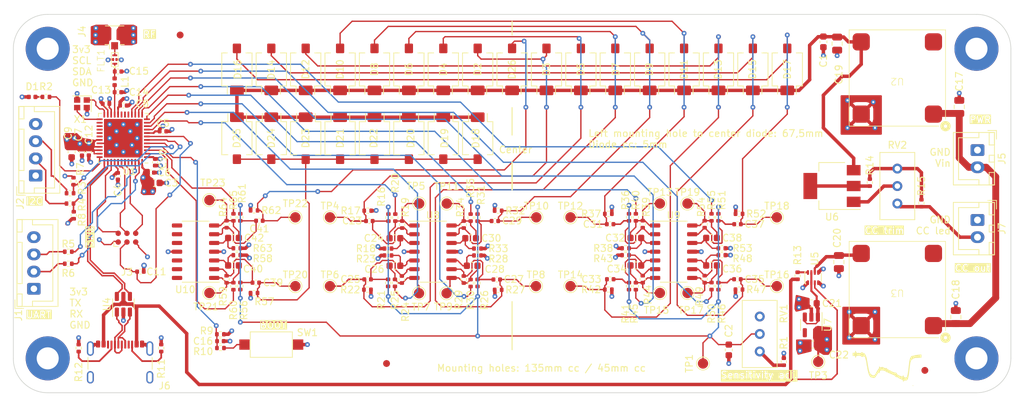
<source format=kicad_pcb>
(kicad_pcb (version 20221018) (generator pcbnew)
  (layers (0 "F.Cu" signal) (1 "In1.Cu" signal) (2 "In2.Cu" signal) (31 "B.Cu" signal) (34 "B.Paste" user) (35 "F.Paste" user) (36 "B.SilkS" user "B.Silkscreen") (37 "F.SilkS" user "F.Silkscreen") (38 "B.Mask" user) (39 "F.Mask" user) (44 "Edge.Cuts" user))
  (net 0 "")
  (net 1 "+9V")
  (net 2 "+3V3")
  (net 3 "/SWD_NRST")
  (net 4 "/RF")
  (net 5 "/RF_MATCH")
  (net 6 "/BOOT0")
  (net 7 "+BATT")
  (net 8 "+5V")
  (net 9 "/SensorArrayGroup1/TrimPotCenterTap")
  (net 10 "Net-(U3-+Vout)")
  (net 11 "Net-(D1-K)")
  (net 12 "/RF_ANT")
  (net 13 "/USART1_RXC")
  (net 14 "/USART1_TXC")
  (net 15 "/I2C_SDAC")
  (net 16 "/I2C_SCLC")
  (net 17 "/SWD_DIO")
  (net 18 "/SWD_CLK")
  (net 19 "/SWD_TRC")
  (net 22 "Net-(R1-Pad2)")
  (net 23 "/LED")
  (net 24 "/I2C_SCL")
  (net 25 "/I2C_SDA")
  (net 26 "/USART1_TX")
  (net 27 "/USART1_RX")
  (net 28 "Net-(R10-Pad2)")
  (net 29 "Net-(U5-ST)")
  (net 30 "/ch1")
  (net 31 "/ch2")
  (net 32 "/ch3")
  (net 33 "/ch4")
  (net 34 "/ch5")
  (net 35 "/ch6")
  (net 36 "/ch7")
  (net 37 "/ch8")
  (net 38 "/chSide")
  (net 39 "/chCenter")
  (net 43 "/HSE_OUT")
  (net 44 "/HSE_IN")
  (net 50 "/USB_D-")
  (net 51 "/USB_D+")
  (net 57 "Net-(U4-VBUS)")
  (net 58 "Net-(J7-Pin_2)")
  (net 59 "Net-(U6-VO)")
  (net 60 "Net-(R14-Pad2)")
  (net 61 "Net-(U6-ADJ)")
  (net 64 "GND")
  (net 70 "/SensorArrayGroup1/SensorChannel1/ch1_d")
  (net 71 "/SensorArrayGroup1/SensorChannel1/ch1_Minus")
  (net 72 "/SensorArrayGroup1/SensorChannel1/ch1_Positive")
  (net 73 "/SensorArrayGroup1/SensorChannel1/ch1_Output")
  (net 74 "/SensorArrayGroup1/SensorChannel2/ch2_d")
  (net 75 "/SensorArrayGroup1/SensorChannel2/ch2_Minus")
  (net 76 "/SensorArrayGroup1/SensorChannel2/ch2_Positive")
  (net 77 "/SensorArrayGroup1/SensorChannel2/ch2_output")
  (net 78 "/SensorArrayGroup1/SensorChannel3/ch3_D")
  (net 79 "/SensorArrayGroup1/SensorChannel3/ch3_Minus")
  (net 80 "/SensorArrayGroup1/SensorChannel3/ch3_positive")
  (net 81 "/SensorArrayGroup1/SensorChannel3/ch3_output")
  (net 82 "/SensorArrayGroup1/SensorChannel4/ch4_D")
  (net 83 "/SensorArrayGroup1/SensorChannel4/ch4_negative")
  (net 84 "/SensorArrayGroup1/SensorChannel4/ch4_positive")
  (net 85 "/SensorArrayGroup1/SensorChannel4/ch4_output")
  (net 86 "/SensorArrayGroup2/SensorChannel5/ch1_d")
  (net 87 "/SensorArrayGroup2/SensorChannel5/ch1_Minus")
  (net 88 "/SensorArrayGroup2/SensorChannel5/ch1_Positive")
  (net 89 "/SensorArrayGroup2/SensorChannel5/ch1_Output")
  (net 90 "/SensorArrayGroup2/SensorChannel6/ch2_d")
  (net 91 "/SensorArrayGroup2/SensorChannel6/ch2_Minus")
  (net 92 "/SensorArrayGroup2/SensorChannel6/ch2_Positive")
  (net 93 "/SensorArrayGroup2/SensorChannel6/ch2_output")
  (net 94 "/SensorArrayGroup2/SensorChannel7/ch3_D")
  (net 95 "/SensorArrayGroup2/SensorChannel7/ch3_Minus")
  (net 96 "/SensorArrayGroup2/SensorChannel7/ch3_positive")
  (net 97 "/SensorArrayGroup2/SensorChannel7/ch3_output")
  (net 98 "/SensorArrayGroup2/SensorChannel8/ch4_D")
  (net 99 "/SensorArrayGroup2/SensorChannel8/ch4_negative")
  (net 100 "/SensorArrayGroup2/SensorChannel8/ch4_positive")
  (net 101 "/SensorArrayGroup2/SensorChannel8/ch4_output")
  (net 102 "/SensorArrayGroup3/SensorBackRow/back_d")
  (net 103 "/SensorArrayGroup3/SensorBackRow/back_minus")
  (net 104 "/SensorArrayGroup3/SensorBackRow/back_positive")
  (net 105 "/SensorArrayGroup3/SensorBackRow/back_output")
  (net 106 "/SensorArrayGroup3/SensorCenter/center_d")
  (net 107 "/SensorArrayGroup3/SensorCenter/center_Minus")
  (net 108 "/SensorArrayGroup3/SensorCenter/center_positive")
  (net 109 "/SensorArrayGroup3/SensorCenter/center_output")
  (net 110 "/Power/USB_CC1")
  (net 111 "/Power/USB_FD+")
  (net 112 "/Power/USB_FD-")
  (net 113 "/Power/USB_CC2")
  (footprint "Connector_Coaxial:U.FL_Hirose_U.FL-R-SMT-1_Vertical" (layer "F.Cu") (at 58.7275 43.5125 90)
    (fp_text reference "J4")
    (fp_text value "Conn_Coaxial")
  )
  (footprint "Capacitor_SMD:C_0402_1005Metric" (layer "F.Cu") (at 79.77 70 180)
    (fp_text reference "C41")
    (fp_text value "100n")
  )
  (footprint "ElectronicBLETarget_PCBFootprints:Osram_BPW34S-SMD" (layer "F.Cu") (at 146.5 48 90)
    (fp_text reference "D13")
    (fp_text value "BPW34-SMD")
  )
  (footprint "Capacitor_SMD:C_0402_1005Metric" (layer "F.Cu") (at 149.27 70.5 180)
    (fp_text reference "C37")
    (fp_text value "100n")
  )
  (footprint "Crystal:Crystal_SMD_2016-4Pin_2.0x1.6mm" (layer "F.Cu") (at 53.98 53 180)
    (fp_text reference "X1")
    (fp_text value "32MHz, NX2016SA-32M")
  )
  (footprint "Capacitor_SMD:C_0805_2012Metric" (layer "F.Cu") (at 164 76 -90)
    (fp_text reference "C20")
    (fp_text value "22u")
  )
  (footprint "Fiducial:Fiducial_1mm_Mask2mm" (layer "F.Cu") (at 68.25 43)
    (fp_text reference "FM2" hide)
    (fp_text value "Fiducial" hide)
  )
  (footprint "Resistor_SMD:R_0402_1005Metric" (layer "F.Cu") (at 98.465 74.04)
    (fp_text reference "R18")
    (fp_text value "150K")
  )
  (footprint "TestPoint:TestPoint_Pad_D1.5mm" (layer "F.Cu") (at 72.5 67 180)
    (fp_text reference "TP23")
    (fp_text value "TestPoint")
  )
  (footprint "Resistor_SMD:R_0402_1005Metric" (layer "F.Cu") (at 98.465 75.04)
    (fp_text reference "R23")
    (fp_text value "150K")
  )
  (footprint "Resistor_SMD:R_0402_1005Metric" (layer "F.Cu") (at 145.49 69.5 -90)
    (fp_text reference "R55")
    (fp_text value "220R")
  )
  (footprint "ElectronicBLETarget_PCBFootprints:Osram_BPW34S-SMD" (layer "F.Cu") (at 101.5 58 -90)
    (fp_text reference "D20")
    (fp_text value "BPW34-SMD")
  )
  (footprint "MountingHole:MountingHole_3.2mm_M3_Pad" (layer "F.Cu") (at 49 90)
    (fp_text reference "H2" hide)
    (fp_text value "MountingHole_Pad")
  )
  (footprint "ElectronicBLETarget_PCBFootprints:Osram_BPW34S-SMD" (layer "F.Cu") (at 106.5 48 90)
    (fp_text reference "D4")
    (fp_text value "BPW34-SMD")
  )
  (footprint "TestPoint:TestPoint_Pad_D1.5mm" (layer "F.Cu") (at 120.025 69.5)
    (fp_text reference "TP10")
    (fp_text value "TestPoint")
  )
  (footprint "MountingHole:MountingHole_3.2mm_M3_Pad" (layer "F.Cu") (at 184 90)
    (fp_text reference "H4" hide)
    (fp_text value "MountingHole_Pad")
  )
  (footprint "Resistor_SMD:R_0402_1005Metric" (layer "F.Cu") (at 76.5 74 180)
    (fp_text reference "R63")
    (fp_text value "150K")
  )
  (footprint "Resistor_SMD:R_0402_1005Metric" (layer "F.Cu") (at 111.475 79.04 90)
    (fp_text reference "R26")
    (fp_text value "100K")
  )
  (footprint "Capacitor_SMD:C_0402_1005Metric" (layer "F.Cu") (at 79.25 79 180)
    (fp_text reference "C39")
    (fp_text value "100n")
  )
  (footprint "Connector_USB:USB_C_Receptacle_GCT_USB4105-xx-A_16P_TopMnt_Horizontal" (layer "F.Cu") (at 59.52 91.68)
    (fp_text reference "J6")
    (fp_text value "USB_C_Receptacle_USB2.0")
  )
  (footprint "Fiducial:Fiducial_1mm_Mask2mm" (layer "F.Cu") (at 176.5 91.75)
    (fp_text reference "FM1" hide)
    (fp_text value "Fiducial" hide)
  )
  (footprint "TestPoint:TestPoint_Pad_D1.5mm" (layer "F.Cu") (at 161 90.5 90)
    (fp_text reference "TP3")
    (fp_text value "TestPoint")
  )
  (footprint "Resistor_SMD:R_0402_1005Metric" (layer "F.Cu") (at 144.49 78.49 -90)
    (fp_text reference "R49")
    (fp_text value "1M")
  )
  (footprint "TestPoint:TestPoint_Pad_D1.5mm" (layer "F.Cu") (at 85 79.5)
    (fp_text reference "TP20")
    (fp_text value "TestPoint")
  )
  (footprint "Connector:Tag-Connect_TC2030-IDC-FP_2x03_P1.27mm_Vertical" (layer "F.Cu") (at 60.52 72.46)
    (fp_text reference "J3")
    (fp_text value "Conn_ARM_SWD_TagConnect_TC2030")
  )
  (footprint "Resistor_SMD:R_0402_1005Metric" (layer "F.Cu") (at 110.475 79.05 90)
    (fp_text reference "R30")
    (fp_text value "220R")
  )
  (footprint "Resistor_SMD:R_0402_1005Metric" (layer "F.Cu") (at 99.525 69.54 -90)
    (fp_text reference "R20")
    (fp_text value "220R")
  )
  (footprint "Resistor_SMD:R_0402_1005Metric" (layer "F.Cu") (at 146.99 74 180)
    (fp_text reference "R53")
    (fp_text value "150K")
  )
  (footprint "TestPoint:TestPoint_Pad_D1.5mm" (layer "F.Cu") (at 144.25 90.75 90)
    (fp_text reference "TP1")
    (fp_text value "TestPoint")
  )
  (footprint "Resistor_SMD:R_0402_1005Metric" (layer "F.Cu") (at 134.49 69.5 -90)
    (fp_text reference "R40")
    (fp_text value "220R")
  )
  (footprint "Package_DFN_QFN:QFN-48-1EP_7x7mm_P0.5mm_EP5.6x5.6mm" (layer "F.Cu") (at 59.98 58 180)
    (fp_text reference "U1")
    (fp_text value "STM32WB55CEU6")
  )
  (footprint "Resistor_SMD:R_0402_1005Metric" (layer "F.Cu") (at 114.475 80.04 180)
    (fp_text reference "R27")
    (fp_text value "5.6k")
  )
  (footprint "ElectronicBLETarget_PCBFootprints:Osram_BPW34S-SMD" (layer "F.Cu") (at 96.5 48 90)
    (fp_text reference "D8")
    (fp_text value "BPW34-SMD")
  )
  (footprint "Capacitor_SMD:C_0603_1608Metric" (layer "F.Cu") (at 161.75 44 -90)
    (fp_text reference "C1")
    (fp_text value "4u7")
  )
  (footprint "Inductor_SMD:L_0402_1005Metric" (layer "F.Cu") (at 58.7275 49.7975 90)
    (fp_text reference "L1")
    (fp_text value "2n7")
  )
  (footprint "Package_TO_SOT_SMD:SOT-223-3_TabPin2" (layer "F.Cu") (at 163 64.95 180)
    (fp_text reference "U6")
    (fp_text value "LM317_SOT-223")
  )
  (footprint "Button_Switch_SMD:SW_SPST_CK_RS282G05A3" (layer "F.Cu") (at 81.5 88)
    (fp_text reference "SW1")
    (fp_text value "SW_Push")
  )
  (footprint "Connector_JST:JST_XH_B4B-XH-A_1x04_P2.50mm_Vertical" (layer "F.Cu") (at 47.25 63.44 90)
    (fp_text reference "J2")
    (fp_text value "Conn_01x04")
  )
  (footprint "ElectronicBLETarget_PCBFootprints:Osram_BPW34S-SMD" (layer "F.Cu") (at 136.5 48 90)
    (fp_text reference "D9")
    (fp_text value "BPW34-SMD")
  )
  (footprint "Resistor_SMD:R_0402_1005Metric" (layer "F.Cu") (at 95.515 68.54)
    (fp_text reference "R17")
    (fp_text value "5.6k")
  )
  (footprint "Resistor_SMD:R_0402_1005Metric" (layer "F.Cu") (at 134.49 79.51 90)
    (fp_text reference "R45")
    (fp_text value "220R")
  )
  (footprint "Package_TO_SOT_SMD:SOT-583-8" (layer "F.Cu") (at 160.25 78.26 90)
    (fp_text reference "U5")
    (fp_text value "LM66200")
  )
  (footprint "TestPoint:TestPoint_Pad_D1.5mm" (layer "F.Cu") (at 137.99 67.5)
    (fp_text reference "TP13")
    (fp_text value "TestPoint")
  )
  (footprint "Resistor_SMD:R_0402_1005Metric" (layer "F.Cu") (at 130.49 69)
    (fp_text reference "R37")
    (fp_text value "5.6k")
  )
  (footprint "ElectronicBLETarget_PCBFootprints:Osram_BPW34S-SMD" (layer "F.Cu") (at 116.5 48 90)
    (fp_text reference "D26")
    (fp_text value "BPW34-SMD")
  )
  (footprint "Resistor_SMD:R_0402_1005Metric" (layer "F.Cu") (at 149.49 69 180)
    (fp_text reference "R52")
    (fp_text value "5.6k")
  )
  (footprint "Resistor_SMD:R_0402_1005Metric" (layer "F.Cu") (at 109.475 78.54 -90)
    (fp_text reference "R29")
    (fp_text value "1M")
  )
  (footprint "Capacitor_SMD:C_0603_1608Metric" (layer "F.Cu") (at 145.49 76.5)
    (fp_text reference "C36")
    (fp_text value "10u")
  )
  (footprint "ElectronicBLETarget_PCBFootprints:Osram_BPW34S-SMD" (layer "F.Cu") (at 131.5 48 90)
    (fp_text reference "D7")
    (fp_text value "BPW34-SMD")
  )
  (footprint "ElectronicBLETarget_PCBFootprints:Osram_BPW34S-SMD" (layer "F.Cu") (at 156.5 48 90)
    (fp_text reference "D17")
    (fp_text value "BPW34-SMD")
  )
  (footprint "LED_SMD:LED_0402_1005Metric" (layer "F.Cu") (at 46.735 52 180)
    (fp_text reference "D1")
    (fp_text value "LED")
  )
  (footprint "Resistor_SMD:R_0402_1005Metric" (layer "F.Cu") (at 74.1 86.5)
    (fp_text reference "R9")
    (fp_text value "5k1")
  )
  (footprint "Capacitor_SMD:C_0603_1608Metric" (layer "F.Cu") (at 99.475 76.54 180)
    (fp_text reference "C26")
    (fp_text value "10u")
  )
  (footprint "Resistor_SMD:R_0402_1005Metric" (layer "F.Cu") (at 156 90.49 -90)
    (fp_text reference "R1")
    (fp_text value "20k")
  )
  (footprint "Resistor_SMD:R_0402_1005Metric" (layer "F.Cu") (at 75 70.5 90)
    (fp_text reference "R64")
    (fp_text value "1M")
  )
  (footprint "TestPoint:TestPoint_Pad_D1.5mm" (layer "F.Cu") (at 85 69.5 180)
    (fp_text reference "TP22")
    (fp_text value "TestPoint")
  )
  (footprint "Resistor_SMD:R_0402_1005Metric" (layer "F.Cu") (at 98.525 69.54 -90)
    (fp_text reference "R16")
    (fp_text value "100K")
  )
  (footprint "Resistor_SMD:R_0402_1005Metric" (layer "F.Cu") (at 52.25 66)
    (fp_text reference "R3")
    (fp_text value "220R")
  )
  (footprint "TestPoint:TestPoint_Pad_D1.5mm" (layer "F.Cu") (at 154.99 69.5)
    (fp_text reference "TP18")
    (fp_text value "TestPoint")
  )
  (footprint "MountingHole:MountingHole_3.2mm_M3_Pad" (layer "F.Cu") (at 49 45)
    (fp_text reference "H1" hide)
    (fp_text value "MountingHole_Pad")
  )
  (footprint "Resistor_SMD:R_0402_1005Metric" (layer "F.Cu") (at 114.475 68.54 180)
    (fp_text reference "R32")
    (fp_text value "5.6k")
  )
  (footprint "Capacitor_SMD:C_0603_1608Metric" (layer "F.Cu") (at 145.49 72.5)
    (fp_text reference "C38")
    (fp_text value "10u")
  )
  (footprint "Resistor_SMD:R_0402_1005Metric" (layer "F.Cu") (at 111.475 74.04 180)
    (fp_text reference "R33")
    (fp_text value "150K")
  )
  (footprint "ElectronicBLETarget_PCBFootprints:Osram_BPW34S-SMD" (layer "F.Cu") (at 91.5 48 90)
    (fp_text reference "D10")
    (fp_text value "BPW34-SMD")
  )
  (footprint "Fiducial:Fiducial_1mm_Mask2mm" (layer "F.Cu") (at 98.25 90.75)
    (fp_text reference "FM3" hide)
    (fp_text value "Fiducial" hide)
  )
  (footprint "ElectronicBLETarget_PCBFootprints:DLF162500LT-5028A1" (layer "F.Cu") (at 58.75 46.5625 90)
    (fp_text reference "FLT1")
    (fp_text value "DLF162500LT-5028A1")
  )
  (footprint "ElectronicBLETarget_PCBFootprints:Osram_BPW34S-SMD" (layer "F.Cu") (at 141.5 48 90)
    (fp_text reference "D11")
    (fp_text value "BPW34-SMD")
  )
  (footprint "Capacitor_SMD:C_0402_1005Metric" (layer "F.Cu") (at 53.98 60.02 -90)
    (fp_text reference "C7")
    (fp_text value "100n")
  )
  (footprint "ElectronicBLETarget_PCBFootprints:Osram_BPW34S-SMD" (layer "F.Cu") (at 81.5 48 90)
    (fp_text reference "D14")
    (fp_text value "BPW34-SMD")
  )
  (footprint "Resistor_SMD:R_0402_1005Metric" (layer "F.Cu") (at 146.49 79.5 90)
    (fp_text reference "R46")
    (fp_text value "100K")
  )
  (footprint "Resistor_SMD:R_0402_1005Metric" (layer "F.Cu") (at 95.475 80.02)
    (fp_text reference "R22")
    (fp_text value "5.6k")
  )
  (footprint "Capacitor_SMD:C_0805_2012Metric" (layer "F.Cu") (at 163.75 44.25 -90)
    (fp_text reference "C19")
    (fp_text value "22u")
  )
  (footprint "ElectronicBLETarget_PCBFootprints:SOIC-14_3.9x8.7mm_P1.27mm" (layer "F.Cu") (at 139.99 74.5)
    (fp_text reference "U9")
    (fp_text value "MCP604")
  )
  (footprint "Connector_JST:JST_XH_B2B-XH-A_1x02_P2.50mm_Vertical" (layer "F.Cu") (at 184.15 69.89 -90)
    (fp_text reference "J7")
    (fp_text value "Conn_01x02")
  )
  (footprint "Capacitor_SMD:C_0603_1608Metric" (layer "F.Cu") (at 99.475 72.54 180)
    (fp_text reference "C24")
    (fp_text value "10u")
  )
  (footprint "Connector_JST:JST_XH_B2B-XH-A_1x02_P2.50mm_Vertical" (layer "F.Cu") (at 184.15 59.73 -90)
    (fp_text reference "J5")
    (fp_text value "Conn_01x02")
  )
  (footprint "Resistor_SMD:R_0402_1005Metric" (layer "F.Cu") (at 149.48 80 180)
    (fp_text reference "R47")
    (fp_text value "5.6k")
  )
  (footprint "TestPoint:TestPoint_Pad_D1.5mm" (layer "F.Cu") (at 124.99 69.5)
    (fp_text reference "TP12")
    (fp_text value "TestPoint")
  )
  (footprint "Resistor_SMD:R_0402_1005Metric" (layer "F.Cu") (at 144.49 70.5 90)
    (fp_text reference "R54")
    (fp_text value "1M")
  )
  (footprint "Capacitor_SMD:C_0402_1005Metric" (layer "F.Cu") (at 60.004999 53.25)
    (fp_text reference "C8")
    (fp_text value "100n")
  )
  (footprint "Resistor_SMD:R_0402_1005Metric" (layer "F.Cu") (at 77 79.49 90)
    (fp_text reference "R56")
    (fp_text value "100K")
  )
  (footprint "Resistor_SMD:R_0402_1005Metric" (layer "F.Cu") (at 52.75 64.25 -90)
    (fp_text reference "R7")
    (fp_text value "5.6k")
  )
  (footprint "Capacitor_SMD:C_0402_1005Metric" (layer "F.Cu") (at 114 70.04 180)
    (fp_text reference "C29")
    (fp_text value "100n")
  )
  (footprint "Capacitor_SMD:C_0402_1005Metric" (layer "F.Cu") (at 130.77 78.5)
    (fp_text reference "C33")
    (fp_text value "100n")
  )
  (footprint "ElectronicBLETarget_PCBFootprints:PXO7805-500-M-TR" (layer "F.Cu") (at 172.5 80 180)
    (fp_text reference "U3")
    (fp_text value "PXO7805-500-M-TR")
  )
  (footprint "ElectronicBLETarget_PCBFootprints:SOIC-14_3.9x8.7mm_P1.27mm" (layer "F.Cu") (at 70.5 74.5 180)
    (fp_text reference "U10")
    (fp_text value "MCP604")
  )
  (footprint "TestPoint:TestPoint_Pad_D1.5mm" (layer "F.Cu") (at 137.99 80.5)
    (fp_text reference "TP15")
    (fp_text value "TestPoint")
  )
  (footprint "TestPoint:TestPoint_Pad_D1.5mm" (layer "F.Cu") (at 141.99 67.5)
    (fp_text reference "TP19")
    (fp_text value "TestPoint")
  )
  (footprint "Resistor_SMD:R_0402_1005Metric" (layer "F.Cu") (at 51.99 74.5)
    (fp_text reference "R5")
    (fp_text value "220R")
  )
  (footprint "Resistor_SMD:R_0402_1005Metric" (layer "F.Cu") (at 130.49 80)
    (fp_text reference "R42")
    (fp_text value "5.6k")
  )
  (footprint "Capacitor_SMD:C_0402_1005Metric" (layer "F.Cu") (at 149.25 78.5 180)
    (fp_text reference "C35")
    (fp_text value "100n")
  )
  (footprint "Capacitor_SMD:C_0402_1005Metric" (layer "F.Cu") (at 63.955 63)
    (fp_text reference "C6")
    (fp_text value "100n")
  )
  (footprint "Resistor_SMD:R_0402_1005Metric" (layer "F.Cu") (at 133.49 79.5 90)
    (fp_text reference "R41")
    (fp_text value "100K")
  )
  (footprint "Capacitor_SMD:C_0402_1005Metric" (layer "F.Cu") (at 65.75 57)
    (fp_text reference "C5")
    (fp_text value "100n")
  )
  (footprint "Capacitor_SMD:C_0402_1005Metric" (layer "F.Cu") (at 57.48 53)
    (fp_text reference "C13")
    (fp_text value "100n")
  )
  (footprint "ElectronicBLETarget_PCBFootprints:Osram_BPW34S-SMD" (layer "F.Cu") (at 76.5 58 -90)
    (fp_text reference "D25")
    (fp_text value "BPW34-SMD")
  )
  (footprint "Resistor_SMD:R_0402_1005Metric" (layer "F.Cu") (at 100.475 78.54 -90)
    (fp_text reference "R24")
    (fp_text value "1M")
  )
  (footprint "Capacitor_SMD:C_0805_2012Metric" (layer "F.Cu") (at 181.5 53.45 90)
    (fp_text reference "C17")
    (fp_text value "10u")
  )
  (footprint "TestPoint:TestPoint_Pad_D1.5mm" (layer "F.Cu") (at 106.975 80.54)
    (fp_text reference "TP9")
    (fp_text value "TestPoint")
  )
  (footprint "Potentiometer_THT:Potentiometer_Bourns_3296W_Vertical" (layer "F.Cu") (at 172.5 67.5 -90)
    (fp_text reference "RV2")
    (fp_text value "3296W")
  )
  (footprint "Potentiometer_THT:Potentiometer_Bourns_3296W_Vertical" (layer "F.Cu") (at 152.5 89 -90)
    (fp_text reference "RV1")
    (fp_text value "3296W")
  )
  (footprint "TestPoint:TestPoint_Pad_D1.5mm" (layer "F.Cu") (at 124.99 79.5)
    (fp_text reference "TP14")
    (fp_text value "TestPoint")
  )
  (footprint "Resistor_SMD:R_0402_1005Metric" (layer "F.Cu") (at 146.99 75 180)
    (fp_text reference "R48")
    (fp_text value "150K")
  )
  (footprint "TestPoint:TestPoint_Pad_D1.5mm" (layer "F.Cu") (at 107 67.5)
    (fp_text reference "TP11")
    (fp_text value "TestPoint")
  )
  (footprint "ElectronicBLETarget_PCBFootprints:Osram_BPW34S-SMD" (layer "F.Cu") (at 111.5 48 90)
    (fp_text reference "D2")
    (fp_text value "BPW34-SMD")
  )
  (footprint "Resistor_SMD:R_0402_1005Metric" (layer "F.Cu") (at 76.49 75 180)
    (fp_text reference "R58")
    (fp_text value "150K")
  )
  (footprint "ElectronicBLETarget_PCBFootprints:Osram_BPW34S-SMD" (layer "F.Cu") (at 86.5 58 -90)
    (fp_text reference "D23")
    (fp_text value "BPW34-SMD")
  )
  (footprint "ElectronicBLETarget_PCBFootprints:logo" (layer "F.Cu") (at 171 91.5)
    (fp_text reference "G***" hide)
    (fp_text value "LOGO" hide)
  )
  (footprint "Capacitor_SMD:C_0402_1005Metric" (layer "F.Cu") (at 59.2275 48.3125)
    (fp_text reference "C15")
    (fp_text value "0p3")
  )
  (footprint "Capacitor_SMD:C_0402_1005Metric" (layer "F.Cu") (at 59.2075 51.3125)
    (fp_text reference "C14")
    (fp_text value "0p8")
  )
  (footprint "TestPoint:TestPoint_Pad_D1.5mm" (layer "F.Cu") (at 102.975 80.54)
    (fp_text reference "TP7")
    (fp_text value "TestPoint")
  )
  (footprint "Resistor_SMD:R_0402_1005Metric" (layer "F.Cu") (at 76 69.5 -90)
    (fp_text reference "R65")
    (fp_text value "220R")
  )
  (footprint "Resistor_SMD:R_0402_1005Metric" (layer "F.Cu") (at 109.475 70.55 90)
    (fp_text reference "R34")
    (fp_text value "1M")
  )
  (footprint "TestPoint:TestPoint_Pad_D1.5mm" (layer "F.Cu") (at 72.5 80.5)
    (fp_text reference "TP21")
    (fp_text value "TestPoint")
  )
  (footprint "Capacitor_SMD:C_0603_1608Metric" (layer "F.Cu") (at 134.49 72.5 180)
    (fp_text reference "C32")
    (fp_text value "10u")
  )
  (footprint "Resistor_SMD:R_0402_1005Metric" (layer "F.Cu") (at 52.79 69.2 90)
    (fp_text reference "R8")
    (fp_text value "5.6k")
  )
  (footprint "Capacitor_SMD:C_0402_1005Metric" (layer "F.Cu") (at 130.75 70.5)
    (fp_text reference "C31")
    (fp_text value "100n")
  )
  (footprint "Resistor_SMD:R_0402_1005Metric" (layer "F.Cu") (at 176 67.45 -90)
    (fp_text reference "R15")
    (fp_text value "22R")
  )
  (footprint "Resistor_SMD:R_0402_1005Metric" (layer "F.Cu") (at 79 68.5 180)
    (fp_text reference "R62")
    (fp_text value "5.6k")
  )
  (footprint "TestPoint:TestPoint_Pad_D1.5mm" (layer "F.Cu") (at 90.025 79.5)
    (fp_text reference "TP6")
    (fp_text value "TestPoint")
  )
  (footprint "Capacitor_SMD:C_0603_1608Metric" (layer "F.Cu") (at 134.49 76.5 180)
    (fp_text reference "C34")
    (fp_text value "10u")
  )
  (footprint "ElectronicBLETarget_PCBFootprints:Osram_BPW34S-SMD" (layer "F.Cu") (at 126.5 48 90)
    (fp_text reference "D5")
    (fp_text value "BPW34-SMD")
  )
  (footprint "Capacitor_SMD:C_0603_1608Metric" (layer "F.Cu") (at 76 76.5)
    (fp_text reference "C40")
    (fp_text value "10u")
  )
  (footprint "Resistor_SMD:R_0402_1005Metric" (layer "F.Cu") (at 52.24 67.5)
    (fp_text reference "R4")
    (fp_text value "220R")
  )
  (footprint "Resistor_SMD:R_0402_1005Metric" (layer "F.Cu") (at 65.5 88.5 90)
    (fp_text reference "R11")
    (fp_text value "5k1")
  )
  (footprint "TestPoint:TestPoint_Pad_D1.5mm" (layer "F.Cu") (at 119.975 79.5)
    (fp_text reference "TP8")
    (fp_text value "TestPoint")
  )
  (footprint "Resistor_SMD:R_0402_1005Metric" (layer "F.Cu") (at 53.5 88.5 90)
    (fp_text reference "R12")
    (fp_text value "5k1")
  )
  (footprint "Capacitor_SMD:C_0603_1608Metric" (layer "F.Cu") (at 52.48 60 -90)
    (fp_text reference "C9")
    (fp_text value "4u7")
  )
  (footprint "Resistor_SMD:R_0402_1005Metric" (layer "F.Cu") (at 100.525 70.55 90)
    (fp_text reference "R19")
    (fp_text value "1M")
  )
  (footprint "Capacitor_SMD:C_0402_1005Metric" (layer "F.Cu") (at 62.48 77.4)
    (fp_text reference "C11")
    (fp_text value "100n")
  )
  (footprint "Package_TO_SOT_SMD:SOT-23-5" (layer "F.Cu") (at 160 85.1375 -90)
    (fp_text reference "U7")
    (fp_text value "MIC5365-3.3YD5")
  )
  (footprint "Resistor_SMD:R_0402_1005Metric" (layer "F.Cu") (at 77 69.5 -90)
    (fp_text reference "R61")
    (fp_text value "100K")
  )
  (footprint "Resistor_SMD:R_0402_1005Metric" (layer "F.Cu") (at 110.475 69.54 -90)
    (fp_text reference "R35")
    (fp_text value "220R")
  )
  (footprint "Capacitor_SMD:C_0402_1005Metric" (layer "F.Cu") (at 95.75 70.04)
    (fp_text reference "C23")
    (fp_text value "100n")
  )
  (footprint "Resistor_SMD:R_0402_1005Metric" (layer "F.Cu") (at 145.49 79.49 90)
    (fp_text reference "R50")
    (fp_text value "220R")
  )
  (footprint "TestPoint:TestPoint_Pad_D1.5mm" (layer "F.Cu") (at 90.025 69.5)
    (fp_text reference "TP4")
    (fp_text value "TestPoint")
  )
  (footprint "Resistor_SMD:R_0402_1005Metric" (layer "F.Cu") (at 135.49 78.49 -90)
    (fp_text reference "R44")
    (fp_text value "1M")
  )
  (footprint "ElectronicBLETarget_PCBFootprints:Osram_BPW34S-SMD" (layer "F.Cu") (at 101.5 48 90)
    (fp_text reference "D6")
    (fp_text value "BPW34-SMD")
  )
  (footprint "Resistor_SMD:R_0402_1005Metric" (layer "F.Cu") (at 168.5 64.45 90)
    (fp_text reference "R14")
    (fp_text value "10R")
  )
  (footprint "Resistor_SMD:R_0402_1005Metric" (layer "F.Cu") (at 78.99 80.5 180)
    (fp_text reference "R57")
    (fp_text value "5.6k")
  )
  (footprint "Resistor_SMD:R_0402_1005Metric" (layer "F.Cu") (at 98.475 79.03 90)
    (fp_text reference "R21")
    (fp_text value "100K")
  )
  (footprint "Resistor_SMD:R_0402_1005Metric" (layer "F.Cu") (at 51.99 76.25)
    (fp_text reference "R6")
    (fp_text value "220R")
  )
  (footprint "ElectronicBLETarget_PCBFootprints:Osram_BPW34S-SMD" (layer "F.Cu") (at 96.5 58 -90)
    (fp_text reference "D22")
    (fp_text value "BPW34-SMD")
  )
  (footprint "ElectronicBLETarget_PCBFootprints:PXO7805-500-M-TR" (layer "F.Cu") (at 172.5 49.25 180)
    (fp_text reference "U2")
    (fp_text value "PXO7809-500-M-TR")
  )
  (footprint "MountingHole:MountingHole_3.2mm_M3_Pad" (layer "F.Cu") (at 184 45)
    (fp_text reference "H3" hide)
    (fp_text value "MountingHole_Pad")
  )
  (footprint "Capacitor_SMD:C_0805_2012Metric" (layer "F.Cu") (at 181 84 90)
    (fp_text reference "C18")
    (fp_text value "10u")
  )
  (footprint "Capacitor_SMD:C_0603_1608Metric" (layer "F.Cu") (at 160 82 180)
    (fp_text reference "C21")
    (fp_text value "4u7")
  )
  (footprint "Resistor_SMD:R_0402_1005Metric" (layer "F.Cu") (at 111.475 75.04 180)
    (fp_text reference "R28")
    (fp_text value "150K")
  )
  (footprint "Capacitor_SMD:C_0402_1005Metric" (layer "F.Cu") (at 54.98 60 -90)
    (fp_text reference "C12")
    (fp_text value "100n")
  )
  (footprint "Capacitor_SMD:C_0402_1005Metric" (layer "F.Cu") (at 114.27 78.54 180)
    (fp_text reference "C27")
    (fp_text value "100n")
  )
  (footprint "ElectronicBLETarget_PCBFootprints:Osram_BPW34S-SMD" (layer "F.Cu") (at 151.5 48 90)
    (fp_text reference "D15")
    (fp_text value "BPW34-SMD")
  )
  (footprint "Capacitor_SMD:C_0402_1005Metric" (layer "F.Cu") (at 59.2 63.52 -90)
    (fp_text reference "C4")
    (fp_text value "100n")
  )
  (footprint "ElectronicBLETarget_PCBFootprints:Osram_BPW34S-SMD" (layer "F.Cu") (at 91.5 58 -90)
    (fp_text reference "D21")
    (fp_text value "BPW34-SMD")
  )
  (footprint "Resistor_SMD:R_0402_1005Metric" (layer "F.Cu") (at 158 78 90)
    (fp_text reference "R13")
    (fp_text value "5.6k")
  )
  (footprint "Capacitor_SMD:C_0603_1608Metric" (layer "F.Cu") (at 76 72.5)
    (fp_text reference "C42")
    (fp_text value "10u")
  )
  (footprint "TestPoint:TestPoint_Pad_D1.5mm" (layer "F.Cu") (at 142 80.5)
    (fp_text reference "TP17")
    (fp_text value "TestPoint")
  )
  (footprint "Capacitor_SMD:C_0603_1608Metric" (layer "F.Cu") (at 160.225 88 180)
    (fp_text reference "C22")
    (fp_text value "4u7")
  )
  (footprint "Resistor_SMD:R_0402_1005Metric" (layer "F.Cu") (at 111.475 69.54 -90)
    (fp_text reference "R31")
    (fp_text value "100K")
  )
  (footprint "Resistor_SMD:R_0402_1005Metric" (layer "F.Cu") (at 74.11 88.5)
    (fp_text reference "R10")
    (fp_text value "220R")
  )
  (footprint "Resistor_SMD:R_0402_1005Metric" (layer "F.Cu") (at 99.475 79.03 90)
    (fp_text reference "R25")
    (fp_text value "220R")
  )
  (footprint "ElectronicBLETarget_PCBFootprints:Osram_BPW34S-SMD" (layer "F.Cu") (at 81.5 58 -90)
    (fp_text reference "D24")
    (fp_text value "BPW34-SMD")
  )
  (footprint "Capacitor_SMD:C_0402_1005Metric" (layer "F.Cu") (at 64.6 61.5 -90)
    (fp_text reference "C10")
    (fp_text value "100n")
  )
  (footprint "Resistor_SMD:R_0402_1005Metric" (layer "F.Cu") (at 132.99 75)
    (fp_text reference "R43")
    (fp_text value "150K")
  )
  (footprint "ElectronicBLETarget_PCBFootprints:SOIC-14_3.9x8.7mm_P1.27mm" (layer "F.Cu") (at 105 74.5)
    (fp_text reference "U8")
    (fp_text value "MCP604")
  )
  (footprint "Capacitor_SMD:C_0603_1608Metric" (layer "F.Cu") (at 110.475 72.54)
    (fp_text reference "C30")
    (fp_text value "10u")
  )
  (footprint "ElectronicBLETarget_PCBFootprints:Osram_BPW34S-SMD" (layer "F.Cu") (at 106.5 58 -90)
    (fp_text reference "D19")
    (fp_text value "BPW34-SMD")
  )
  (footprint "Capacitor_SMD:C_0402_1005Metric" (layer "F.Cu") (at 74.1 87.5)
    (fp_text reference "C16")
    (fp_text value "100n")
  )
  (footprint "Capacitor_SMD:C_0402_1005Metric" (layer "F.Cu") (at 95.5 78.52)
    (fp_text reference "C25")
    (fp_text value "100n")
  )
  (footprint "Resistor_SMD:R_0402_1005Metric" (layer "F.Cu") (at 146.49 69.5 -90)
    (fp_text reference "R51")
    (fp_text value "100K")
  )
  (footprint "TestPoint:TestPoint_Pad_D1.5mm" (layer "F.Cu") (at 154.99 79.5)
    (fp_text reference "TP16")
    (fp_text value "TestPoint")
  )
  (footprint "Capacitor_SMD:C_0603_1608Metric" (layer "F.Cu") (at 64.5 64.5)
    (fp_text reference "C3")
    (fp_text value "4u7")
  )
  (footprint "Package_TO_SOT_SMD:SOT-23-6" (layer "F.Cu") (at 60 82.1375 90)
    (fp_text reference "U4")
    (fp_text value "USBLC6-2SC6")
  )
  (footprint "ElectronicBLETarget_PCBFootprints:Osram_BPW34S-SMD" (layer "F.Cu") (at 86.5 48 90)
    (fp_text reference "D12")
    (fp_text value "BPW34-SMD")
  )
  (footprint "Connector_JST:JST_XH_B4B-XH-A_1x04_P2.50mm_Vertical" (layer "F.Cu") (at 46.99 79.89 90)
    (fp_text reference "J1")
    (fp_text value "Conn_01x04")
  )
  (footprint "ElectronicBLETarget_PCBFootprints:Osram_BPW34S-SMD" (layer "F.Cu") (at 121.5 48 90)
    (fp_text reference "D3")
    (fp_text value "BPW34-SMD")
  )
  (footprint "Resistor_SMD:R_0402_1005Metric" (layer "F.Cu") (at 48.75 52)
    (fp_text reference "R2")
    (fp_text value "220R")
  )
  (footprint "Resistor_SMD:R_0402_1005Metric" (layer "F.Cu") (at 135.49 70.5 90)
    (fp_text reference "R39")
    (fp_text value "1M")
  )
  (footprint "Capacitor_SMD:C_0603_1608Metric" (layer "F.Cu") (at 148 88.775 -90)
    (fp_text reference "C2")
    (fp_text value "4u7")
  )
  (footprint "Capacitor_SMD:C_0603_1608Metric" (layer "F.Cu") (at 110.7 76.54)
    (fp_text reference "C28")
    (fp_text value "10u")
  )
  (footprint "Resistor_SMD:R_0402_1005Metric" (layer "F.Cu") (at 75.99 79.51 90)
    (fp_text reference "R60")
    (fp_text value "220R")
  )
  (footprint "ElectronicBLETarget_PCBFootprints:Osram_BPW34S-SMD" (layer "F.Cu") (at 76.5 48 90)
    (fp_text reference "D16")
    (fp_text value "BPW34-SMD")
  )
  (footprint "Resistor_SMD:R_0402_1005Metric" (layer "F.Cu") (at 75 78.5 -90)
    (fp_text reference "R59")
    (fp_text value "1M")
  )
  (footprint "Resistor_SMD:R_0402_1005Metric" (layer "F.Cu") (at 133.49 69.5 -90)
    (fp_text reference "R36")
    (fp_text value "100K")
  )
  (footprint "TestPoint:TestPoint_Pad_D1.5mm" (layer "F.Cu") (at 103 67.5)
    (fp_text reference "TP5")
    (fp_text value "TestPoint")
  )
  (footprint "ElectronicBLETarget_PCBFootprints:Osram_BPW34S-SMD" (layer "F.Cu") (at 111.5 58 -90)
    (fp_text reference "D18")
    (fp_text value "BPW34-SMD")
  )
  (footprint "Resistor_SMD:R_0402_1005Metric" (layer "F.Cu") (at 132.99 74)
    (fp_text reference "R38")
    (fp_text value "150K")
  )
  (gr_line (start 116.5 61.5) (end 116.5 65.5) (stroke (width 0.2)) (layer "F.SilkS"))
  (gr_line (start 116.5 41) (end 116.5 43) (stroke (width 0.15)) (layer "F.SilkS"))
  (gr_line (start 116.5 53.55) (end 116.5 57.55) (stroke (width 0.15)) (layer "F.SilkS"))
  (gr_line (start 116.5 81.75) (end 116.5 88.75) (stroke (width 0.15)) (layer "F.SilkS"))
  (gr_line (start 184 40) (end 49 40) (stroke (width 0.1)) (layer "Edge.Cuts"))
  (gr_line (start 49 95) (end 184 95) (stroke (width 0.1)) (layer "Edge.Cuts"))
  (gr_arc (start 44 45) (mid 45.464466 41.464466) (end 49 40) (stroke (width 0.1)) (layer "Edge.Cuts"))
  (gr_arc (start 189 90) (mid 187.535534 93.535534) (end 184 95) (stroke (width 0.1)) (layer "Edge.Cuts"))
  (gr_line (start 189 45) (end 189 90) (stroke (width 0.1)) (layer "Edge.Cuts"))
  (gr_line (start 44 45) (end 44 90) (stroke (width 0.1)) (layer "Edge.Cuts"))
  (gr_arc (start 184 40) (mid 187.535534 41.464466) (end 189 45) (stroke (width 0.1)) (layer "Edge.Cuts"))
  (gr_arc (start 49 95) (mid 45.464466 93.535534) (end 44 90) (stroke (width 0.1)) (layer "Edge.Cuts"))
  (gr_text "SWD" (at 55.75 74 90) (layer "F.SilkS" knockout) (effects (font (size 1 1)) (justify left bottom)))
  (gr_text "CC out" (at 180.75 77.47) (layer "F.SilkS" knockout) (effects (font (size 1 1)) (justify left bottom)))
  (gr_text "RF" (at 62.75 43.5) (layer "F.SilkS" knockout) (effects (font (size 1 1)) (justify left bottom)))
  (gr_text "Left mounting hole to center diode: 67,5mm\nDiode cc: 5mm" (at 127.5 59.5) (layer "F.SilkS") (effects (font (size 1 1)) (justify left bottom)))
  (gr_text "I2C" (at 45.75 67.75) (layer "F.SilkS" knockout) (effects (font (size 1 1)) (justify left bottom)))
  (gr_text "UART" (at 45.75 84.25) (layer "F.SilkS" knockout) (effects (font (size 1 1)) (justify left bottom)))
  (gr_text "3v3\nTX\nRX\nGND" (at 52.07 85.75) (layer "F.SilkS") (effects (font (size 1 1)) (justify left bottom)))
  (gr_text "Sensitivity adj." (at 146.75 93) (layer "F.SilkS" knockout) (effects (font (size 1 1)) (justify left bottom)))
  (gr_text "PWR" (at 182.88 55.88) (layer "F.SilkS" knockout) (effects (font (size 1 1)) (justify left bottom)))
  (gr_text "CC trim" (at 167.64 72) (layer "F.SilkS" knockout) (effects (font (size 1 1)) (justify left bottom)))
  (gr_text "BOOT" (at 79.75 85.75) (layer "F.SilkS" knockout) (effects (font (size 1 1)) (justify left bottom)))
  (gr_text "Mounting holes: 135mm cc / 45mm cc" (at 105.5 92) (layer "F.SilkS") (effects (font (size 1 1)) (justify left bottom)))
  (gr_text "GND\nVin\n" (at 180.34 62.23) (layer "F.SilkS") (effects (font (size 1 1)) (justify right bottom)))
  (gr_text "GND\nCC led\n\n" (at 180.34 73.66) (layer "F.SilkS") (effects (font (size 1 1)) (justify right bottom)))
  (gr_text "3v3\nSCL\nSDA\nGND" (at 52.466094 50.515878) (layer "F.SilkS") (effects (font (size 1 1)) (justify left bottom)))
  (gr_text "Center" (at 114.5 60.25) (layer "F.SilkS") (effects (font (size 1 1)) (justify left bottom)))
  (segment (start 161.75 56.5) (end 166.15 60.9) (width 0.5) (layer "F.Cu") (net 1))
  (segment (start 165.5 49) (end 164.5 49) (width 0.5) (layer "F.Cu") (net 1))
  (segment (start 163.7 43.25) (end 161 43.25) (width 0.5) (layer "F.Cu") (net 1))
  (segment (start 161.75 51.75) (end 161.75 56.5) (width 0.5) (layer "F.Cu") (net 1))
  (segment (start 159.75 44.5) (end 159.75 49.5) (width 0.5) (layer "F.Cu") (net 1))
  (segment (start 111.5 54.95) (end 76.5 54.95) (width 0.5) (layer "F.Cu") (net 1))
  (segment (start 163.75 43.3) (end 163.7 43.25) (width 0.5) (layer "F.Cu") (net 1))
  (segment (start 167.25 44) (end 165.4 44) (width 0.5) (layer "F.Cu") (net 1))
  (segment (start 159.75 49.5) (end 158.2 51.05) (width 0.5) (layer "F.Cu") (net 1))
  (segment (start 167.25 47.25) (end 165.5 49) (width 0.5) (layer "F.Cu") (net 1))
  (segment (start 158.2 51.05) (end 156.5 51.05) (width 0.5) (layer "F.Cu") (net 1))
  (segment (start 161 43.25) (end 159.75 44.5) (width 0.5) (layer "F.Cu") (net 1))
  (segment (start 167.25 44) (end 167.25 47.25) (width 0.5) (layer "F.Cu") (net 1))
  (segment (start 166.15 60.9) (end 166.15 62.65) (width 0.5) (layer "F.Cu") (net 1))
  (segment (start 156.5 51.05) (end 76.5 51.05) (width 0.5) (layer "F.Cu") (net 1))
  (segment (start 76.5 51.05) (end 76.5 54.95) (width 0.5) (layer "F.Cu") (net 1))
  (segment (start 164.5 49) (end 161.75 51.75) (width 0.5) (layer "F.Cu") (net 1))
  (segment (start 165.4 44) (end 164.7 43.3) (width 0.5) (layer "F.Cu") (net 1))
  (segment (start 164.7 43.3) (end 163.75 43.3) (width 0.5) (layer "F.Cu") (net 1))
  (segment (start 58.44 63.611734) (end 59.011734 63.04) (width 0.5) (layer "F.Cu") (net 2))
  (segment (start 63.4175 60.75) (end 64.33 60.75) (width 0.3) (layer "F.Cu") (net 2))
  (segment (start 56.5425 58.25) (end 56.076474 58.25) (width 0.22) (layer "F.Cu") (net 2))
  (segment (start 52.51 63.5) (end 52.75 63.74) (width 0.22) (layer "F.Cu") (net 2))
  (segment (start 137.515 74.5) (end 135.8 74.5) (width 0.3) (layer "F.Cu") (net 2))
  (segment (start 59.524999 52.725001) (end 59.524999 53.25) (width 0.5) (layer "F.Cu") (net 2))
  (segment (start 64.379326 57.25) (end 64.629326 57) (width 0.3) (layer "F.Cu") (net 2))
  (segment (start 64.33 60.75) (end 64.6 61.02) (width 0.3) (layer "F.Cu") (net 2))
  (segment (start 64.629326 57) (end 65.27 57) (width 0.3) (layer "F.Cu") (net 2))
  (segment (start 59.524999 53.25) (end 59.23 53.544999) (width 0.3) (layer "F.Cu") (net 2))
  (segment (start 65.37 61) (end 64.62 61) (width 0.5) (layer "F.Cu") (net 2))
  (segment (start 62.73 61.4375) (end 62.73 61.98) (width 0.22) (layer "F.Cu") (net 2))
  (segment (start 55.5 59.5) (end 55.48 59.52) (width 0.22) (layer "F.Cu") (net 2))
  (segment (start 62.75 62) (end 62.75 62.25) (width 0.3) (layer "F.Cu") (net 2))
  (segment (start 63.4175 57.25) (end 64.379326 57.25) (width 0.2) (layer "F.Cu") (net 2))
  (segment (start 160.95 87.95) (end 161 88) (width 0.5) (layer "F.Cu") (net 2))
  (segment (start 60 52.25) (end 59.524999 52.725001) (width 0.5) (layer "F.Cu") (net 2))
  (segment (start 45.27 52) (end 46.25 52) (width 0.5) (layer "F.Cu") (net 2))
  (segment (start 56.076474 58.25) (end 55.75 58.576474) (width 0.22) (layer "F.Cu") (net 2))
  (segment (start 58.73 61.4375) (end 58.73 61.98) (width 0.22) (layer "F.Cu") (net 2))
  (segment (start 56.75 52.25) (end 56.75 52.75) (width 0.5) (layer "F.Cu") (net 2))
  (segment (start 65.27 56.711547) (end 65.27 57) (width 0.5) (layer "F.Cu") (net 2))
  (segment (start 55.75 59.25) (end 55.5 59.5) (width 0.22) (layer "F.Cu") (net 2))
  (segment (start 63.475 62.975) (end 63.475 63) (width 0.3) (layer "F.Cu") (net 2))
  (segment (start 59.2 62.45) (end 59.2 63.04) (width 0.22) (layer "F.Cu") (net 2))
  (segment (start 58.354149 63.723469) (end 58.44 63.637618) (width 0.5) (layer "F.Cu") (net 2))
  (segment (start 57 53.177244) (end 57 53) (width 0.22) (layer "F.Cu") (net 2))
  (segment (start 56.75 52.75) (end 57 53) (width 0.5) (layer "F.Cu") (net 2))
  (segment (start 59.011734 63.04) (end 59.2 63.04) (width 0.5) (layer "F.Cu") (net 2))
  (segment (start 64.62 61) (end 64.6 61.02) (width 0.5) (layer "F.Cu") (net 2))
  (segment (start 65.757469 56.224078) (end 65.27 56.711547) (width 0.5) (layer "F.Cu") (net 2))
  (segment (start 72.975 74.5) (end 74.6 74.5) (width 0.3) (layer "F.Cu") (net 2))
  (segment (start 161 90.5) (end 161 88) (width 0.3) (layer "F.Cu") (net 2))
  (segment (start 58.184956 73.45755) (end 58.642506 73) (width 0.19) (layer "F.Cu") (net 2))
  (segment (start 57 53) (end 57 53.120675) (width 0.3) (layer "F.Cu") (net 2))
  (segment (start 59.23 53.544999) (end 59.23 53.75) (width 0.3) (layer "F.Cu") (net 2))
  (segment (start 59.23 54.5625) (end 59.23 53.75) (width 0.22) (layer "F.Cu") (net 2))
  (segment (start 51.79 70.45) (end 51.79 70.41) (width 0.5) (layer "F.Cu") (net 2))
  (segment (start 58.73 61.98) (end 59.2 62.45) (width 0.22) (layer "F.Cu") (net 2))
  (segment (start 58.642506 73) (end 59.155 73) (width 0.19) (layer "F.Cu") (net 2))
  (segment (start 55.75 59.75) (end 55.5 59.5) (width 0.22) (layer "F.Cu") (net 2))
  (segment (start 57.73 53.907244) (end 57 53.177244) (width 0.22) (layer "F.Cu") (net 2))
  (segment (start 56.5425 60.25) (end 55.75 60.25) (width 0.19) (layer "F.Cu") (net 2))
  (segment (start 57.73 54.5625) (end 57.73 53.907244) (width 0.22) (layer "F.Cu") (net 2))
  (segment (start 59.155 73) (end 59.25 73.095) (width 0.19) (layer "F.Cu") (net 2))
  (segment (start 51.93 70.32) (end 52.54 69.71) (width 0.5) (layer "F.Cu") (net 2))
  (segment (start 55.75 58.576474) (end 55.75 59.25) (width 0.22) (layer "F.Cu") (net 2))
  (segment (start 56.5425 59.75) (end 55.75 59.75) (width 0.22) (layer "F.Cu") (net 2))
  (segment (start 56.5 72.75) (end 57.20755 73.45755) (width 0.19) (layer "F.Cu") (net 2))
  (segment (start 62.73 61.98) (end 62.75 62) (width 0.22) (layer "F.Cu") (net 2))
  (segment (start 60.5 52.25) (end 60 52.25) (width 0.5) (layer "F.Cu") (net 2))
  (segment (start 85.5 88) (end 86.75 88) (width 0.5) (layer "F.Cu") (net 2))
  (segment (start 55.75 60.25) (end 55.75 59.75) (width 0.19) (layer "F.Cu") (net 2))
  (segment (start 51.75 63.5) (end 52.51 63.5) (width 0.22) (layer "F.Cu") (net 2))
  (segment (start 100.8 74.5) (end 102.525 74.5) (width 0.3) (layer "F.Cu") (net 2))
  (segment (start 156 89.25) (end 156 89.98) (width 0.5) (layer "F.Cu") (net 2))
  (segment (start 57.20755 73.45755) (end 58.184956 73.45755) (width 0.19) (layer "F.Cu") (net 2))
  (segment (start 56.5425 59.25) (end 55.75 59.25) (width 0.22) (layer "F.Cu") (net 2))
  (segment (start 62.75 62.25) (end 63.475 62.975) (width 0.3) (layer "F.Cu") (net 2))
  (segment (start 55.48 59.52) (end 54.98 59.52) (width 0.22) (layer "F.Cu") (net 2))
  (segment (start 58.44 63.637618) (end 58.44 63.611734) (width 0.5) (layer "F.Cu") (net 2))
  (via (at 51.93 70.36) (size 0.7) (drill 0.3) (layers "F.Cu" "B.Cu") (net 2))
  (via (at 64.25 65.75) (size 0.7) (drill 0.3) (layers "F.Cu" "B.Cu") (net 2))
  (via (at 52.870316 58.000144) (size 0.7) (drill 0.3) (layers "F.Cu" "B.Cu") (net 2))
  (via (at 56.5 72.75) (size 0.7) (drill 0.3) (layers "F.Cu" "B.Cu") (net 2))
  (via (at 100.8 74.5) (size 0.7) (drill 0.3) (layers "F.Cu" "B.Cu") (net 2))
  (via (at 51.5 63.5) (size 0.7) (drill 0.3) (layers "F.Cu" "B.Cu") (net 2))
  (via (at 51.777882 58.191474) (size 0.7) (drill 0.3) (layers "F.Cu" "B.Cu") (net 2))
  (via (at 135.8 74.5) (size 0.7) (drill 0.3) (layers "F.Cu" "B.Cu") (net 2))
  (via (at 60.5 52.25) (size 0.7) (drill 0.3) (layers "F.Cu" "B.Cu") (net 2))
  (via (at 156 89.25) (size 0.7) (drill 0.3) (layers "F.Cu" "B.Cu") (net 2))
  (via (at 162.25 88.75) (size 0.7) (drill 0.3) (layers "F.Cu" "B.Cu") (net 2))
  (via (at 58.354149 63.723469) (size 0.7) (drill 0.3) (layers "F.Cu" "B.Cu") (net 2))
  (via (at 65.37 61) (size 0.7) (drill 0.3) (layers "F.Cu" "B.Cu") (net 2))
  (via (at 63 65.75) (size 0.7) (drill 0.3) (layers "F.Cu" "B.Cu") (net 2))
  (via (at 74.6 74.5) (size 0.7) (drill 0.3) (layers "F.Cu" "B.Cu") (net 2))
  (via (at 55 58.75) (size 0.7) (drill 0.3) (layers "F.Cu" "B.Cu") (net 2))
  (via (at 53.67267 58.802497) (size 0.7) (drill 0.3) (layers "F.Cu" "B.Cu") (net 2))
  (via (at 62.876633 63.719212) (size 0.7) (drill 0.3) (layers "F.Cu" "B.Cu") (net 2))
  (via (at 65.757469 56.224078) (size 0.7) (drill 0.3) (layers "F.Cu" "B.Cu") (net 2))
  (via (at 86.75 88) (size 0.7) (drill 0.3) (layers "F.Cu" "B.Cu") (net 2))
  (via (at 56.75 52.25) (size 0.7) (drill 0.3) (layers "F.Cu" "B.Cu") (net 2))
  (via (at 162.25 87.25) (size 0.7) (drill 0.3) (layers "F.Cu" "B.Cu") (net 2))
  (via (at 45.27 52) (size 0.7) (drill 0.3) (layers "F.Cu" "B.Cu") (net 2))
  (segment (start 62 78.5) (end 62 77.4) (width 0.19) (layer "F.Cu") (net 3))
  (segment (start 64.75 68.25) (end 64.75 78.25) (width 0.19) (layer "F.Cu") (net 3))
  (segment (start 60.129576 77) (end 59.569144 76.439568) (width 0.19) (layer "F.Cu") (net 3))
  (segment (start 69.75 58.75) (end 68.75 57.75) (width 0.19) (layer "F.Cu") (net 3))
  (segment (start 64.75 78.25) (end 64 79) (width 0.19) (layer "F.Cu") (net 3))
  (segment (start 62 77.4) (end 61.373646 77.4) (width 0.19) (layer "F.Cu") (net 3))
  (segment (start 62.5 79) (end 62 78.5) (width 0.19) (layer "F.Cu") (net 3))
  (segment (start 63.4175 57.75) (end 68.75 57.75) (width 0.19) (layer "F.Cu") (net 3))
  (segment (start 66.75 66.25) (end 64.75 68.25) (width 0.19) (layer "F.Cu") (net 3))
  (segment (start 60.973646 77) (end 60.129576 77) (width 0.19) (layer "F.Cu") (net 3))
  (segment (start 64 79) (end 62.5 79) (width 0.19) (layer "F.Cu") (net 3))
  (segment (start 61.373646 77.4) (end 60.973646 77) (width 0.19) (layer "F.Cu") (net 3))
  (segment (start 59.569144 76.439568) (end 59.569144 74.045856) (width 0.19) (layer "F.Cu") (net 3))
  (segment (start 59.569144 74.045856) (end 60.52 73.095) (width 0.19) (layer "F.Cu") (net 3))
  (via (at 69.75 58.75) (size 0.7) (drill 0.3) (layers "F.Cu" "B.Cu") (net 3))
  (via (at 66.75 66.25) (size 0.7) (drill 0.3) (layers "F.Cu" "B.Cu") (net 3))
  (segment (start 69.75 58.75) (end 69.75 59) (width 0.19) (layer "B.Cu") (net 3))
  (segment (start 68.25 64.75) (end 66.75 66.25) (width 0.19) (layer "B.Cu") (net 3))
  (segment (start 69.75 59) (end 68.25 60.5) (width 0.19) (layer "B.Cu") (net 3))
  (segment (start 68.25 60.5) (end 68.25 64.75) (width 0.19) (layer "B.Cu") (net 3))
  (segment (start 58.7275 51.3125) (end 58.7275 50.2825) (width 0.19) (layer "F.Cu") (net 4))
  (segment (start 58.73 54.5625) (end 58.73 51.315) (width 0.19) (layer "F.Cu") (net 4))
  (segment (start 58.73 51.315) (end 58.7275 51.3125) (width 0.19) (layer "F.Cu") (net 4))
  (segment (start 58.7475 47.335) (end 58.75 47.3325) (width 0.19) (layer "F.Cu") (net 5))
  (segment (start 58.7275 49.3125) (end 58.7275 48.3325) (width 0.19) (layer "F.Cu") (net 5))
  (segment (start 58.7475 48.3125) (end 58.7475 47.335) (width 0.19) (layer "F.Cu") (net 5))
  (segment (start 58.7275 48.3325) (end 58.7475 48.3125) (width 0.19) (layer "F.Cu") (net 5))
  (segment (start 73.59 86.5) (end 73.59 87.47) (width 0.19) (layer "F.Cu") (net 6))
  (segment (start 67.205 60.805) (end 65.65 59.25) (width 0.19) (layer "F.Cu") (net 6))
  (segment (start 73.5 86.41) (end 73.59 86.5) (width 0.19) (layer "F.Cu") (net 6))
  (segment (start 73.59 87.47) (end 73.62 87.5) (width 0.19) (layer "F.Cu") (net 6))
  (segment (start 73.62 87.5) (end 73.62 88.48) (width 0.19) (layer "F.Cu") (net 6))
  (segment (start 69.805 60.805) (end 67.205 60.805) (width 0.19) (layer "F.Cu") (net 6))
  (segment (start 70.5 61.5) (end 69.805 60.805) (width 0.19) (layer "F.Cu") (net 6))
  (segment (start 73.5 85.25) (end 73.5 86.41) (width 0.19) (layer "F.Cu") (net 6))
  (segment (start 65.65 59.25) (end 63.4175 59.25) (width 0.19) (layer "F.Cu") (net 6))
  (segment (start 73.62 88.48) (end 73.6 88.5) (width 0.19) (layer "F.Cu") (net 6))
  (via (at 73.5 85.25) (size 0.7) (drill 0.3) (layers "F.Cu" "B.Cu") (net 6))
  (via (at 70.5 61.5) (size 0.7) (drill 0.3) (layers "F.Cu" "B.Cu") (net 6))
  (segment (start 70.75 82.5) (end 73.5 85.25) (width 0.19) (layer "B.Cu") (net 6))
  (segment (start 70.75 61.75) (end 70.75 82.5) (width 0.19) (layer "B.Cu") (net 6))
  (segment (start 70.5 61.5) (end 70.75 61.75) (width 0.19) (layer "B.Cu") (net 6))
  (segment (start 184.15 62.23) (end 185.42 62.23) (width 1) (layer "F.Cu") (net 7))
  (segment (start 181.5 60.85) (end 181.5 54.4) (width 1) (layer "F.Cu") (net 7))
  (segment (start 181.5 54.4) (end 177.85 54.4) (width 1) (layer "F.Cu") (net 7))
  (segment (start 184.15 62.23) (end 182.88 62.23) (width 1) (layer "F.Cu") (net 7))
  (segment (start 182.88 62.23) (end 181.5 60.85) (width 1) (layer "F.Cu") (net 7))
  (segment (start 178.05 84.95) (end 177.75 85.25) (width 1) (layer "F.Cu") (net 7))
  (segment (start 177.85 54.4) (end 177.75 54.5) (width 1) (layer "F.Cu") (net 7))
  (segment (start 183.05 84.95) (end 181 84.95) (width 1) (layer "F.Cu") (net 7))
  (segment (start 186.8 63.61) (end 186.8 81.2) (width 1) (layer "F.Cu") (net 7))
  (segment (start 186.8 81.2) (end 183.05 84.95) (width 1) (layer "F.Cu") (net 7))
  (segment (start 181 84.95) (end 178.05 84.95) (width 1) (layer "F.Cu") (net 7))
  (segment (start 185.42 62.23) (end 186.8 63.61) (width 1) (layer "F.Cu") (net 7))
  (segment (start 160.775 80.975) (end 160.775 82) (width 0.3) (layer "F.Cu") (net 8))
  (segment (start 160.654999 84.9575) (end 160.95 84.662499) (width 0.19) (layer "F.Cu") (net 8))
  (segment (start 160 77.52) (end 160 79) (width 0.3) (layer "F.Cu") (net 8))
  (segment (start 160.95 82.8) (end 160.95 84) (width 0.5) (layer "F.Cu") (net 8))
  (segment (start 159.05 84) (end 159.05 84.662499) (width 0.19) (layer "F.Cu") (net 8))
  (segment (start 160.775 82) (end 160.775 82.525) (width 0.5) (layer "F.Cu") (net 8))
  (segment (start 159.05 84.662499) (end 159.345001 84.9575) (width 0.19) (layer "F.Cu") (net 8))
  (segment (start 161 82.75) (end 160.95 82.8) (width 0.5) (layer "F.Cu") (net 8))
  (segment (start 160.95 84.662499) (end 160.95 84) (width 0.19) (layer "F.Cu") (net 8))
  (segment (start 159.345001 84.9575) (end 160.654999 84.9575) (width 0.19) (layer "F.Cu") (net 8))
  (segment (start 160 79) (end 160 80.2) (width 0.3) (layer "F.Cu") (net 8))
  (segment (start 160 80.2) (end 160.775 80.975) (width 0.3) (layer "F.Cu") (net 8))
  (segment (start 160.775 82.525) (end 161 82.75) (width 0.5) (layer "F.Cu") (net 8))
  (segment (start 98.525 69.03) (end 98.525 68.025) (width 0.19) (layer "F.Cu") (net 9))
  (segment (start 98.5 81.25) (end 98.5 81) (width 0.19) (layer "F.Cu") (net 9))
  (segment (start 133.5 81.75) (end 133.5 80.02) (width 0.19) (layer "F.Cu") (net 9))
  (segment (start 89.5 84.75) (end 77 84.75) (width 0.19) (layer "F.Cu") (net 9))
  (segment (start 146.49 81.74) (end 146.5 81.75) (width 0.19) (layer "F.Cu") (net 9))
  (segment (start 145.25 86.75) (end 111.5 86.75) (width 0.19) (layer "F.Cu") (net 9))
  (segment (start 151.29 86.46) (end 152.5 86.46) (width 0.19) (layer "F.Cu") (net 9))
  (segment (start 146.49 80.01) (end 146.49 81.74) (width 0.19) (layer "F.Cu") (net 9))
  (segment (start 111.5 86.75) (end 91.5 86.75) (width 0.19) (layer "F.Cu") (net 9))
  (segment (start 98.5 79.565) (end 98.475 79.54) (width 0.19) (layer "F.Cu") (net 9))
  (segment (start 146.49 68.99) (end 146.49 68.01) (width 0.19) (layer "F.Cu") (net 9))
  (segment (start 98.525 68.025) (end 98.5 68) (width 0.19) (layer "F.Cu") (net 9))
  (segment (start 145.25 86.75) (end 146.5 88) (width 0.19) (layer "F.Cu") (net 9))
  (segment (start 146.5 88) (end 148 88) (width 0.19) (layer "F.Cu") (net 9))
  (segment (start 111.475 69.03) (end 111.475 68.025) (width 0.19) (layer "F.Cu") (net 9))
  (segment (start 133.49 68.99) (end 133.49 67.76) (width 0.19) (layer "F.Cu") (net 9))
  (segment (start 146.49 68.01) (end 146.5 68) (width 0.19) (layer "F.Cu") (net 9))
  (segment (start 111.5 81) (end 111.5 79.575) (width 0.19) (layer "F.Cu") (net 9))
  (segment (start 111.475 68.025) (end 111.5 68) (width 0.19) (layer "F.Cu") (net 9))
  (segment (start 77 81.25) (end 77 80) (width 0.19) (layer "F.Cu") (net 9))
  (segment (start 77 68.99) (end 77 67.75) (width 0.19) (layer "F.Cu") (net 9))
  (segment (start 144.25 87.75) (end 144.25 90.75) (width 0.19) (layer "F.Cu") (net 9))
  (segment (start 111.5 79.575) (end 111.475 79.55) (width 0.19) (layer "F.Cu") (net 9))
  (segment (start 149.75 88) (end 151.29 86.46) (width 0.19) (layer "F.Cu") (net 9))
  (segment (start 91.5 86.75) (end 89.5 84.75) (width 0.19) (layer "F.Cu") (net 9))
  (segment (start 148 88) (end 149.75 88) (width 0.19) (layer "F.Cu") (net 9))
  (segment (start 133.49 67.76) (end 133.5 67.75) (width 0.19) (layer "F.Cu") (net 9))
  (segment (start 98.5 81) (end 98.5 79.565) (width 0.19) (layer "F.Cu") (net 9))
  (segment (start 145.25 86.75) (end 144.25 87.75) (width 0.19) (layer "F.Cu") (net 9))
  (segment (start 133.5 80.02) (end 133.49 80.01) (width 0.19) (layer "F.Cu") (net 9))
  (via (at 98.5 68) (size 0.7) (drill 0.3) (layers "F.Cu" "B.Cu") (net 9))
  (via (at 77 84.75) (size 0.7) (drill 0.3) (layers "F.Cu" "B.Cu") (net 9))
  (via (at 98.5 81) (size 0.7) (drill 0.3) (layers "F.Cu" "B.Cu") (net 9))
  (via (at 77 81.25) (size 0.7) (drill 0.3) (layers "F.Cu" "B.Cu") (net 9))
  (via (at 146.5 81.75) (size 0.7) (drill 0.3) (layers "F.Cu" "B.Cu") (net 9))
  (via (at 111.5 81) (size 0.7) (drill 0.3) (layers "F.Cu" "B.Cu") (net 9))
  (via (at 146.5 68) (size 0.7) (drill 0.3) (layers "F.Cu" "B.Cu") (net 9))
  (via (at 133.5 67.75) (size 0.7) (drill 0.3) (layers "F.Cu" "B.Cu") (net 9))
  (via (at 111.5 86.75) (size 0.7) (drill 0.3) (layers "F.Cu" "B.Cu") (net 9))
  (via (at 145.25 86.75) (size 0.7) (drill 0.3) (layers "F.Cu" "B.Cu") (net 9))
  (via (at 77 67.75) (size 0.7) (drill 0.3) (layers "F.Cu" "B.Cu") (net 9))
  (via (at 111.5 68) (size 0.7) (drill 0.3) (layers "F.Cu" "B.Cu") (net 9))
  (via (at 133.5 81.75) (size 0.7) (drill 0.3) (layers "F.Cu" "B.Cu") (net 9))
  (segment (start 111.5 86.75) (end 111.5 81) (width 0.19) (layer "B.Cu") (net 9))
  (segment (start 77 84.75) (end 77 81.25) (width 0.19) (layer "B.Cu") (net 9))
  (segment (start 144 84.25) (end 146.5 81.75) (width 0.19) (layer "B.Cu") (net 9))
  (segment (start 146.5 85.5) (end 146.5 81.75) (width 0.19) (layer "B.Cu") (net 9))
  (segment (start 133.5 67.75) (end 133.5 81.75) (width 0.19) (layer "B.Cu") (net 9))
  (segment (start 135 84.25) (end 144 84.25) (width 0.19) (layer "B.Cu") (net 9))
  (segment (start 145.25 86.75) (end 146.5 85.5) (width 0.19) (layer "B.Cu") (net 9))
  (segment (start 133.5 82.75) (end 135 84.25) (width 0.19) (layer "B.Cu") (net 9))
  (segment (start 98.5 81) (end 98.5 81.75) (width 0.19) (layer "B.Cu") (net 9))
  (segment (start 98.5 68) (end 98.5 81) (width 0.19) (layer "B.Cu") (net 9))
  (segment (start 111.5 68) (end 111.5 81) (width 0.19) (layer "B.Cu") (net 9))
  (segment (start 77 67.75) (end 77 81.25) (width 0.19) (layer "B.Cu") (net 9))
  (segment (start 100.25 83.5) (end 109 83.5) (width 0.19) (layer "B.Cu") (net 9))
  (segment (start 98.5 81.75) (end 100.25 83.5) (width 0.19) (layer "B.Cu") (net 9))
  (segment (start 146.5 68) (end 146.5 81.75) (width 0.19) (layer "B.Cu") (net 9))
  (segment (start 133.5 81.75) (end 133.5 82.75) (width 0.19) (layer "B.Cu") (net 9))
  (segment (start 109 83.5) (end 111.5 81) (width 0.19) (layer "B.Cu") (net 9))
  (segment (start 167.25 74.75) (end 167 75) (width 0.5) (layer "F.Cu") (net 10))
  (segment (start 164.225 75) (end 164 75.225) (width 0.5) (layer "F.Cu") (net 10))
  (segment (start 162.175 75.225) (end 160.8 76.6) (width 0.5) (layer "F.Cu") (net 10))
  (segment (start 167 75) (end 164.225 75) (width 0.5) (layer "F.Cu") (net 10))
  (segment (start 160.5 76.9) (end 160.8 76.6) (width 0.3) (layer "F.Cu") (net 10))
  (segment (start 160.5 77.52) (end 160.5 76.9) (width 0.3) (layer "F.Cu") (net 10))
  (segment (start 164 75.225) (end 162.175 75.225) (width 0.5) (layer "F.Cu") (net 10))
  (segment (start 47.22 52) (end 48.24 52) (width 0.25) (layer "F.Cu") (net 11))
  (segment (start 58.75 44.585) (end 58.7275 44.5625) (width 0.19) (layer "F.Cu") (net 12))
  (segment (start 58.75 45.95) (end 58.75 44.585) (width 0.19) (layer "F.Cu") (net 12))
  (segment (start 51.48 76.25) (end 50.5 76.25) (width 0.22) (layer "F.Cu") (net 13))
  (segment (start 50.5 76.25) (end 49.36 77.39) (width 0.22) (layer "F.Cu") (net 13))
  (segment (start 49.36 77.39) (end 46.99 77.39) (width 0.22) (layer "F.Cu") (net 13))
  (segment (start 49.25 74.5) (end 48.86 74.89) (width 0.22) (layer "F.Cu") (net 14))
  (segment (start 51.475045 74.754955) (end 51.48 74.75) (width 0.2) (layer "F.Cu") (net 14))
  (segment (start 48.86 74.89) (end 46.99 74.89) (width 0.22) (layer "F.Cu") (net 14))
  (segment (start 51.48 74.5) (end 49.25 74.5) (width 0.22) (layer "F.Cu") (net 14))
  (segment (start 49.25 67.5) (end 51.73 67.5) (width 0.22) (layer "F.Cu") (net 15))
  (segment (start 46.99 60.94) (end 48.713845 62.663845) (width 0.22) (layer "F.Cu") (net 15))
  (segment (start 48.713845 62.663845) (end 48.713845 66.963845) (width 0.22) (layer "F.Cu") (net 15))
  (segment (start 48.713845 66.963845) (end 49.25 67.5) (width 0.22) (layer "F.Cu") (net 15))
  (segment (start 49.53 59.71) (end 49.53 63.5) (width 0.22) (layer "F.Cu") (net 16))
  (segment (start 48.26 58.44) (end 49.53 59.71) (width 0.22) (layer "F.Cu") (net 16))
  (segment (start 51.74 65.46) (end 51.74 66) (width 0.22) (layer "F.Cu") (net 16))
  (segment (start 46.99 58.44) (end 48.26 58.44) (width 0.22) (layer "F.Cu") (net 16))
  (segment (start 49.78 63.5) (end 51.74 65.46) (width 0.22) (layer "F.Cu") (net 16))
  (segment (start 49.53 63.5) (end 49.78 63.5) (width 0.22) (layer "F.Cu") (net 16))
  (segment (start 56.2 70.8) (end 57 71.6) (width 0.19) (layer "F.Cu") (net 17))
  (segment (start 58.202832 62.645) (end 57.4 63.447832) (width 0.19) (layer "F.Cu") (net 17))
  (segment (start 56.2 68.4) (end 56.2 70.8) (width 0.19) (layer "F.Cu") (net 17))
  (segment (start 58.23 62.645) (end 58.202832 62.645) (width 0.19) (layer "F.Cu") (net 17))
  (segment (start 57.4 67.2) (end 56.2 68.4) (width 0.19) (layer "F.Cu") (net 17))
  (segment (start 57 71.6) (end 59.025 71.6) (width 0.19) (layer "F.Cu") (net 17))
  (segment (start 59.025 71.6) (end 59.25 71.825) (width 0.19) (layer "F.Cu") (net 17))
  (segment (start 58.23 61.4375) (end 58.23 62.645) (width 0.19) (layer "F.Cu") (net 17))
  (segment (start 57.4 63.447832) (end 57.4 67.2) (width 0.19) (layer "F.Cu") (net 17))
  (segment (start 60.2 68.246823) (end 59.560813 68.88601) (width 0.19) (layer "F.Cu") (net 18))
  (segment (start 59.560813 70.865813) (end 60.52 71.825) (width 0.19) (layer "F.Cu") (net 18))
  (segment (start 59.23 61.4375) (end 59.23 61.882314) (width 0.19) (layer "F.Cu") (net 18))
  (segment (start 59.517686 62.17) (end 59.77 62.17) (width 0.19) (layer "F.Cu") (net 18))
  (segment (start 59.23 61.882314) (end 59.517686 62.17) (width 0.19) (layer "F.Cu") (net 18))
  (segment (start 60.2 62.6) (end 60.2 68.246823) (width 0.19) (layer "F.Cu") (net 18))
  (segment (start 59.560813 68.88601) (end 59.560813 70.865813) (width 0.19) (layer "F.Cu") (net 18))
  (segment (start 59.77 62.17) (end 60.2 62.6) (width 0.19) (layer "F.Cu") (net 18))
  (segment (start 61 62.652314) (end 61 67.481436) (width 0.19) (layer "F.Cu") (net 19))
  (segment (start 60.23 61.4375) (end 60.23 61.882314) (width 0.19) (layer "F.Cu") (net 19))
  (segment (start 62.752987 69.234423) (end 62.752987 70.527265) (width 0.19) (layer "F.Cu") (net 19))
  (segment (start 60.23 61.882314) (end 61 62.652314) (width 0.19) (layer "F.Cu") (net 19))
  (segment (start 61.79 71.490252) (end 61.79 71.825) (width 0.19) (layer "F.Cu") (net 19))
  (segment (start 61 67.481436) (end 62.752987 69.234423) (width 0.19) (layer "F.Cu") (net 19))
  (segment (start 62.752987 70.527265) (end 61.79 71.490252) (width 0.19) (layer "F.Cu") (net 19))
  (segment (start 154.5 91) (end 152.5 89) (width 0.5) (layer "F.Cu") (net 22))
  (segment (start 156 91) (end 154.5 91) (width 0.5) (layer "F.Cu") (net 22))
  (segment (start 50.75 52.5) (end 50.25 52) (width 0.19) (layer "F.Cu") (net 23))
  (segment (start 50.25 52) (end 49.26 52) (width 0.19) (layer "F.Cu") (net 23))
  (segment (start 55.5 62.75) (end 51.5 62.75) (width 0.19) (layer "F.Cu") (net 23))
  (segment (start 56.5425 61.7075) (end 55.5 62.75) (width 0.19) (layer "F.Cu") (net 23))
  (segment (start 51.5 62.75) (end 50.75 62) (width 0.19) (layer "F.Cu") (net 23))
  (segment (start 56.5425 60.75) (end 56.5425 61.7075) (width 0.19) (layer "F.Cu") (net 23))
  (segment (start 50.75 62) (end 50.75 52.5) (width 0.19) (layer "F.Cu") (net 23))
  (segment (start 63.4175 58.75) (end 66 58.75) (width 0.19) (layer "F.Cu") (net 24))
  (segment (start 66 58.75) (end 66.5 59.25) (width 0.19) (layer "F.Cu") (net 24))
  (segment (start 52.75 64.76) (end 52.75 65.99) (width 0.22) (layer "F.Cu") (net 24))
  (segment (start 53.24 64.76) (end 52.5 64.76) (width 0.22) (layer "F.Cu") (net 24))
  (segment (start 52.75 65.99) (end 52.76 66) (width 0.22) (layer "F.Cu") (net 24))
  (segment (start 66.5 59.25) (end 67 59.25) (width 0.19) (layer "F.Cu") (net 24))
  (segment (start 54.25 63.75) (end 53.24 64.76) (width 0.22) (layer "F.Cu") (net 24))
  (via (at 54.25 63.75) (size 0.7) (drill 0.3) (layers "F.Cu" "B.Cu") (net 24))
  (via (at 67 59.25) (size 0.7) (drill 0.3) (layers "F.Cu" "B.Cu") (net 24))
  (segment (start 56.75 61.25) (end 54.25 63.75) (width 0.19) (layer "B.Cu") (net 24))
  (segment (start 62 61.25) (end 56.75 61.25) (width 0.19) (layer "B.Cu") (net 24))
  (segment (start 64 59.25) (end 62 61.25) (width 0.19) (layer "B.Cu") (net 24))
  (segment (start 67 59.25) (end 64 59.25) (width 0.19) (layer "B.Cu") (net 24))
  (segment (start 53.75 66.5) (end 52.75 67.5) (width 0.22) (layer "F.Cu") (net 25))
  (segment (start 66.285 58.25) (end 63.4175 58.25) (width 0.2) (layer "F.Cu") (net 25))
  (segment (start 67.455 58.455) (end 68 59) (width 0.19) (layer "F.Cu") (net 25))
  (segment (start 52.75 68.65) (end 52.79 68.69) (width 0.22) (layer "F.Cu") (net 25))
  (segment (start 52.75 67.5) (end 52.75 68.65) (width 0.22) (layer "F.Cu") (net 25))
  (segment (start 68 59) (end 68.25 59.25) (width 0.19) (layer "F.Cu") (net 25))
  (segment (start 66.5 58.465) (end 66.285 58.25) (width 0.2) (layer "F.Cu") (net 25))
  (segment (start 67.445 58.465) (end 67.455 58.455) (width 0.19) (layer "F.Cu") (net 25))
  (segment (start 66.5 58.465) (end 67.445 58.465) (width 0.19) (layer "F.Cu") (net 25))
  (via (at 68.25 59.25) (size 0.7) (drill 0.3) (layers "F.Cu" "B.Cu") (net 25))
  (via (at 53.75 66.5) (size 0.7) (drill 0.3) (layers "F.Cu" "B.Cu") (net 25))
  (segment (start 67.25 60.25) (end 68.25 59.25) (width 0.19) (layer "B.Cu") (net 25))
  (segment (start 57.75 62) (end 62.25 62) (width 0.19) (layer "B.Cu") (net 25))
  (segment (start 64 60.25) (end 67.25 60.25) (width 0.19) (layer "B.Cu") (net 25))
  (segment (start 62.25 62) (end 64 60.25) (width 0.19) (layer "B.Cu") (net 25))
  (segment (start 53.75 66) (end 57.75 62) (width 0.19) (layer "B.Cu") (net 25))
  (segment (start 53.75 66.5) (end 53.75 66) (width 0.19) (layer "B.Cu") (net 25))
  (segment (start 53 74.5) (end 52.5 74.5) (width 0.22) (layer "F.Cu") (net 26))
  (segment (start 61.73 62.6645) (end 61.73 61.4375) (width 0.19) (layer "F.Cu") (net 26))
  (segment (start 53.75 73.75) (end 53 74.5) (width 0.22) (layer "F.Cu") (net 26))
  (segment (start 61.6445 62.75) (end 61.73 62.6645) (width 0.19) (layer "F.Cu") (net 26))
  (via (at 53.75 73.75) (size 0.7) (drill 0.3) (layers "F.Cu" "B.Cu") (net 26))
  (via (at 61.6445 62.75) (size 0.7) (drill 0.3) (layers "F.Cu" "B.Cu") (net 26))
  (segment (start 60.5 64.836084) (end 60.5 63.8945) (width 0.19) (layer "B.Cu") (net 26))
  (segment (start 60.5 63.8945) (end 61.6445 62.75) (width 0.19) (layer "B.Cu") (net 26))
  (segment (start 57.75 66.5) (end 58.836084 66.5) (width 0.19) (layer "B.Cu") (net 26))
  (segment (start 55.5 70.25) (end 55.5 68.75) (width 0.19) (layer "B.Cu") (net 26))
  (segment (start 53.75 72) (end 55.5 70.25) (width 0.19) (layer "B.Cu") (net 26))
  (segment (start 58.836084 66.5) (end 60.5 64.836084) (width 0.19) (layer "B.Cu") (net 26))
  (segment (start 53.75 73.75) (end 53.75 72) (width 0.19) (layer "B.Cu") (net 26))
  (segment (start 55.5 68.75) (end 57.75 66.5) (width 0.19) (layer "B.Cu") (net 26))
  (segment (start 53.25 76.25) (end 52.5 76.25) (width 0.22) (layer "F.Cu") (net 27))
  (segment (start 61.75 64.25) (end 61.75 63.556668) (width 0.19) (layer "F.Cu") (net 27))
  (segment (start 61.75 63.556668) (end 62.2895 63.017168) (width 0.19) (layer "F.Cu") (net 27))
  (segment (start 53.5 75.5) (end 53.5 76) (width 0.22) (layer "F.Cu") (net 27))
  (segment (start 62.2895 63.017168) (end 62.2895 61.497) (width 0.19) (layer "F.Cu") (net 27))
  (segment (start 53.5 76) (end 53.25 76.25) (width 0.22) (layer "F.Cu") (net 27))
  (segment (start 62.2895 61.497) (end 62.23 61.4375) (width 0.19) (layer "F.Cu") (net 27))
  (segment (start 54 75) (end 53.5 75.5) (width 0.22) (layer "F.Cu") (net 27))
  (via (at 54 75) (size 0.7) (drill 0.3) (layers "F.Cu" "B.Cu") (net 27))
  (via (at 61.75 64.25) (size 0.7) (drill 0.3) (layers "F.Cu" "B.Cu") (net 27))
  (segment (start 58.218646 67.5) (end 59.75 67.5) (width 0.19) (layer "B.Cu") (net 27))
  (segment (start 56.25 69.468646) (end 58.218646 67.5) (width 0.19) (layer "B.Cu") (net 27))
  (segment (start 56.25 71.25) (end 56.25 69.468646) (width 0.19) (layer "B.Cu") (net 27))
  (segment (start 61.75 65.5) (end 61.75 64.25) (width 0.19) (layer "B.Cu") (net 27))
  (segment (start 55 72.5) (end 56.25 71.25) (width 0.19) (layer "B.Cu") (net 27))
  (segment (start 54 75) (end 55 74) (width 0.19) (layer "B.Cu") (net 27))
  (segment (start 55 74) (end 55 72.5) (width 0.19) (layer "B.Cu") (net 27))
  (segment (start 59.75 67.5) (end 61.75 65.5) (width 0.19) (layer "B.Cu") (net 27))
  (segment (start 76.5 88) (end 77.6 88) (width 0.19) (layer "F.Cu") (net 28))
  (segment (start 76 88.5) (end 76.5 88) (width 0.19) (layer "F.Cu") (net 28))
  (segment (start 74.62 88.5) (end 76 88.5) (width 0.19) (layer "F.Cu") (net 28))
  (segment (start 159.47 77.49) (end 159.5 77.52) (width 0.3) (layer "F.Cu") (net 29))
  (segment (start 158 77.49) (end 159.47 77.49) (width 0.3) (layer "F.Cu") (net 29))
  (segment (start 71.25 55.75) (end 69.5 55.75) (width 0.19) (layer "F.Cu") (net 30))
  (segment (start 69.5 55.75) (end 69.25 55.5) (width 0.19) (layer "F.Cu") (net 30))
  (segment (start 64.25 56.75) (end 63.4175 56.75) (width 0.19) (layer "F.Cu") (net 30))
  (segment (start 69.25 55.5) (end 65.5 55.5) (width 0.19) (layer "F.Cu") (net 30))
  (segment (start 99.525 66.275) (end 99.525 69.03) (width 0.19) (layer "F.Cu") (net 30))
  (segment (start 65.5 55.5) (end 64.25 56.75) (width 0.19) (layer "F.Cu") (net 30))
  (segment (start 99.5 66.25) (end 99.525 66.275) (width 0.19) (layer "F.Cu") (net 30))
  (via (at 71.25 55.75) (size 0.7) (drill 0.3) (layers "F.Cu" "B.Cu") (net 30))
  (via (at 99.5 66.25) (size 0.7) (drill 0.3) (layers "F.Cu" "B.Cu") (net 30))
  (segment (start 71.25 55.75) (end 74.75 55.75) (width 0.19) (layer "B.Cu") (net 30))
  (segment (start 83.75 64.75) (end 98 64.75) (width 0.19) (layer "B.Cu") (net 30))
  (segment (start 74.75 55.75) (end 83.75 64.75) (width 0.19) (layer "B.Cu") (net 30))
  (segment (start 98 64.75) (end 99.5 66.25) (width 0.19) (layer "B.Cu") (net 30))
  (segment (start 101 81.25) (end 100.5 81.25) (width 0.19) (layer "F.Cu") (net 31))
  (segment (start 100.5 81.25) (end 99.475 80.225) (width 0.19) (layer "F.Cu") (net 31))
  (segment (start 69.25 54.25) (end 66 54.25) (width 0.19) (layer "F.Cu") (net 31))
  (segment (start 64 56.25) (end 63.4175 56.25) (width 0.19) (layer "F.Cu") (net 31))
  (segment (start 66 54.25) (end 64 56.25) (width 0.19) (layer "F.Cu") (net 31))
  (segment (start 99.475 80.225) (end 99.475 79.54) (width 0.19) (layer "F.Cu") (net 31))
  (via (at 69.25 54.25) (size 0.7) (drill 0.3) (layers "F.Cu" "B.Cu") (net 31))
  (via (at 101 81.25) (size 0.7) (drill 0.3) (layers "F.Cu" "B.Cu") (net 31))
  (segment (start 101.75 81.25) (end 101 81.25) (width 0.19) (layer "B.Cu") (net 31))
  (segment (start 102.75 80.25) (end 101.75 81.25) (width 0.19) (layer "B.Cu") (net 31))
  (segment (start 99.25 62.5) (end 102.75 66) (width 0.19) (layer "B.Cu") (net 31))
  (segment (start 102.75 66) (end 102.75 80.25) (width 0.19) (layer "B.Cu") (net 31))
  (segment (start 84.25 62.5) (end 99.25 62.5) (width 0.19) (layer "B.Cu") (net 31))
  (segment (start 69.25 54.25) (end 76 54.25) (width 0.19) (layer "B.Cu") (net 31))
  (segment (start 76 54.25) (end 84.25 62.5) (width 0.19) (layer "B.Cu") (net 31))
  (segment (start 109.5 81) (end 110 81) (width 0.19) (layer "F.Cu") (net 32))
  (segment (start 64.5 55.112314) (end 63.862314 55.75) (width 0.19) (layer "F.Cu") (net 32))
  (segment (start 63.862314 55.75) (end 63.4175 55.75) (width 0.19) (layer "F.Cu") (net 32))
  (segment (start 110.475 80.525) (end 110.475 79.56) (width 0.19) (layer "F.Cu") (net 32))
  (segment (start 66.306157 53) (end 64.5 54.806157) (width 0.19) (layer "F.Cu") (net 32))
  (segment (start 64.5 54.806157) (end 64.5 55.112314) (width 0.19) (layer "F.Cu") (net 32))
  (segment (start 110 81) (end 110.475 80.525) (width 0.19) (layer "F.Cu") (net 32))
  (segment (start 71.25 53) (end 66.306157 53) (width 0.19) (layer "F.Cu") (net 32))
  (via (at 71.25 53) (size 0.7) (drill 0.3) (layers "F.Cu" "B.Cu") (net 32))
  (via (at 109.5 81) (size 0.7) (drill 0.3) (layers "F.Cu" "B.Cu") (net 32))
  (segment (start 77.25 53) (end 84.75 60.5) (width 0.19) (layer "B.Cu") (net 32))
  (segment (start 84.75 60.5) (end 101.75 60.5) (width 0.19) (layer "B.Cu") (net 32))
  (segment (start 108.5 81) (end 109.5 81) (width 0.19) (layer "B.Cu") (net 32))
  (segment (start 101.75 60.5) (end 106 64.75) (width 0.19) (layer "B.Cu") (net 32))
  (segment (start 106 78.5) (end 108.5 81) (width 0.19) (layer "B.Cu") (net 32))
  (segment (start 71.25 53) (end 77.25 53) (width 0.19) (layer "B.Cu") (net 32))
  (segment (start 106 64.75) (end 106 78.5) (width 0.19) (layer "B.Cu") (net 32))
  (segment (start 110.5 67.25) (end 110.5 69.005) (width 0.19) (layer "F.Cu") (net 33))
  (segment (start 69.5 51.75) (end 66.5 51.75) (width 0.19) (layer "F.Cu") (net 33))
  (segment (start 66.5 51.75) (end 63.4175 54.8325) (width 0.19) (layer "F.Cu") (net 33))
  (segment (start 110.5 69.005) (end 110.475 69.03) (width 0.19) (layer "F.Cu") (net 33))
  (segment (start 63.4175 54.8325) (end 63.4175 55.25) (width 0.19) (layer "F.Cu") (net 33))
  (via (at 69.5 51.75) (size 0.7) (drill 0.3) (layers "F.Cu" "B.Cu") (net 33))
  (via (at 110.5 67.25) (size 0.7) (drill 0.3) (layers "F.Cu" "B.Cu") (net 33))
  (segment (start 69.5 51.75) (end 78.5 51.75) (width 0.19) (layer "B.Cu") (net 33))
  (segment (start 85.25 58.5) (end 102.5 58.5) (width 0.19) (layer "B.Cu") (net 33))
  (segment (start 102.5 58.5) (end 110.5 66.5) (width 0.19) (layer "B.Cu") (net 33))
  (segment (start 78.5 51.75) (end 85.25 58.5) (width 0.19) (layer "B.Cu") (net 33))
  (segment (start 110.5 66.5) (end 110.5 67.25) (width 0.19) (layer "B.Cu") (net 33))
  (segment (start 63.672684 53.577316) (end 66.75 50.5) (width 0.19) (layer "F.Cu") (net 34))
  (segment (start 134.49 66.76) (end 134.49 68.99) (width 0.19) (layer "F.Cu") (net 34))
  (segment (start 63.077316 53.577316) (end 63.672684 53.577316) (width 0.19) (layer "F.Cu") (net 34))
  (segment (start 66.75 50.5) (end 71.25 50.5) (width 0.19) (layer "F.Cu") (net 34))
  (segment (start 62.73 53.924632) (end 63.077316 53.577316) (width 0.19) (layer "F.Cu") (net 34))
  (segment (start 134.5 66.75) (end 134.49 66.76) (width 0.19) (layer "F.Cu") (net 34))
  (segment (start 62.73 54.5625) (end 62.73 53.924632) (width 0.19) (layer "F.Cu") (net 34))
  (via (at 71.25 50.5) (size 0.7) (drill 0.3) (layers "F.Cu" "B.Cu") (net 34))
  (via (at 134.5 66.75) (size 0.7) (drill 0.3) (layers "F.Cu" "B.Cu") (net 34))
  (segment (start 71.25 50.5) (end 80 50.5) (width 0.19) (layer "B.Cu") (net 34))
  (segment (start 105.25 57) (end 113.75 65.5) (width 0.19) (layer "B.Cu") (net 34))
  (segment (start 86.5 57) (end 105.25 57) (width 0.19) (layer "B.Cu") (net 34))
  (segment (start 80 50.5) (end 86.5 57) (width 0.19) (layer "B.Cu") (net 34))
  (segment (start 133.25 65.5) (end 134.5 66.75) (width 0.19) (layer "B.Cu") (net 34))
  (segment (start 113.75 65.5) (end 133.25 65.5) (width 0.19) (layer "B.Cu") (net 34))
  (segment (start 134.49 81.24) (end 134.49 80.02) (width 0.19) (layer "F.Cu") (net 35))
  (segment (start 63.051544 53.051544) (end 66.853088 49.25) (width 0.19) (layer "F.Cu") (net 35))
  (segment (start 66.853088 49.25) (end 69.75 49.25) (width 0.19) (layer "F.Cu") (net 35))
  (segment (start 62.23 54.5625) (end 62.23 53.873088) (width 0.19) (layer "F.Cu") (net 35))
  (segment (start 135.25 82) (end 134.49 81.24) (width 0.19) (layer "F.Cu") (net 35))
  (segment (start 62.23 53.873088) (end 63.051544 53.051544) (width 0.19) (layer "F.Cu") (net 35))
  (via (at 69.75 49.25) (size 0.7) (drill 0.3) (layers "F.Cu" "B.Cu") (net 35))
  (via (at 135.25 82) (size 0.7) (drill 0.3) (layers "F.Cu" "B.Cu") (net 35))
  (segment (start 137 81.25) (end 137 66.25) (width 0.19) (layer "B.Cu") (net 35))
  (segment (start 88 55.25) (end 82 49.25) (width 0.19) (layer "B.Cu") (net 35))
  (segment (start 82 49.25) (end 69.75 49.25) (width 0.19) (layer "B.Cu") (net 35))
  (segment (start 137 66.25) (end 134.25 63.5) (width 0.19) (layer "B.Cu") (net 35))
  (segment (start 134.25 63.5) (end 115 63.5) (width 0.19) (layer "B.Cu") (net 35))
  (segment (start 115 63.5) (end 106.75 55.25) (width 0.19) (layer "B.Cu") (net 35))
  (segment (start 106.75 55.25) (end 88 55.25) (width 0.19) (layer "B.Cu") (net 35))
  (segment (start 135.25 82) (end 136.25 82) (width 0.19) (layer "B.Cu") (net 35))
  (segment (start 136.25 82) (end 137 81.25) (width 0.19) (layer "B.Cu") (net 35))
  (segment (start 61.73 53.821544) (end 62.89 52.661544) (width 0.19) (layer "F.Cu") (net 36))
  (segment (start 66.75 48.25) (end 71.25 48.25) (width 0.19) (layer "F.Cu") (net 36))
  (segment (start 62.89 52.661544) (end 62.89 52.11) (width 0.19) (layer "F.Cu") (net 36))
  (segment (start 61.73 54.5625) (end 61.73 53.821544) (width 0.19) (layer "F.Cu") (net 36))
  (segment (start 144.75 81.75) (end 145.49 81.01) (width 0.19) (layer "F.Cu") (net 36))
  (segment (start 62.89 52.11) (end 66.75 48.25) (width 0.19) (layer "F.Cu") (net 36))
  (segment (start 145.49 81.01) (end 145.49 80) (width 0.19) (layer "F.Cu") (net 36))
  (via (at 144.75 81.75) (size 0.7) (drill 0.3) (layers "F.Cu" "B.Cu") (net 36))
  (via (at 71.25 48.25) (size 0.7) (drill 0.3) (layers "F.Cu" "B.Cu") (net 36))
  (segment (start 89.75 54.25) (end 108 54.25) (width 0.19) (layer "B.Cu") (net 36))
  (segment (start 71.25 48.25) (end 83.75 48.25) (width 0.19) (layer "B.Cu") (net 36))
  (segment (start 135.5 61.5) (end 140.5 66.5) (width 0.19) (layer "B.Cu") (net 36))
  (segment (start 140.5 79) (end 143.25 81.75) (width 0.19) (layer "B.Cu") (net 36))
  (segment (start 83.75 48.25) (end 89.75 54.25) (width 0.19) (layer "B.Cu") (net 36))
  (segment (start 108 54.25) (end 115.25 61.5) (width 0.19) (layer "B.Cu") (net 36))
  (segment (start 143.25 81.75) (end 144.75 81.75) (width 0.19) (layer "B.Cu") (net 36))
  (segment (start 115.25 61.5) (end 135.5 61.5) (width 0.19) (layer "B.Cu") (net 36))
  (segment (start 140.5 66.5) (end 140.5 79) (width 0.19) (layer "B.Cu") (net 36))
  (segment (start 62.25 52.75) (end 62.25 51.5) (width 0.19) (layer "F.Cu") (net 37))
  (segment (start 61.23 53.77) (end 62.25 52.75) (width 0.19) (layer "F.Cu") (net 37))
  (segment (start 145.49 67.01) (end 145.49 68.99) (width 0.19) (layer "F.Cu") (net 37))
  (segment (start 61.23 54.5625) (end 61.23 53.77) (width 0.19) (layer "F.Cu") (net 37))
  (segment (start 145.5 67) (end 145.49 67.01) (width 0.19) (layer "F.Cu") (net 37))
  (segment (start 62.25 51.5) (end 66.5 47.25) (width 0.19) (layer "F.Cu") (net 37))
  (segment (start 66.5 47.25) (end 69.75 47.25) (width 0.19) (layer "F.Cu") (net 37))
  (via (at 145.5 67) (size 0.7) (drill 0.3) (layers "F.Cu" "B.Cu") (net 37))
  (via (at 69.75 47.25) (size 0.7) (drill 0.3) (layers "F.Cu" "B.Cu") (net 37))
  (segment (start 85.75 47.25) (end 91.25 52.75) (width 0.19) (layer "B.Cu") (net 37))
  (segment (start 137.75 59.25) (end 145.5 67) (width 0.19) (layer "B.Cu") (net 37))
  (segment (start 69.75 47.25) (end 85.75 47.25) (width 0.19) (layer "B.Cu") (net 37))
  (segment (start 109 52.75) (end 115.5 59.25) (width 0.19) (layer "B.Cu") (net 37))
  (segment (start 115.5 59.25) (end 137.75 59.25) (width 0.19) (layer "B.Cu") (net 37))
  (segment (start 91.25 52.75) (end 109 52.75) (width 0.19) (layer "B.Cu") (net 37))
  (segment (start 70.6 67.25) (end 70.6 67.1) (width 0.2) (layer "F.Cu") (net 38))
  (segment (start 74.8 82.8) (end 75.99 81.61) (width 0.19) (layer "F.Cu") (net 38))
  (segment (start 71.8 82.8) (end 74.8 82.8) (width 0.19) (layer "F.Cu") (net 38))
  (segment (start 65.532168 60.25) (end 66.4 61.117832) (width 0.19) (layer "F.Cu") (net 38))
  (segment (start 63.4175 60.25) (end 65.532168 60.25) (width 0.19) (layer "F.Cu") (net 38))
  (segment (start 70.6 67.25) (end 70.6 81.6) (width 0.19) (layer "F.Cu") (net 38))
  (segment (start 70.6 81.6) (end 71.8 82.8) (width 0.19) (layer "F.Cu") (net 38))
  (segment (start 75.99 81.61) (end 75.99 80.02) (width 0.19) (layer "F.Cu") (net 38))
  (segment (start 70.6 67.1) (end 66.4 62.9) (width 0.2) (layer "F.Cu") (net 38))
  (segment (start 66.4 62.9) (end 66.4 61.117832) (width 0.2) (layer "F.Cu") (net 38))
  (segment (start 65.598456 59.75) (end 63.4175 59.75) (width 0.19) (layer "F.Cu") (net 39))
  (segment (start 76 67) (end 76 68.99) (width 0.2) (layer "F.Cu") (net 39))
  (segment (start 67.048456 61.2) (end 67.048456 62.298456) (width 0.2) (layer "F.Cu") (net 39))
  (segment (start 70 65.25) (end 74.25 65.25) (width 0.2) (layer "F.Cu") (net 39))
  (segment (start 74.25 65.25) (end 76 67) (width 0.2) (layer "F.Cu") (net 39))
  (segment (start 67.048456 62.298456) (end 70 65.25) (width 0.2) (layer "F.Cu") (net 39))
  (segment (start 67.048456 61.2) (end 65.598456 59.75) (width 0.19) (layer "F.Cu") (net 39))
  (segment (start 55.7 52.45) (end 54.68 52.45) (width 0.19) (layer "F.Cu") (net 43))
  (segment (start 56.535468 53.75) (end 56 53.214532) (width 0.19) (layer "F.Cu") (net 43))
  (segment (start 57.23 53.98) (end 57 53.75) (width 0.19) (layer "F.Cu") (net 43))
  (segment (start 56 53.214532) (end 56 52.75) (width 0.19) (layer "F.Cu") (net 43))
  (segment (start 57.23 54.5625) (end 57.23 53.98) (width 0.19) (layer "F.Cu") (net 43))
  (segment (start 56 52.75) (end 55.7 52.45) (width 0.19) (layer "F.Cu") (net 43))
  (segment (start 57 53.75) (end 56.535468 53.75) (width 0.19) (layer "F.Cu") (net 43))
  (segment (start 53.28 54.14) (end 54.39 55.25) (width 0.19) (layer "F.Cu") (net 44))
  (segment (start 53.28 53.55) (end 53.28 54.14) (width 0.19) (layer "F.Cu") (net 44))
  (segment (start 54.39 55.25) (end 56.5425 55.25) (width 0.19) (layer "F.Cu") (net 44))
  (segment (start 56.92337 77.985) (end 54.815 75.87663) (width 0.22) (layer "F.Cu") (net 50))
  (segment (start 59.05 81) (end 59.05 80.6375) (width 0.22) (layer "F.Cu") (net 50))
  (segment (start 57.295 62.24337) (end 57.295 62.158751) (width 0.22) (layer "F.Cu") (net 50))
  (segment (start 59.815 79.27663) (end 58.52337 77.985) (width 0.22) (layer "F.Cu") (net 50))
  (segment (start 54.815 75.87663) (end 54.815 64.72337) (width 0.22) (layer "F.Cu") (net 50))
  (segment (start 59.66 80.0275) (end 59.815 79.8725) (width 0.22) (layer "F.Cu") (net 50))
  (segment (start 58.52337 77.985) (end 56.92337 77.985) (width 0.22) (layer "F.Cu") (net 50))
  (segment (start 59.655306 80.0275) (end 59.66 80.0275) (width 0.22) (layer "F.Cu") (net 50))
  (segment (start 57.23 62.093751) (end 57.23 61.4375) (width 0.22) (layer "F.Cu") (net 50))
  (segment (start 59.39 80.292806) (end 59.655306 80.0275) (width 0.22) (layer "F.Cu") (net 50))
  (segment (start 59.39 80.2975) (end 59.39 80.292806) (width 0.22) (layer "F.Cu") (net 50))
  (segment (start 59.05 80.6375) (end 59.39 80.2975) (width 0.22) (layer "F.Cu") (net 50))
  (segment (start 59.815 79.8725) (end 59.815 79.27663) (width 0.22) (layer "F.Cu") (net 50))
  (segment (start 57.295 62.158751) (end 57.23 62.093751) (width 0.22) (layer "F.Cu") (net 50))
  (segment (start 54.815 64.72337) (end 57.295 62.24337) (width 0.22) (layer "F.Cu") (net 50))
  (segment (start 57.665 62.39663) (end 57.665 62.158751) (width 0.22) (layer "F.Cu") (net 51))
  (segment (start 60.95 81) (end 60.95 80.6375) (width 0.22) (layer "F.Cu") (net 51))
  (segment (start 60.185 79.8725) (end 60.185 79.12337) (width 0.22) (layer "F.Cu") (net 51))
  (segment (start 60.34 80.0275) (end 60.185 79.8725) (width 0.22) (layer "F.Cu") (net 51))
  (segment (start 57.665 62.158751) (end 57.73 62.093751) (width 0.22) (layer "F.Cu") (net 51))
  (segment (start 60.61 80.2975) (end 60.61 80.292806) (width 0.22) (layer "F.Cu") (net 51))
  (segment (start 60.95 80.6375) (end 60.61 80.2975) (width 0.22) (layer "F.Cu") (net 51))
  (segment (start 57.07663 77.615) (end 55.185 75.72337) (width 0.22) (layer "F.Cu") (net 51))
  (segment (start 60.61 80.292806) (end 60.344694 80.0275) (width 0.22) (layer "F.Cu") (net 51))
  (segment (start 55.185 64.87663) (end 57.665 62.39663) (width 0.22) (layer "F.Cu") (net 51))
  (segment (start 57.73 62.093751) (end 57.73 61.4375) (width 0.22) (layer "F.Cu") (net 51))
  (segment (start 60.185 79.12337) (end 58.67663 77.615) (width 0.22) (layer "F.Cu") (net 51))
  (segment (start 60.344694 80.0275) (end 60.34 80.0275) (width 0.22) (layer "F.Cu") (net 51))
  (segment (start 58.67663 77.615) (end 57.07663 77.615) (width 0.22) (layer "F.Cu") (net 51))
  (segment (start 55.185 75.72337) (end 55.185 64.87663) (width 0.22) (layer "F.Cu") (net 51))
  (segment (start 157 78.75) (end 157 93.05) (width 0.5) (layer "F.Cu") (net 57))
  (segment (start 163.75 92.25) (end 162.95 93.05) (width 0.22) (layer "F.Cu") (net 57))
  (segment (start 60 81.662499) (end 60.450001 82.1125) (width 0.5) (layer "F.Cu") (net 57))
  (segment (start 59.499999 82.1625) (end 58.647316 82.1625) (width 0.5) (layer "F.Cu") (net 57))
  (segment (start 163.75 83) (end 163.75 92.25) (width 0.22) (layer "F.Cu") (net 57))
  (segment (start 61.302684 82.1125) (end 61.595092 82.404908) (width 0.5) (layer "F.Cu") (net 57))
  (segment (start 69.2 86.4) (end 69.2 92) (width 0.5) (layer "F.Cu") (net 57))
  (segment (start 60.450001 82.1125) (end 61.302684 82.1125) (width 0.5) (layer "F.Cu") (net 57))
  (segment (start 69.2 92) (end 71 93.8) (width 0.5) (layer "F.Cu") (net 57))
  (segment (start 158 78.51) (end 157.24 78.51) (width 0.5) (layer "F.Cu") (net 57))
  (segment (start 160.5 79) (end 160.5 79.75) (width 0.22) (layer "F.Cu") (net 57))
  (segment (start 60 81) (end 60 81.662499) (width 0.5) (layer "F.Cu") (net 57))
  (segment (start 58.647316 82.1625) (end 57.12 83.689816) (width 0.5) (layer "F.Cu") (net 57))
  (segment (start 157 93.05) (end 156.25 93.8) (width 0.5) (layer "F.Cu") (net 57))
  (segment (start 59.499999 82.1625) (end 59.549999 82.1125) (width 0.5) (layer "F.Cu") (net 57))
  (segment (start 59.549999 82.1125) (end 61.302684 82.1125) (width 0.5) (layer "F.Cu") (net 57))
  (segment (start 57.12 83.689816) (end 57.12 88) (width 0.5) (layer "F.Cu") (net 57))
  (segment (start 61.595092 82.404908) (end 65.204908 82.404908) (width 0.5) (layer "F.Cu") (net 57))
  (segment (start 71 93.8) (end 156.25 93.8) (width 0.5) (layer "F.Cu") (net 57))
  (segment (start 162.95 93.05) (end 157 93.05) (width 0.22) (layer "F.Cu") (net 57))
  (segment (start 60 81.662499) (end 59.499999 82.1625) (width 0.5) (layer "F.Cu") (net 57))
  (segment (start 160.5 79.75) (end 163.75 83) (width 0.22) (layer "F.Cu") (net 57))
  (segment (start 61.92 82.729816) (end 61.92 88) (width 0.5) (layer "F.Cu") (net 57))
  (segment (start 157.24 78.51) (end 157 78.75) (width 0.5) (layer "F.Cu") (net 57))
  (segment (start 61.595092 82.404908) (end 61.92 82.729816) (width 0.5) (layer "F.Cu") (net 57))
  (segment (start 65.204908 82.404908) (end 69.2 86.4) (width 0.5) (layer "F.Cu") (net 57))
  (segment (start 181.61 72.39) (end 184.15 72.39) (width 0.5) (layer "F.Cu") (net 58))
  (segment (start 176 67.96) (end 177.18 67.96) (width 0.5) (layer "F.Cu") (net 58))
  (segment (start 172.96 67.96) (end 172.5 67.5) (width 0.5) (layer "F.Cu") (net 58))
  (segment (start 176 67.96) (end 172.96 67.96) (width 0.5) (layer "F.Cu") (net 58))
  (segment (start 177.18 67.96) (end 181.61 72.39) (width 0.5) (layer "F.Cu") (net 58))
  (segment (start 168.5 64.96) (end 166.16 64.96) (width 0.5) (layer "F.Cu") (net 59))
  (segment (start 166.16 64.96) (end 166.15 64.95) (width 0.5) (layer "F.Cu") (net 59))
  (segment (start 166.15 64.95) (end 159.85 64.95) (width 0.5) (layer "F.Cu") (net 59))
  (segment (start 168.5 63) (end 168.5 63.94) (width 0.5) (layer "F.Cu") (net 60))
  (segment (start 176 63) (end 175.42 62.42) (width 0.5) (layer "F.Cu") (net 60))
  (segment (start 176 66.94) (end 176 63) (width 0.5) (layer "F.Cu") (net 60))
  (segment (start 175.42 62.42) (end 172.5 62.42) (width 0.5) (layer "F.Cu") (net 60))
  (segment (start 172.5 62.42) (end 169.08 62.42) (width 0.5) (layer "F.Cu") (net 60))
  (segment (start 169.08 62.42) (end 168.5 63) (width 0.5) (layer "F.Cu") (net 60))
  (segment (start 168.25 67.25) (end 170.54 64.96) (width 0.5) (layer "F.Cu") (net 61))
  (segment (start 166.15 67.25) (end 168.25 67.25) (width 0.5) (layer "F.Cu") (net 61))
  (segment (start 170.54 64.96) (end 172.5 64.96) (width 0.5) (layer "F.Cu") (net 61))
  (segment (start 181 82) (end 181 83.05) (width 0.5) (layer "F.Cu") (net 64))
  (segment (start 114 81) (end 114 80.075) (width 0.5) (layer "F.Cu") (net 64))
  (segment (start 97 73.75) (end 97.29 74.04) (width 0.5) (layer "F.Cu") (net 64))
  (segment (start 78.49 68.5) (end 78.49 67.76) (width 0.5) (layer "F.Cu") (net 64))
  (segment (start 78.5 81.25) (end 78.5 80.52) (width 0.5) (layer "F.Cu") (net 64))
  (segment (start 60.2475 51.3125) (end 60.4975 51.0625) (width 0.5) (layer "F.Cu") (net 64))
  (segment (start 95.985 80.985) (end 96 81) (width 0.5) (layer "F.Cu") (net 64))
  (segment (start 62.96 76.54) (end 63 76.5) (width 0.5) (layer "F.Cu") (net 64))
  (segment (start 164 78) (end 164 76.775) (width 0.5) (layer "F.Cu") (net 64))
  (segment (start 113.965 67.785) (end 114 67.75) (width 0.5) (layer "F.Cu") (net 64))
  (segment (start 52.48 61.73) (end 52.5 61.75) (width 0.5) (layer "F.Cu") (net 64))
  (segment (start 132.48 75) (end 131.8518 75) (width 0.5) (layer "F.Cu") (net 64))
  (segment (start 160 82.775) (end 160 84) (width 0.5) (layer "F.Cu") (net 64))
  (segment (start 58.5225 46.5625) (end 57.822578 46.5625) (width 0.3) (layer "F.Cu") (net 64))
  (segment (start 148.25 74) (end 147.5 74) (width 0.5) (layer "F.Cu") (net 64))
  (segment (start 148.25 75) (end 147.5 75) (width 0.5) (layer "F.Cu") (net 64))
  (segment (start 65.38 61.98) (end 65.4 62) (width 0.5) (layer "F.Cu") (net 64))
  (segment (start 63.265 88) (end 63.84 88.575) (width 0.5) (layer "F.Cu") (net 64))
  (segment (start 52.48 60.775) (end 52.48 61.73) (width 0.5) (layer "F.Cu") (net 64))
  (segment (start 65.275 64.5) (end 66.295 64.5) (width 0.5) (layer "F.Cu") (net 64))
  (segment (start 58.23 53.813274) (end 57.96 53.543274) (width 0.22) (layer "F.Cu") (net 64))
  (segment (start 149 68.98) (end 148.98 69) (width 0.5) (layer "F.Cu") (net 64))
  (segment (start 132.48 74) (end 131.931965 74) (width 0.5) (layer "F.Cu") (net 64))
  (segment (start 59.2 64.77) (end 59.22 64.79) (width 0.5) (layer "F.Cu") (net 64))
  (segment (start 59.656992 46.5625) (end 59.705352 46.61086) (width 0.3) (layer "F.Cu") (net 64))
  (segment (start 75.25 86.5) (end 74.61 86.5) (width 0.5) (layer "F.Cu") (net 64))
  (segment (start 161.52 77) (end 161.1 77.42) (width 0.5) (layer "F.Cu") (net 64))
  (segment (start 57.96 53.543274) (end 57.96 53) (width 0.22) (layer "F.Cu") (net 64))
  (segment (start 149 68) (end 149 68.98) (width 0.5) (layer "F.Cu") (net 64))
  (segment (start 97.46 75.04) (end 97.955 75.04) (width 0.5) (layer "F.Cu") (net 64))
  (segment (start 161.75 45.025) (end 161.75 46) (width 0.5) (layer "F.Cu") (net 64))
  (segment (start 159.4 79.1) (end 159.4 79) (width 0.5) (layer "F.Cu") (net 64))
  (segment (start 53.98 61.23) (end 54 61.25) (width 0.5) (layer "F.Cu") (net 64))
  (segment (start 60.774999 53.25) (end 61.274999 52.75) (width 0.5) (layer "F.Cu") (net 64))
  (segment (start 60.4375 48.3125) (end 60.5 48.25) (width 0.3) (layer "F.Cu") (net 64))
  (segment (start 66.787813 57) (end 67.07 56.717813) (width 0.5) (layer "F.Cu") (net 64))
  (segment (start 161.117195 79) (end 161.1 79) (width 0.5) (layer "F.Cu") (net 64))
  (segment (start 163.75 45.025) (end 163.75 46) (width 0.5) (layer "F.Cu") (net 64))
  (segment (start 53.5 87) (end 53.5 87.99) (width 0.5) (layer "F.Cu") (net 64))
  (segment (start 55.775 88) (end 55.2 88.575) (width 0.5) (layer "F.Cu") (net 64))
  (segment (start 78.5 80.52) (end 78.48 80.5) (width 0.5) (layer "F.Cu") (net 64))
  (segment (start 54.72 54.5) (end 54.72 53.59) (width 0.5) (layer "F.Cu") (net 64))
  (segment (start 97.29 74.04) (end 97.955 74.04) (width 0.5) (layer "F.Cu") (net 64))
  (segment (start 64.6 61.98) (end 65.38 61.98) (width 0.5) (layer "F.Cu") (net 64))
  (segment (start 62.96 77.4) (end 62.96 76.54) (width 0.5) (layer "F.Cu") (net 64))
  (segment (start 62.2097 73.643953) (end 61.79 73.224253) (width 0.19) (layer "F.Cu") (net 64))
  (segment (start 78.330731 75.419269) (end 77.911462 75) (width 0.5) (layer "F.Cu") (net 64))
  (segment (start 65.5 87) (end 65.5 87.99) (width 0.5) (layer "F.Cu") (net 64))
  (segment (start 59.7075 48.3125) (end 60.4375 48.3125) (width 0.3) (layer "F.Cu") (net 64))
  (segment (start 56.5425 58.75) (end 59.23 58.75) (width 0.2) (layer "F.Cu") (net 64))
  (segment (start 77.01 74) (end 77.75 74) (width 0.5) (layer "F.Cu") (net 64))
  (segment (start 75.5 87.5) (end 74.58 87.5) (width 0.5) (layer "F.Cu") (net 64))
  (segment (start 55.25 61.5) (end 54.98 61.23) (width 0.5) (layer "F.Cu") (net 64))
  (segment (start 59.6875 51.3125) (end 60.2475 51.3125) (width 0.5) (layer "F.Cu") (net 64))
  (segment (start 63.5 75.118506) (end 62.2097 73.828206) (width 0.19) (layer "F.Cu") (net 64))
  (segment (start 58.9775 46.5625) (end 59.656992 46.5625) (width 0.3) (layer "F.Cu") (net 64))
  (segment (start 181.5 51.45) (end 181.5 52.5) (width 0.5) (layer "F.Cu") (net 64))
  (segment (start 148 89.55) (end 148 90.75) (width 0.5) (layer "F.Cu") (net 64))
  (segment (start 159.225 82) (end 160 82.775) (width 0.5) (layer "F.Cu") (net 64))
  (segment (start 113.965 68.54) (end 113.965 67.785) (width 0.5) (layer "F.Cu") (net 64))
  (segment (start 112.987728 73.660614) (end 112.608342 74.04) (width 0.5) (layer "F.Cu") (net 64))
  (segment (start 54.98 61.23) (end 54.98 60.48) (width 0.5) (layer "F.Cu") (net 64))
  (segment (start 53.28 51.5) (end 53.28 52.45) (width 0.5) (layer "F.Cu") (net 64))
  (segment (start 131 81) (end 131 80) (width 0.5) (layer "F.Cu") (net 64))
  (segment (start 161.1 77.42) (end 161.1 77.52) (width 0.5) (layer "F.Cu") (net 64))
  (segment (start 59.23 58.75) (end 59.98 58) (width 0.2) (layer "F.Cu") (net 64))
  (segment (start 159.011442 82) (end 159.225 82) (width 0.5) (layer "F.Cu") (net 64))
  (segment (start 144 74.5) (end 142.465 74.5) (width 0.5) (layer "F.Cu") (net 64))
  (segment (start 96.71 68.54) (end 96.75 68.5) (width 0.5) (layer "F.Cu") (net 64))
  (segment (start 57.96 52.29) (end 58 52.25) (width 0.5) (layer "F.Cu") (net 64))
  (segment (start 64.435 63) (end 65.225 63) (width 0.5) (layer "F.Cu") (net 64))
  (segment (start 161.75 77) (end 161.52 77) (width 0.5) (layer "F.Cu") (net 64))
  (segment (start 112.608342 74.04) (end 111.985 74.04) (width 0.5) (layer "F.Cu") (net 64))
  (segment (start 97 75.5) (end 97.46 75.04) (width 0.5) (layer "F.Cu") (net 64))
  (segment (start 60 84.5) (end 60 83.275) (width 0.5) (layer "F.Cu") (net 64))
  (segment (start 57.96 53) (end 57.96 52.29) (width 0.5) (layer "F.Cu") (net 64))
  (segment (start 58.23 54.5625) (end 58.23 53.813274) (width 0.22) (layer "F.Cu") (net 64))
  (segment (start 54.72 53.59) (end 54.68 53.55) (width 0.5) (layer "F.Cu") (net 64))
  (segment (start 66.23 57) (end 66.787813 57) (width 0.5) (layer "F.Cu") (net 64))
  (segment (start 112.484669 75.04) (end 111.985 75.04) (width 0.5) (layer "F.Cu") (net 64))
  (segment (start 158.75 79.75) (end 159.4 79.1) (width 0.5) (layer "F.Cu") (net 64))
  (segment (start 77.911462 75) (end 77 75) (width 0.5) (layer "F.Cu") (net 64))
  (segment (start 112.907492 75.462823) (end 112.484669 75.04) (width 0.5) (layer "F.Cu") (net 64))
  (segment (start 62.72 88) (end 63.265 88) (width 0.5) (layer "F.Cu") (net 64))
  (segment (start 109 74.5) (end 107.475 74.5) (width 0.5) (layer "F.Cu") (net 64))
  (segment (start 53.98 60.5) (end 53.98 61.23) (width 0.5) (layer "F.Cu") (net 64))
  (segment (start 60.484999 53.25) (end 60.774999 53.25) (width 0.5) (layer "F.Cu") (net 64))
  (segment (start 62.2097 73.828206) (end 62.2097 73.643953) (width 0.19) (layer "F.Cu") (net 64))
  (segment (start 63.5 75.25) (end 63.5 75.118506) (width 0.19) (layer "F.Cu") (net 64))
  (segment (start 77.75 74) (end 78.25 73.5) (width 0.5) (layer "F.Cu") (net 64))
  (segment (start 75.75 86) (end 75.25 86.5) (width 0.5) (layer "F.Cu") (net 64))
  (segment (start 95.985 80.02) (end 95.985 80.985) (width 0.5) (layer "F.Cu") (net 64))
  (segment (start 56.32 88) (end 55.775 88) (width 0.5) (layer "F.Cu") (net 64))
  (segment (start 68.025 74.5) (end 66.5 74.5) (width 0.3) (layer "F.Cu") (net 64))
  (segment (start 96.025 68.54) (end 96.71 68.54) (width 0.5) (layer "F.Cu") (net 64))
  (segment (start 59.2 64) (end 59.2 64.77) (width 0.5) (layer "F.Cu") (net 64))
  (segment (start 148.97 80.97) (end 149 81) (width 0.5) (layer "F.Cu") (net 64))
  (segment (start 114 80.075) (end 113.965 80.04) (width 0.5) (layer "F.Cu") (net 64))
  (segment (start 57.822578 46.5625) (end 57.765989 46.619089) (width 0.3) (layer "F.Cu") (net 64))
  (segment (start 161.75 79.5) (end 161.617195 79.5) (width 0.5) (layer "F.Cu") (net 64))
  (segment (start 61.79 73.224253) (end 61.79 73.095) (width 0.19) (layer "F.Cu") (net 64))
  (segment (start 131.931965 74) (end 131.608045 73.67608) (width 0.5) (layer "F.Cu") (net 64))
  (segment (start 131.8518 75) (end 131.527809 75.323991) (width 0.5) (layer "F.Cu") (net 64))
  (segment (start 158.2 82.6) (end 158.329437 82.6) (width 0.5) (layer "F.Cu") (net 64))
  (segment (start 148.97 80) (end 148.97 80.97) (width 0.5) (layer "F.Cu") (net 64))
  (segment (start 131 69) (end 131 68) (width 0.5) (layer "F.Cu") (net 64))
  (segment (start 161.617195 79.5) (end 161.117195 79) (width 0.5) (layer "F.Cu") (net 64))
  (segment (start 78.49 67.76) (end 78.5 67.75) (width 0.5) (layer "F.Cu") (net 64))
  (via (at 131.527809 75.323991) (size 0.7) (drill 0.3) (layers "F.Cu" "B.Cu") (net 64))
  (via (at 59.705352 46.61086) (size 0.7) (drill 0.3) (layers "F.Cu" "B.Cu") (net 64))
  (via (at 161.75 46) (size 0.7) (drill 0.3) (layers "F.Cu" "B.Cu") (net 64))
  (via (at 161.75 77) (size 0.7) (drill 0.3) (layers "F.Cu" "B.Cu") (net 64))
  (via (at 54.72 54.5) (size 0.7) (drill 0.3) (layers "F.Cu" "B.Cu") (net 64))
  (via (at 158.75 79.75) (size 0.7) (drill 0.3) (layers "F.Cu" "B.Cu") (net 64))
  (via (at 61.25 59) (size 0.7) (drill 0.3) (layers "F.Cu" "B.Cu") (net 64))
  (via (at 78.5 81.25) (size 0.7) (drill 0.3) (layers "F.Cu" "B.Cu") (net 64))
  (via (at 60.4975 51.0625) (size 0.7) (drill 0.3) (layers "F.Cu" "B.Cu") (net 64))
  (via (at 61 57) (size 0.7) (drill 0.3) (layers "F.Cu" "B.Cu") (net 64))
  (via (at 169.25 87.25) (size 0.7) (drill 0.3) (layers "F.Cu" "B.Cu") (net 64))
  (via (at 75.75 86) (size 0.7) (drill 0.3) (layers "F.Cu" "B.Cu") (net 64))
  (via (at 97 75.5) (size 0.7) (drill 0.3) (layers "F.Cu" "B.Cu") (net 64))
  (via (at 169.25 56.5) (size 0.7) (drill 0.3) (layers "F.Cu" "B.Cu") (net 64))
  (via (at 59 57) (size 0.7) (drill 0.3) (layers "F.Cu" "B.Cu") (net 64))
  (via (at 63 76.5) (size 0.8) (drill 0.4) (layers "F.Cu" "B.Cu") (net 64))
  (via (at 62 56) (size 0.7) (drill 0.3) (layers "F.Cu" "B.Cu") (net 64))
  (via (at 62 60) (size 0.7) (drill 0.3) (layers "F.Cu" "B.Cu") (net 64))
  (via (at 114 67.75) (size 0.7) (drill 0.3) (layers "F.Cu" "B.Cu") (net 64))
  (via (at 114 81) (size 0.7) (drill 0.3) (layers "F.Cu" "B.Cu") (net 64))
  (via (at 165.25 52.5) (size 0.7) (drill 0.3) (layers "F.Cu" "B.Cu") (net 64))
  (via (at 58 52.25) (size 0.7) (drill 0.3) (layers "F.Cu" "B.Cu") (net 64))
  (via (at 60 84.5) (size 0.7) (drill 0.3) (layers "F.Cu" "B.Cu") (net 64))
  (via (at 148 90.75) (size 0.7) (drill 0.3) (layers "F.Cu" "B.Cu") (net 64))
  (via (at 169 52.75) (size 0.7) (drill 0.3) (layers "F.Cu" "B.Cu") (net 64))
  (via (at 55.25 61.5) (size 0.7) (drill 0.3) (layers "F.Cu" "B.Cu") (net 64))
  (via (at 62 58) (size 0.7) (drill 0.3) (layers "F.Cu" "B.Cu") (net 64))
  (via (at 158.4 87.75) (size 0.7) (drill 0.3) (layers "F.Cu" "B.Cu") (net 64))
  (via (at 65.225 63) (size 0.7) (drill 0.3) (layers "F.Cu" "B.Cu") (net 64))
  (via (at 97 73.75) (size 0.7) (drill 0.3) (layers "F.Cu" "B.Cu") (net 64))
  (via (at 158.2 82.6) (size 0.7) (drill 0.3) (layers "F.Cu" "B.Cu") (net 64))
  (via (at 164 78) (size 0.7) (drill 0.3) (layers "F.Cu" "B.Cu") (net 64))
  (via (at 75.5 87.5) (size 0.7) (drill 0.3) (layers "F.Cu" "B.Cu") (net 64))
  (via (at 112.907492 75.462823) (size 0.7) (drill 0.3) (layers "F.Cu" "B.Cu") (net 64))
  (via (at 181.5 51.45) (size 0.7) (drill 0.3) (layers "F.Cu" "B.Cu") (net 64))
  (via (at 60 60) (size 0.7) (drill 0.3) (layers "F.Cu" "B.Cu") (net 64))
  (via (at 163.75 46) (size 0.7) (drill 0.3) (layers "F.Cu" "B.Cu") (net 64))
  (via (at 109 74.5) (size 0.7) (drill 0.3) (layers "F.Cu" "B.Cu") (net 64))
  (via (at 55.95 43) (size 0.7) (drill 0.3) (layers "F.Cu" "B.Cu") (net 64))
  (via (at 63.5 75.25) (size 0.7) (drill 0.3) (layers "F.Cu" "B.Cu") (net 64))
  (via (at 61.274999 52.75) (size 0.7) (drill 0.3) (layers "F.Cu" "B.Cu") (net 64))
  (via (at 144 74.5) (size 0.7) (drill 0.3) (layers "F.Cu" "B.Cu") (net 64))
  (via (at 66.295 64.5) (size 0.7) (drill 0.3) (layers "F.Cu" "B.Cu") (net 64))
  (via (at 61.45 42) (size 0.7) (drill 0.3) (layers "F.Cu" "B.Cu") (net 64))
  (via (at 59 59) (size 0.7) (drill 0.3) (layers "F.Cu" "B.Cu") (net 64))
  (via (at 78.25 73.5) (size 0.7) (drill 0.3) (layers "F.Cu" "B.Cu") (net 64))
  (via (at 61.45 44) (size 0.7) (drill 0.3) (layers "F.Cu" "B.Cu") (net 64))
  (via (at 169.25 83.25) (size 0.7) (drill 0.3) (layers "F.Cu" "B.Cu") (net 64))
  (via (at 112.987728 73.660614) (size 0.7) (drill 0.3) (layers "F.Cu" "B.Cu") (net 64))
  (via (at 66.5 74.5) (size 0.7) (drill 0.3) (layers "F.Cu" "B.Cu") (net 64))
  (via (at 52.5 61.75) (size 0.7) (drill 0.3) (layers "F.Cu" "B.Cu") (net 64))
  (via (at 54 61.25) (size 0.7) (drill 0.3) (layers "F.Cu" "B.Cu") (net 64))
  (via (at 59.22 64.79) (size 0.7) (drill 0.3) (layers "F.Cu" "B.Cu") (net 64))
  (via (at 78.5 67.75) (size 0.7) (drill 0.3) (layers "F.Cu" "B.Cu") (net 64))
  (via (at 158.2 81.4) (size 0.7) (drill 0.3) (layers "F.Cu" "B.Cu") (net 64))
  (via (at 96.75 68.5) (size 0.7) (drill 0.3) (layers "F.Cu" "B.Cu") (net 64))
  (via (at 57.765989 46.619089) (size 0.7) (drill 0.3) (layers "F.Cu" "B.Cu") (net 64))
  (via (at 65.5 87) (size 0.7) (drill 0.3) (layers "F.Cu" "B.Cu") (net 64))
  (via (at 96 81) (size 0.7) (drill 0.3) (layers "F.Cu" "B.Cu") (net 64))
  (via (at 161.75 79.5) (size 0.7) (drill 0.3) (layers "F.Cu" "B.Cu") (net 64))
  (via (at 181 82) (size 0.7) (drill 0.3) (layers "F.Cu" "B.Cu") (net 64))
  (via (at 131 68) (size 0.7) (drill 0.3) (layers "F.Cu" "B.Cu") (net 64))
  (via (at 149 68) (size 0.7) (drill 0.3) (layers "F.Cu" "B.Cu") (net 64))
  (via (at 78.330731 75.419269) (size 0.7) (drill 0.3) (layers "F.Cu" "B.Cu") (net 64))
  (via (at 148.25 75) (size 0.7) (drill 0.3) (layers "F.Cu" "B.Cu") (net 64))
  (via (at 149 81) (size 0.7) (drill 0.3) (layers "F.Cu" "B.Cu") (net 64))
  (via (at 165.5 87) (size 0.7) (drill 0.3) (layers "F.Cu" "B.Cu") (net 64))
  (via (at 131 81) (size 0.7) (drill 0.3) (layers "F.Cu" "B.Cu") (net 64))
  (via (at 53.28 51.5) (size 0.7) (drill 0.3) (layers "F.Cu" "B.Cu") (net 64))
  (via (at 65.4 62) (size 0.7) (drill 0.3) (layers "F.Cu" "B.Cu") (net 64))
  (via (at 60.5 48.25) (size 0.7) (drill 0.3) (layers "F.Cu" "B.Cu") (net 64))
  (via (at 58 58) (size 0.7) (drill 0.3) (layers "F.Cu" "B.Cu") (net 64))
  (via (at 60 56) (size 0.7) (drill 0.3) (layers "F.Cu" "B.Cu") (net 64))
  (via (at 61.45 43) (size 0.7) (drill 0.3) (layers "F.Cu" "B.Cu") (net 64))
  (via (at 67.07 56.717813) (size 0.7) (drill 0.3) (layers "F.Cu" "B.Cu") (net 64))
  (via (at 165.25 56.5) (size 0.7) (drill 0.3) (layers "F.Cu" "B.Cu") (net 64))
  (via (at 158.351801 88.898126) (size 0.7) (drill 0.3) (layers "F.Cu" "B.Cu") (net 64))
  (via (at 53.5 87) (size 0.7) (drill 0.3) (layers "F.Cu" "B.Cu") (net 64))
  (via (at 55.95 44) (size 0.7) (drill 0.3) (layers "F.Cu" "B.Cu") (net 64))
  (via (at 58 56) (size 0.7) (drill 0.3) (layers "F.Cu" "B.Cu") (net 64))
  (via (at 58 60) (size 0.7) (drill 0.3) (layers "F.Cu" "B.Cu") (net 64))
  (via (at 56 42) (size 0.7) (drill 0.3) (layers "F.Cu" "B.Cu") (net 64))
  (via (at 131.608045 73.67608) (size 0.7) (drill 0.3) (layers "F.Cu" "B.Cu") (net 64))
  (via (at 148.25 74) (size 0.7) (drill 0.3) (layers "F.Cu" "B.Cu") (net 64))
  (via (at 165.5 83.25) (size 0.7) (drill 0.3) (layers "F.Cu" "B.Cu") (net 64))
  (segment (start 95.005 69.005) (end 95.25 69.25) (width 0.19) (layer "F.Cu") (net 70))
  (segment (start 121.5 46) (end 121.5 44.95) (width 0.2) (layer "F.Cu") (net 70))
  (segment (start 95.005 67.255) (end 95.005 68.54) (width 0.19) (layer "F.Cu") (net 70))
  (segment (start 119.5 63.5) (end 98.75 63.5) (width 0.19) (layer "F.Cu") (net 70))
  (segment (start 111.5 46) (end 112 46.5) (width 0.2) (layer "F.Cu") (net 70))
  (segment (start 121.5 61.5) (end 119.5 63.5) (width 0.19) (layer "F.Cu") (net 70))
  (segment (start 111.5 44.95) (end 111.5 46) (width 0.2) (layer "F.Cu") (net 70))
  (segment (start 92.5 69.5) (end 90.025 69.5) (width 0.19) (layer "F.Cu") (net 70))
  (segment (start 95.25 69.25) (end 95.25 70.04) (width 0.19) (layer "F.Cu") (net 70))
  (segment (start 93.04 70.04) (end 95.27 70.04) (width 0.25) (layer "F.Cu") (net 70))
  (segment (start 121.5 53.5) (end 121.5 61.5) (width 0.19) (layer "F.Cu") (net 70))
  (segment (start 121 46.5) (end 121.5 46) (width 0.2) (layer "F.Cu") (net 70))
  (segment (start 98.75 63.5) (end 95 67.25) (width 0.19) (layer "F.Cu") (net 70))
  (segment (start 93.04 70.04) (end 92.5 69.5) (width 0.19) (layer "F.Cu") (net 70))
  (segment (start 112 46.5) (end 121 46.5) (width 0.2) (layer "F.Cu") (net 70))
  (segment (start 95 67.25) (end 95.005 67.255) (width 0.19) (layer "F.Cu") (net 70))
  (segment (start 95.005 68.54) (end 95.005 69.005) (width 0.19) (layer "F.Cu") (net 70))
  (via (at 121.5 53.5) (size 0.7) (drill 0.3) (layers "F.Cu" "B.Cu") (net 70))
  (via (at 121 46.5) (size 0.7) (drill 0.3) (layers "F.Cu" "B.Cu") (net 70))
  (segment (start 121 47.25) (end 121 46.5) (width 0.19) (layer "B.Cu") (net 70))
  (segment (start 121.5 53.5) (end 121.5 47.75) (width 0.19) (layer "B.Cu") (net 70))
  (segment (start 121.5 47.75) (end 121 47.25) (width 0.19) (layer "B.Cu") (net 70))
  (segment (start 98.525 70.05) (end 96.24 70.05) (width 0.19) (layer "F.Cu") (net 71))
  (segment (start 101.36 71.96) (end 102.525 71.96) (width 0.19) (layer "F.Cu") (net 71))
  (segment (start 99.146626 73.31) (end 99.445 73.011626) (width 0.19) (layer "F.Cu") (net 71))
  (segment (start 96.23 71.286626) (end 98.253374 73.31) (width 0.19) (layer "F.Cu") (net 71))
  (segment (start 100.86 71.06) (end 101.2 71.4) (width 0.19) (layer "F.Cu") (net 71))
  (segment (start 99.445 73.011626) (end 99.445 71.555) (width 0.19) (layer "F.Cu") (net 71))
  (segment (start 96.24 70.05) (end 96.23 70.04) (width 0.19) (layer "F.Cu") (net 71))
  (segment (start 101.2 71.8) (end 101.36 71.96) (width 0.19) (layer "F.Cu") (net 71))
  (segment (start 99.445 71.555) (end 99.94 71.06) (width 0.19) (layer "F.Cu") (net 71))
  (segment (start 101.2 71.4) (end 101.2 71.8) (width 0.19) (layer "F.Cu") (net 71))
  (segment (start 100.525 71.06) (end 100.86 71.06) (width 0.19) (layer "F.Cu") (net 71))
  (segment (start 98.253374 73.31) (end 99.146626 73.31) (width 0.19) (layer "F.Cu") (net 71))
  (segment (start 99.94 71.06) (end 100.525 71.06) (width 0.19) (layer "F.Cu") (net 71))
  (segment (start 96.23 70.04) (end 96.23 71.286626) (width 0.19) (layer "F.Cu") (net 71))
  (segment (start 100.74 72.54) (end 101.43 73.23) (width 0.19) (layer "F.Cu") (net 72))
  (segment (start 100.25 72.54) (end 100.74 72.54) (width 0.19) (layer "F.Cu") (net 72))
  (segment (start 101.43 73.23) (end 102.525 73.23) (width 0.19) (layer "F.Cu") (net 72))
  (segment (start 99.76 74.04) (end 98.975 74.04) (width 0.19) (layer "F.Cu") (net 72))
  (segment (start 100.25 72.54) (end 100.25 73.55) (width 0.19) (layer "F.Cu") (net 72))
  (segment (start 100.25 73.55) (end 99.76 74.04) (width 0.19) (layer "F.Cu") (net 72))
  (segment (start 100.525 68.275) (end 100.525 70.04) (width 0.19) (layer "F.Cu") (net 73))
  (segment (start 100.525 70.04) (end 99.535 70.04) (width 0.19) (layer "F.Cu") (net 73))
  (segment (start 100.84 70.04) (end 100.525 70.04) (width 0.19) (layer "F.Cu") (net 73))
  (segment (start 101.3 67.5) (end 100.525 68.275) (width 0.19) (layer "F.Cu") (net 73))
  (segment (start 99.525 70.05) (end 99.525 70.875) (width 0.19) (layer "F.Cu") (net 73))
  (segment (start 99.525 70.875) (end 98.7 71.7) (width 0.19) (layer "F.Cu") (net 73))
  (segment (start 101.49 70.69) (end 100.84 70.04) (width 0.19) (layer "F.Cu") (net 73))
  (segment (start 99.535 70.04) (end 99.525 70.05) (width 0.19) (layer "F.Cu") (net 73))
  (segment (start 98.7 71.7) (end 98.7 72.54) (width 0.19) (layer "F.Cu") (net 73))
  (segment (start 102.525 70.69) (end 101.49 70.69) (width 0.19) (layer "F.Cu") (net 73))
  (segment (start 103 67.5) (end 101.3 67.5) (width 0.19) (layer "F.Cu") (net 73))
  (segment (start 126.5 43.75) (end 126.5 44.95) (width 0.19) (layer "F.Cu") (net 74))
  (segment (start 106.75 43.25) (end 126 43.25) (width 0.19) (layer "F.Cu") (net 74))
  (segment (start 90.025 79.5) (end 91.75 79.5) (width 0.22) (layer "F.Cu") (net 74))
  (segment (start 126 43.25) (end 126.5 43.75) (width 0.19) (layer "F.Cu") (net 74))
  (segment (start 104.600348 81.649652) (end 103.75 82.5) (width 0.19) (layer "F.Cu") (net 74))
  (segment (start 91.75 79.5) (end 92.75 78.5) (width 0.22) (layer "F.Cu") (net 74))
  (segment (start 120 64.5) (end 105.25 64.5) (width 0.19) (layer "F.Cu") (net 74))
  (segment (start 96.168916 82.5) (end 94.965 81.296084) (width 0.19) (layer "F.Cu") (net 74))
  (segment (start 94.965 79.435) (end 94.965 80.02) (width 0.19) (layer "F.Cu") (net 74))
  (segment (start 94.965 81.296084) (end 94.965 80.02) (width 0.19) (layer "F.Cu") (net 74))
  (segment (start 95.2 78.52) (end 95.2 79.2) (width 0.19) (layer "F.Cu") (net 74))
  (segment (start 103.75 82.5) (end 96.168916 82.5) (width 0.19) (layer "F.Cu") (net 74))
  (segment (start 104.600348 65.149652) (end 104.600348 81.649652) (width 0.19) (layer "F.Cu") (net 74))
  (segment (start 106.5 44.95) (end 106.5 43.5) (width 0.19) (layer "F.Cu") (net 74))
  (segment (start 106.5 43.5) (end 106.75 43.25) (width 0.19) (layer "F.Cu") (net 74))
  (segment (start 105.25 64.5) (end 104.600348 65.149652) (width 0.19) (layer "F.Cu") (net 74))
  (segment (start 95.2 79.2) (end 94.965 79.435) (width 0.19) (layer "F.Cu") (net 74))
  (segment (start 92.75 78.5) (end 92.77 78.52) (width 0.22) (layer "F.Cu") (net 74))
  (segment (start 126.25 43.5) (end 126.5 43.75) (width 0.19) (layer "F.Cu") (net 74))
  (segment (start 92.77 78.52) (end 95.2 78.52) (width 0.22) (layer "F.Cu") (net 74))
  (segment (start 126.5 58) (end 120 64.5) (width 0.19) (layer "F.Cu") (net 74))
  (segment (start 126.5 53.5) (end 126.5 58) (width 0.19) (layer "F.Cu") (net 74))
  (via (at 126.5 53.5) (size 0.7) (drill 0.3) (layers "F.Cu" "B.Cu") (net 74))
  (via (at 126.25 43.5) (size 0.7) (drill 0.3) (layers "F.Cu" "B.Cu") (net 74))
  (segment (start 126.5 53.5) (end 126.5 43.75) (width 0.19) (layer "B.Cu") (net 74))
  (segment (start 126.5 43.75) (end 126.25 43.5) (width 0.19) (layer "B.Cu") (net 74))
  (segment (start 96.855 76.145) (end 97.267168 76.145) (width 0.19) (layer "F.Cu") (net 75))
  (segment (start 99.146626 75.77) (end 99.505 76.128374) (width 0.19) (layer "F.Cu") (net 75))
  (segment (start 102.525 77.04) (end 101.36 77.04) (width 0.19) (layer "F.Cu") (net 75))
  (segment (start 95.98 77.02) (end 96.855 76.145) (width 0.19) (layer "F.Cu") (net 75))
  (segment (start 97.642168 75.77) (end 99.146626 75.77) (width 0.19) (layer "F.Cu") (net 75))
  (segment (start 101.2 77.2) (end 101.2 77.4) (width 0.19) (layer "F.Cu") (net 75))
  (segment (start 95.98 78.52) (end 98.475 78.52) (width 0.19) (layer "F.Cu") (net 75))
  (segment (start 99.505 76.128374) (end 99.505 77.06) (width 0.19) (layer "F.Cu") (net 75))
  (segment (start 95.98 78.52) (end 95.98 77.02) (width 0.19) (layer "F.Cu") (net 75))
  (segment (start 99.505 77.06) (end 100.475 78.03) (width 0.19) (layer "F.Cu") (net 75))
  (segment (start 100.57 78.03) (end 100.475 78.03) (width 0.19) (layer "F.Cu") (net 75))
  (segment (start 101.2 77.4) (end 100.57 78.03) (width 0.19) (layer "F.Cu") (net 75))
  (segment (start 101.36 77.04) (end 101.2 77.2) (width 0.19) (layer "F.Cu") (net 75))
  (segment (start 97.267168 76.145) (end 97.642168 75.77) (width 0.19) (layer "F.Cu") (net 75))
  (segment (start 100.94 76.54) (end 100.25 76.54) (width 0.19) (layer "F.Cu") (net 76))
  (segment (start 100.25 76.54) (end 100.25 75.25) (width 0.19) (layer "F.Cu") (net 76))
  (segment (start 100.25 75.25) (end 100.04 75.04) (width 0.19) (layer "F.Cu") (net 76))
  (segment (start 100.04 75.04) (end 98.975 75.04) (width 0.19) (layer "F.Cu") (net 76))
  (segment (start 101.2 76.28) (end 100.94 76.54) (width 0.19) (layer "F.Cu") (net 76))
  (segment (start 101.43 75.77) (end 101.2 76) (width 0.19) (layer "F.Cu") (net 76))
  (segment (start 102.525 75.77) (end 101.43 75.77) (width 0.19) (layer "F.Cu") (net 76))
  (segment (start 101.2 76) (end 101.2 76.28) (width 0.19) (layer "F.Cu") (net 76))
  (segment (start 98.7 76.54) (end 98.7 76.9) (width 0.19) (layer "F.Cu") (net 77))
  (segment (start 102.975 79.475) (end 102.75 79.25) (width 0.19) (layer "F.Cu") (net 77))
  (segment (start 102.75 78.535) (end 102.525 78.31) (width 0.19) (layer "F.Cu") (net 77))
  (segment (start 98.7 76.9) (end 99.475 77.675) (width 0.19) (layer "F.Cu") (net 77))
  (segment (start 102.525 78.31) (end 101.29 78.31) (width 0.19) (layer "F.Cu") (net 77))
  (segment (start 100.55 79.05) (end 100.475 79.05) (width 0.19) (layer "F.Cu") (net 77))
  (segment (start 99.475 77.675) (end 99.475 78.52) (width 0.19) (layer "F.Cu") (net 77))
  (segment (start 102.975 80.54) (end 102.975 79.475) (width 0.19) (layer "F.Cu") (net 77))
  (segment (start 100.475 79.05) (end 100.005 79.05) (width 0.19) (layer "F.Cu") (net 77))
  (segment (start 101.29 78.31) (end 100.55 79.05) (width 0.19) (layer "F.Cu") (net 77))
  (segment (start 100.005 79.05) (end 99.475 78.52) (width 0.19) (layer "F.Cu") (net 77))
  (segment (start 102.75 79.25) (end 102.75 78.535) (width 0.19) (layer "F.Cu") (net 77))
  (segment (start 113.412168 82.5) (end 114.985 80.927168) (width 0.19) (layer "F.Cu") (net 78))
  (segment (start 102.5 42.5) (end 130.75 42.5) (width 0.19) (layer "F.Cu") (net 78))
  (segment (start 114.985 80.04) (end 114.985 79.585) (width 0.19) (layer "F.Cu") (net 78))
  (segment (start 114.985 80.927168) (end 114.985 80.04) (width 0.19) (layer "F.Cu") (net 78))
  (segment (start 114.985 79.585) (end 114.75 79.35) (width 0.19) (layer "F.Cu") (net 78))
  (segment (start 106.5 65.5) (end 105.357085 66.642915) (width 0.19) (layer "F.Cu") (net 78))
  (segment (start 119.975 79.5) (end 118.1 79.5) (width 0.19) (layer "F.Cu") (net 78))
  (segment (start 118.1 79.5) (end 117.14 78.54) (width 0.19) (layer "F.Cu") (net 78))
  (segment (start 130.75 42.5) (end 131.5 43.25) (width 0.19) (layer "F.Cu") (net 78))
  (segment (start 114.75 79.35) (end 114.75 78.54) (width 0.19) (layer "F.Cu") (net 78))
  (segment (start 131.5 55) (end 121 65.5) (width 0.19) (layer "F.Cu") (net 78))
  (segment (start 101.5 44.95) (end 101.5 43.5) (width 0.19) (layer "F.Cu") (net 78))
  (segment (start 121 65.5) (end 106.5 65.5) (width 0.19) (layer "F.Cu") (net 78))
  (segment (start 131.5 53.5) (end 131.5 55) (width 0.19) (layer "F.Cu") (net 78))
  (segment (start 106.25 82.5) (end 113.412168 82.5) (width 0.19) (layer "F.Cu") (net 78))
  (segment (start 117.14 78.54) (end 114.75 78.54) (width 0.19) (layer "F.Cu") (net 78))
  (segment (start 101.5 43.5) (end 102.5 42.5) (width 0.19) (layer "F.Cu") (net 78))
  (segment (start 105.357085 81.607085) (end 106.25 82.5) (width 0.19) (layer "F.Cu") (net 78))
  (segment (start 131.5 43.25) (end 131.5 44.95) (width 0.19) (layer "F.Cu") (net 78))
  (segment (start 105.357085 66.642915) (end 105.357085 81.607085) (width 0.19) (layer "F.Cu") (net 78))
  (via (at 131.5 53.5) (size 0.7) (drill 0.3) (layers "F.Cu" "B.Cu") (net 78))
  (via (at 131.5 43.25) (size 0.7) (drill 0.3) (layers "F.Cu" "B.Cu") (net 78))
  (segment (start 131.5 43.25) (end 131.5 53.5) (width 0.19) (layer "B.Cu") (net 78))
  (segment (start 109.475 77.475) (end 109.475 78.03) (width 0.19) (layer "F.Cu") (net 79))
  (segment (start 113.79 78.54) (end 111.485 78.54) (width 0.22) (layer "F.Cu") (net 79))
  (segment (start 109.97 78.03) (end 109.475 78.03) (width 0.19) (layer "F.Cu") (net 79))
  (segment (start 111.921626 75.77) (end 110.968374 75.77) (width 0.19) (layer "F.Cu") (net 79))
  (segment (start 110.968374 75.77) (end 110.67 76.068374) (width 0.19) (layer "F.Cu") (net 79))
  (segment (start 112.22 76.068374) (end 111.921626 75.77) (width 0.19) (layer "F.Cu") (net 79))
  (segment (start 110.67 77.33) (end 109.97 78.03) (width 0.19) (layer "F.Cu") (net 79))
  (segment (start 112.22 77.785) (end 112.22 76.068374) (width 0.19) (layer "F.Cu") (net 79))
  (segment (start 109.04 77.04) (end 109.475 77.475) (width 0.19) (layer "F.Cu") (net 79))
  (segment (start 107.475 77.04) (end 109.04 77.04) (width 0.19) (layer "F.Cu") (net 79))
  (segment (start 111.475 78.53) (end 112.22 77.785) (width 0.19) (layer "F.Cu") (net 79))
  (segment (start 111.485 78.54) (end 111.475 78.53) (width 0.22) (layer "F.Cu") (net 79))
  (segment (start 110.67 76.068374) (end 110.67 77.33) (width 0.19) (layer "F.Cu") (net 79))
  (segment (start 110.21 75.04) (end 109.925 75.325) (width 0.19) (layer "F.Cu") (net 80))
  (segment (start 109.925 75.325) (end 109.925 76.54) (width 0.19) (layer "F.Cu") (net 80))
  (segment (start 110.965 75.04) (end 110.21 75.04) (width 0.19) (layer "F.Cu") (net 80))
  (segment (start 107.475 75.77) (end 108.57 75.77) (width 0.19) (layer "F.Cu") (net 80))
  (segment (start 109.34 76.54) (end 109.925 76.54) (width 0.19) (layer "F.Cu") (net 80))
  (segment (start 108.57 75.77) (end 109.34 76.54) (width 0.19) (layer "F.Cu") (net 80))
  (segment (start 110.475 78.125) (end 111.475 77.125) (width 0.19) (layer "F.Cu") (net 81))
  (segment (start 111.475 77.125) (end 111.475 76.54) (width 0.19) (layer "F.Cu") (net 81))
  (segment (start 108.735 78.31) (end 109.475 79.05) (width 0.19) (layer "F.Cu") (net 81))
  (segment (start 106.975 80.54) (end 106.975 80.025) (width 0.19) (layer "F.Cu") (net 81))
  (segment (start 107.475 79.475) (end 107.475 78.31) (width 0.19) (layer "F.Cu") (net 81))
  (segment (start 107.475 78.31) (end 108.735 78.31) (width 0.19) (layer "F.Cu") (net 81))
  (segment (start 110.475 78.54) (end 110.475 78.125) (width 0.19) (layer "F.Cu") (net 81))
  (segment (start 107.5 79.5) (end 107.475 79.475) (width 0.19) (layer "F.Cu") (net 81))
  (segment (start 109.965 79.05) (end 110.475 78.54) (width 0.19) (layer "F.Cu") (net 81))
  (segment (start 109.475 79.05) (end 109.965 79.05) (width 0.19) (layer "F.Cu") (net 81))
  (segment (start 106.975 80.025) (end 107.5 79.5) (width 0.19) (layer "F.Cu") (net 81))
  (segment (start 117.36 70.04) (end 114.525 70.04) (width 0.19) (layer "F.Cu") (net 82))
  (segment (start 96.5 43.75) (end 96.5 44.95) (width 0.19) (layer "F.Cu") (net 82))
  (segment (start 120.025 69.5) (end 117.9 69.5) (width 0.19) (layer "F.Cu") (net 82))
  (segment (start 114.525 69.475) (end 114.525 70.04) (width 0.19) (layer "F.Cu") (net 82))
  (segment (start 136.5 43.75) (end 135.5 42.75) (width 0.19) (layer "F.Cu") (net 82))
  (segment (start 136.5 43.75) (end 134.5 41.75) (width 0.19) (layer "F.Cu") (net 82))
  (segment (start 134.5 41.75) (end 98.5 41.75) (width 0.19) (layer "F.Cu") (net 82))
  (segment (start 114.985 69.015) (end 114.525 69.475) (width 0.19) (layer "F.Cu") (net 82))
  (segment (start 119.75 66.5) (end 117.71 68.54) (width 0.19) (layer "F.Cu") (net 82))
  (segment (start 136.5 55) (end 125 66.5) (width 0.19) (layer "F.Cu") (net 82))
  (segment (start 125 66.5) (end 119.75 66.5) (width 0.19) (layer "F.Cu") (net 82))
  (segment (start 117.71 68.54) (end 114.985 68.54) (width 0.19) (layer "F.Cu") (net 82))
  (segment (start 117.9 69.5) (end 117.36 70.04) (width 0.19) (layer "F.Cu") (net 82))
  (segment (start 136.5 44.95) (end 136.5 43.75) (width 0.19) (layer "F.Cu") (net 82))
  (segment (start 114.985 68.54) (end 114.985 69.015) (width 0.19) (layer "F.Cu") (net 82))
  (segment (start 98.5 41.75) (end 96.5 43.75) (width 0.19) (layer "F.Cu") (net 82))
  (segment (start 136.5 53.5) (end 136.5 55) (width 0.19) (layer "F.Cu") (net 82))
  (via (at 136.5 53.5) (size 0.7) (drill 0.3) (layers "F.Cu" "B.Cu") (net 82))
  (via (at 135.5 42.75) (size 0.7) (drill 0.3) (layers "F.Cu" "B.Cu") (net 82))
  (segment (start 135.5 42.75) (end 136.5 43.75) (width 0.19) (layer "B.Cu") (net 82))
  (segment (start 136.5 43.75) (end 136.5 53.5) (width 0.19) (layer "B.Cu") (net 82))
  (segment (start 109.475 71.06) (end 108.94 71.06) (width 0.19) (layer "F.Cu") (net 83))
  (segment (start 113.52 70.04) (end 111.485 70.04) (width 0.22) (layer "F.Cu") (net 83))
  (segment (start 110.803374 73.31) (end 110.445 72.951626) (width 0.19) (layer "F.Cu") (net 83))
  (segment (start 111.995 70.57) (end 111.995 73.011626) (width 0.19) (layer "F.Cu") (net 83))
  (segment (start 111.995 73.011626) (end 111.696626 73.31) (width 0.19) (layer "F.Cu") (net 83))
  (segment (start 111.485 70.04) (end 111.475 70.05) (width 0.22) (layer "F.Cu") (net 83))
  (segment (start 108.94 71.06) (end 108.8 71.2) (width 0.19) (layer "F.Cu") (net 83))
  (segment (start 110.445 72.951626) (end 110.445 72.03) (width 0.19) (layer "F.Cu") (net 83))
  (segment (start 108.8 71.8) (end 108.64 71.96) (width 0.19) (layer "F.Cu") (net 83))
  (segment (start 111.475 70.05) (end 111.995 70.57) (width 0.19) (layer "F.Cu") (net 83))
  (segment (start 108.8 71.2) (end 108.8 71.8) (width 0.19) (layer "F.Cu") (net 83))
  (segment (start 111.696626 73.31) (end 110.803374 73.31) (width 0.19) (layer "F.Cu") (net 83))
  (segment (start 110.445 72.03) (end 109.475 71.06) (width 0.19) (layer "F.Cu") (net 83))
  (segment (start 108.64 71.96) (end 107.475 71.96) (width 0.19) (layer "F.Cu") (net 83))
  (segment (start 110.24 74.04) (end 110.965 74.04) (width 0.19) (layer "F.Cu") (net 84))
  (segment (start 109.7 73.5) (end 110.24 74.04) (width 0.19) (layer "F.Cu") (net 84))
  (segment (start 108.97 73.23) (end 109.66 72.54) (width 0.19) (layer "F.Cu") (net 84))
  (segment (start 109.7 72.54) (end 109.7 73.5) (width 0.19) (layer "F.Cu") (net 84))
  (segment (start 107.475 73.23) (end 108.97 73.23) (width 0.19) (layer "F.Cu") (net 84))
  (segment (start 109.66 72.54) (end 109.7 72.54) (width 0.19) (layer "F.Cu") (net 84))
  (segment (start 110.475 70.05) (end 110.475 70.675) (width 0.19) (layer "F.Cu") (net 85))
  (segment (start 107 67.5) (end 108.75 67.5) (width 0.19) (layer "F.Cu") (net 85))
  (segment (start 109.475 68.225) (end 109.475 70.04) (width 0.19) (layer "F.Cu") (net 85))
  (segment (start 110.465 70.04) (end 110.475 70.05) (width 0.19) (layer "F.Cu") (net 85))
  (segment (start 109.475 70.04) (end 110.465 70.04) (width 0.19) (layer "F.Cu") (net 85))
  (segment (start 109.36 70.04) (end 109.475 70.04) (width 0.19) (layer "F.Cu") (net 85))
  (segment (start 108.71 70.69) (end 109.36 70.04) (width 0.19) (layer "F.Cu") (net 85))
  (segment (start 107.475 70.69) (end 108.71 70.69) (width 0.19) (layer "F.Cu") (net 85))
  (segment (start 108.75 67.5) (end 109.475 68.225) (width 0.19) (layer "F.Cu") (net 85))
  (segment (start 110.475 70.675) (end 111.25 71.45) (width 0.19) (layer "F.Cu") (net 85))
  (segment (start 111.25 71.45) (end 111.25 72.54) (width 0.19) (layer "F.Cu") (net 85))
  (segment (start 141.5 54.875) (end 129.98 66.395) (width 0.19) (layer "F.Cu") (net 86))
  (segment (start 91.5 42.75) (end 91.5 44.95) (width 0.19) (layer "F.Cu") (net 86))
  (segment (start 129.98 66.395) (end 129.98 69) (width 0.19) (layer "F.Cu") (net 86))
  (segment (start 124.99 69.5) (end 127.5 69.5) (width 0.19) (layer "F.Cu") (net 86))
  (segment (start 128.5 70.5) (end 130.215 70.5) (width 0.19) (layer "F.Cu") (net 86))
  (segment (start 141.5 53.5) (end 141.5 54.875) (width 0.19) (layer "F.Cu") (net 86))
  (segment (start 129.98 69.38) (end 130.215 69.615) (width 0.19) (layer "F.Cu") (net 86))
  (segment (start 141.5 42.75) (end 139.75 41) (width 0.19) (layer "F.Cu") (net 86))
  (segment (start 130.215 69.615) (end 130.215 70.5) (width 0.19) (layer "F.Cu") (net 86))
  (segment (start 127.5 69.5) (end 128.5 70.5) (width 0.19) (layer "F.Cu") (net 86))
  (segment (start 93.25 41) (end 91.5 42.75) (width 0.19) (layer "F.Cu") (net 86))
  (segment (start 139.75 41) (end 93.25 41) (width 0.19) (layer "F.Cu") (net 86))
  (segment (start 129.98 69) (end 129.98 69.38) (width 0.19) (layer "F.Cu") (net 86))
  (segment (start 141.5 44.95) (end 141.5 42.75) (width 0.19) (layer "F.Cu") (net 86))
  (via (at 141.5 53.5) (size 0.7) (drill 0.3) (layers "F.Cu" "B.Cu") (net 86))
  (via (at 141.5 42.75) (size 0.7) (drill 0.3) (layers "F.Cu" "B.Cu") (net 86))
  (segment (start 141.5 53.5) (end 141.5 42.75) (width 0.19) (layer "B.Cu") (net 86))
  (segment (start 133.49 70.91) (end 133.49 70.01) (width 0.19) (layer "F.Cu") (net 87))
  (segment (start 133.49 70.01) (end 132.74 70.01) (width 0.22) (layer "F.Cu") (net 87))
  (segment (start 132.97 71.43) (end 133.49 70.91) (width 0.19) (layer "F.Cu") (net 87))
  (segment (start 136.44 71.96) (end 135.49 71.01) (width 0.19) (layer "F.Cu") (net 87))
  (segment (start 134.46 72.04) (end 134.46 72.971626) (width 0.19) (layer "F.Cu") (net 87))
  (segment (start 132.25 70.5) (end 131.23 70.5) (width 0.22) (layer "F.Cu") (net 87))
  (segment (start 137.515 71.96) (end 136.44 71.96) (width 0.19) (layer "F.Cu") (net 87))
  (segment (start 135.49 71.01) (end 134.46 72.04) (width 0.19) (layer "F.Cu") (net 87))
  (segment (start 134.46 72.971626) (end 134.161626 73.27) (width 0.19) (layer "F.Cu") (net 87))
  (segment (start 134.161626 73.27) (end 133.268374 73.27) (width 0.19) (layer "F.Cu") (net 87))
  (segment (start 132.97 72.971626) (end 132.97 71.43) (width 0.19) (layer "F.Cu") (net 87))
  (segment (start 132.74 70.01) (end 132.25 70.5) (width 0.22) (layer "F.Cu") (net 87))
  (segment (start 133.268374 73.27) (end 132.97 72.971626) (width 0.19) (layer "F.Cu") (net 87))
  (segment (start 137.515 73.23) (end 136.03 73.23) (width 0.19) (layer "F.Cu") (net 88))
  (segment (start 134.6 74) (end 135.265 73.335) (width 0.19) (layer "F.Cu") (net 88))
  (segment (start 135.265 73.335) (end 135.265 72.5) (width 0.19) (layer "F.Cu") (net 88))
  (segment (start 135.3 72.5) (end 135.265 72.5) (width 0.19) (layer "F.Cu") (net 88))
  (segment (start 136.03 73.23) (end 135.3 72.5) (width 0.19) (layer "F.Cu") (net 88))
  (segment (start 133.5 74) (end 134.6 74) (width 0.19) (layer "F.Cu") (net 88))
  (segment (start 133.715 72.5) (end 133.715 71.685) (width 0.19) (layer "F.Cu") (net 89))
  (segment (start 135.49 68.51) (end 135.49 69.99) (width 0.19) (layer "F.Cu") (net 89))
  (segment (start 133.715 71.685) (end 134.49 70.91) (width 0.19) (layer "F.Cu") (net 89))
  (segment (start 135.79 69.99) (end 135.49 69.99) (width 0.19) (layer "F.Cu") (net 89))
  (segment (start 136.49 70.69) (end 135.79 69.99) (width 0.19) (layer "F.Cu") (net 89))
  (segment (start 137.99 67.99) (end 138 68) (width 0.19) (layer "F.Cu") (net 89))
  (segment (start 134.51 69.99) (end 134.49 70.01) (width 0.19) (layer "F.Cu") (net 89))
  (segment (start 137.99 67.5) (end 136.5 67.5) (width 0.19) (layer "F.Cu") (net 89))
  (segment (start 137.515 70.69) (end 136.49 70.69) (width 0.19) (layer "F.Cu") (net 89))
  (segment (start 135.49 69.99) (end 134.51 69.99) (width 0.19) (layer "F.Cu") (net 89))
  (segment (start 134.49 70.91) (end 134.49 70.01) (width 0.19) (layer "F.Cu") (net 89))
  (segment (start 136.5 67.5) (end 135.49 68.51) (width 0.19) (layer "F.Cu") (net 89))
  (segment (start 139.5 82) (end 137.5 84) (width 0.19) (layer "F.Cu") (net 90))
  (segment (start 146.5 44.95) (end 146.5 46.25) (width 0.2) (layer "F.Cu") (net 90))
  (segment (start 130.215 79.205) (end 129.98 79.44) (width 0.19) (layer "F.Cu") (net 90))
  (segment (start 88.25 47.5) (end 86.5 45.75) (width 0.2) (layer "F.Cu") (net 90))
  (segment (start 145.25 47.5) (end 88.25 47.5) (width 0.2) (layer "F.Cu") (net 90))
  (segment (start 146.5 44.95) (end 146.5 43.25) (width 0.19) (layer "F.Cu") (net 90))
  (segment (start 129.98 79.44) (end 129.98 80) (width 0.19) (layer "F.Cu") (net 90))
  (segment (start 127.1 79.5) (end 127.6 80) (width 0.2) (layer "F.Cu") (net 90))
  (segment (start 146.5 53.5) (end 146.5 55) (width 0.19) (layer "F.Cu") (net 90))
  (segment (start 124.99 79.5) (end 127.1 79.5) (width 0.2) (layer "F.Cu") (net 90))
  (segment (start 137.5 84) (end 131 84) (width 0.19) (layer "F.Cu") (net 90))
  (segment (start 146.5 46.25) (end 145.25 47.5) (width 0.2) (layer "F.Cu") (net 90))
  (segment (start 146.5 55) (end 139.5 62) (width 0.19) (layer "F.Cu") (net 90))
  (segment (start 127.6 80) (end 129.98 80) (width 0.2) (layer "F.Cu") (net 90))
  (segment (start 129.98 82.98) (end 129.98 80) (width 0.19) (layer "F.Cu") (net 90))
  (segment (start 131 84) (end 129.98 82.98) (width 0.19) (layer "F.Cu") (net 90))
  (segment (start 86.5 45.75) (end 86.5 44.95) (width 0.2) (layer "F.Cu") (net 90))
  (segment (start 130.215 78.5) (end 130.215 79.205) (width 0.19) (layer "F.Cu") (net 90))
  (segment (start 139.5 62) (end 139.5 82) (width 0.19) (layer "F.Cu") (net 90))
  (via (at 146.5 43.25) (size 0.7) (drill 0.3) (layers "F.Cu" "B.Cu") (net 90))
  (via (at 146.5 53.5) (size 0.7) (drill 0.3) (layers "F.Cu" "B.Cu") (net 90))
  (segment (start 146.5 43.25) (end 146.5 53.5) (width 0.19) (layer "B.Cu") (net 90))
  (segment (start 133.383374 75.615) (end 134.415 75.615) (width 0.19) (layer "F.Cu") (net 91))
  (segment (start 134.415 75.615) (end 134.52 75.72) (width 0.19) (layer "F.Cu") (net 91))
  (segment (start 132.97 76.028374) (end 133.383374 75.615) (width 0.19) (layer "F.Cu") (net 91))
  (segment (start 132.97 77.521544) (end 132.97 76.028374) (width 0.19) (layer "F.Cu") (net 91))
  (segment (start 137.515 77.04) (end 136.43 77.04) (width 0.19) (layer "F.Cu") (net 91))
  (segment (start 132.5 78.5) (end 131.25 78.5) (width 0.22) (layer "F.Cu") (net 91))
  (segment (start 134.52 77.01) (end 135.49 77.98) (width 0.19) (layer "F.Cu") (net 91))
  (segment (start 134.52 75.72) (end 134.52 77.01) (width 0.19) (layer "F.Cu") (net 91))
  (segment (start 136.43 77.04) (end 135.49 77.98) (width 0.19) (layer "F.Cu") (net 91))
  (segment (start 133.49 78.041544) (end 132.97 77.521544) (width 0.19) (layer "F.Cu") (net 91))
  (segment (start 132.99 78.99) (end 132.5 78.5) (width 0.22) (layer "F.Cu") (net 91))
  (segment (start 133.49 78.99) (end 133.49 78.041544) (width 0.19) (layer "F.Cu") (net 91))
  (segment (start 133.49 78.99) (end 132.99 78.99) (width 0.22) (layer "F.Cu") (net 91))
  (segment (start 137.515 75.77) (end 135.995 75.77) (width 0.19) (layer "F.Cu") (net 92))
  (segment (start 135.265 75.913456) (end 135.265 76.5) (width 0.19) (layer "F.Cu") (net 92))
  (segment (start 133.5 75) (end 134.351544 75) (width 0.19) (layer "F.Cu") (net 92))
  (segment (start 135.995 75.77) (end 135.265 76.5) (width 0.19) (layer "F.Cu") (net 92))
  (segment (start 134.351544 75) (end 135.265 75.913456) (width 0.19) (layer "F.Cu") (net 92))
  (segment (start 134.49 79) (end 134.49 78.49) (width 0.19) (layer "F.Cu") (net 93))
  (segment (start 134.49 78.49) (end 133.715 77.715) (width 0.19) (layer "F.Cu") (net 93))
  (segment (start 137.515 78.31) (end 136.18 78.31) (width 0.19) (layer "F.Cu") (net 93))
  (segment (start 137.99 80.5) (end 136.3 80.5) (width 0.19) (layer "F.Cu") (net 93))
  (segment (start 135.49 79) (end 134.49 79) (width 0.19) (layer "F.Cu") (net 93))
  (segment (start 135.49 79.69) (end 135.49 79) (width 0.19) (layer "F.Cu") (net 93))
  (segment (start 136.18 78.31) (end 135.49 79) (width 0.19) (layer "F.Cu") (net 93))
  (segment (start 133.715 77.715) (end 133.715 76.5) (width 0.19) (layer "F.Cu") (net 93))
  (segment (start 136.3 80.5) (end 135.49 79.69) (width 0.19) (layer "F.Cu") (net 93))
  (segment (start 151.5 44.95) (end 151.5 43.25) (width 0.19) (layer "F.Cu") (net 94))
  (segment (start 152.3 78.5) (end 149.765 78.5) (width 0.19) (layer "F.Cu") (net 94))
  (segment (start 147.25 83.75) (end 149.99 81.01) (width 0.19) (layer "F.Cu") (net 94))
  (segment (start 149.99 81.01) (end 149.99 80) (width 0.19) (layer "F.Cu") (net 94))
  (segment (start 149.25 48.5) (end 151.5 46.25) (width 0.2) (layer "F.Cu") (net 94))
  (segment (start 81.5 44.95) (end 81.5 46) (width 0.2) (layer "F.Cu") (net 94))
  (segment (start 140.5 82.25) (end 142 83.75) (width 0.19) (layer "F.Cu") (net 94))
  (segment (start 142 83.75) (end 147.25 83.75) (width 0.19) (layer "F.Cu") (net 94))
  (segment (start 81.5 46) (end 84 48.5) (width 0.2) (layer "F.Cu") (net 94))
  (segment (start 151.5 54.75) (end 140.5 65.75) (width 0.19) (layer "F.Cu") (net 94))
  (segment (start 154.99 79.5) (end 153.3 79.5) (width 0.19) (layer "F.Cu") (net 94))
  (segment (start 149.765 78.5) (end 149.765 79.165) (width 0.19) (layer "F.Cu") (net 94))
  (segment (start 149.765 79.165) (end 149.99 79.39) (width 0.19) (layer "F.Cu") (net 94))
  (segment (start 140.5 65.75) (end 140.5 82.25) (width 0.19) (layer "F.Cu") (net 94))
  (segment (start 149.99 79.39) (end 149.99 80) (width 0.19) (layer "F.Cu") (net 94))
  (segment (start 151.5 46.25) (end 151.5 44.95) (width 0.2) (layer "F.Cu") (net 94))
  (segment (start 151.5 53.5) (end 151.5 54.75) (width 0.19) (layer "F.Cu") (net 94))
  (segment (start 153.3 79.5) (end 152.3 78.5) (width 0.19) (layer "F.Cu") (net 94))
  (segment (start 84 48.5) (end 149.25 48.5) (width 0.2) (layer "F.Cu") (net 94))
  (via (at 151.5 53.5) (size 0.7) (drill 0.3) (layers "F.Cu" "B.Cu") (net 94))
  (via (at 151.5 43.25) (size 0.7) (drill 0.3) (layers "F.Cu" "B.Cu") (net 94))
  (segment (start 151.5 43.25) (end 151.5 53.5) (width 0.19) (layer "B.Cu") (net 94))
  (segment (start 144.809999 77.98) (end 145.52 77.269999) (width 0.19) (layer "F.Cu") (net 95))
  (segment (start 144.49 77.98) (end 144.809999 77.98) (width 0.19) (layer "F.Cu") (net 95))
  (segment (start 145.52 76.028374) (end 145.818374 75.73) (width 0.19) (layer "F.Cu") (net 95))
  (segment (start 146.73 75.73) (end 147.01 76.01) (width 0.19) (layer "F.Cu") (net 95))
  (segment (start 147.75 79) (end 147.74 78.99) (width 0.22) (layer "F.Cu") (net 95))
  (segment (start 148.77 78.5) (end 148.25 78.5) (width 0.22) (layer "F.Cu") (net 95))
  (segment (start 145.52 77.269999) (end 145.52 76.028374) (width 0.19) (layer "F.Cu") (net 95))
  (segment (start 146.49 78.31) (end 146.49 78.99) (width 0.19) (layer "F.Cu") (net 95))
  (segment (start 147.01 76.01) (end 147.01 77.79) (width 0.19) (layer "F.Cu") (net 95))
  (segment (start 148.25 78.5) (end 147.75 79) (width 0.22) (layer "F.Cu") (net 95))
  (segment (start 145.818374 75.73) (end 146.73 75.73) (width 0.19) (layer "F.Cu") (net 95))
  (segment (start 147.74 78.99) (end 146.49 78.99) (width 0.22) (layer "F.Cu") (net 95))
  (segment (start 147.01 77.79) (end 146.49 78.31) (width 0.19) (layer "F.Cu") (net 95))
  (segment (start 143.55 77.04) (end 142.465 77.04) (width 0.19) (layer "F.Cu") (net 95))
  (segment (start 144.49 77.98) (end 143.55 77.04) (width 0.19) (layer "F.Cu") (net 95))
  (segment (start 145.4 75) (end 146.48 75) (width 0.19) (layer "F.Cu") (net 96))
  (segment (start 144.715 76.5) (end 144.715 75.685) (width 0.19) (layer "F.Cu") (net 96))
  (segment (start 144.715 75.685) (end 145.4 75) (width 0.19) (layer "F.Cu") (net 96))
  (segment (start 143.985 75.77) (end 144.715 76.5) (width 0.19) (layer "F.Cu") (net 96))
  (segment (start 142.465 75.77) (end 143.985 75.77) (width 0.19) (layer "F.Cu") (net 96))
  (segment (start 142.465 78.31) (end 143.8 78.31) (width 0.19) (layer "F.Cu") (net 97))
  (segment (start 146.265 77.735) (end 146.265 76.5) (width 0.19) (layer "F.Cu") (net 97))
  (segment (start 142 80.5) (end 144.1 80.5) (width 0.19) (layer "F.Cu") (net 97))
  (segment (start 145.49 78.98) (end 145.49 78.51) (width 0.19) (layer "F.Cu") (net 97))
  (segment (start 144.49 80.11) (end 144.49 79) (width 0.19) (layer "F.Cu") (net 97))
  (segment (start 145.49 78.51) (end 146.265 77.735) (width 0.19) (layer "F.Cu") (net 97))
  (segment (start 145.47 79) (end 145.49 78.98) (width 0.19) (layer "F.Cu") (net 97))
  (segment (start 144.1 80.5) (end 144.49 80.11) (width 0.19) (layer "F.Cu") (net 97))
  (segment (start 144.49 79) (end 145.47 79) (width 0.19) (layer "F.Cu") (net 97))
  (segment (start 143.8 78.31) (end 144.49 79) (width 0.19) (layer "F.Cu") (net 97))
  (segment (start 150 69.6) (end 150 69) (width 0.19) (layer "F.Cu") (net 98))
  (segment (start 156.5 53.5) (end 156.5 54.5) (width 0.19) (layer "F.Cu") (net 98))
  (segment (start 156.5 44.95) (end 156.5 46.5) (width 0.2) (layer "F.Cu") (net 98))
  (segment (start 153.1 69.5) (end 152.1 70.5) (width 0.19) (layer "F.Cu") (net 98))
  (segment (start 150 61) (end 150 69) (width 0.19) (layer "F.Cu") (net 98))
  (segment (start 156.5 46.5) (end 153.5 49.5) (width 0.2) (layer "F.Cu") (net 98))
  (segment (start 154.99 69.5) (end 153.1 69.5) (width 0.19) (layer "F.Cu") (net 98))
  (segment (start 76.5 46.5) (end 76.5 44.95) (width 0.2) (layer "F.Cu") (net 98))
  (segment (start 156.5 44.95) (end 156.5 43) (width 0.19) (layer "F.Cu") (net 98))
  (segment (start 153.5 49.5) (end 79.5 49.5) (width 0.2) (layer "F.Cu") (net 98))
  (segment (start 79.5 49.5) (end 76.5 46.5) (width 0.2) (layer "F.Cu") (net 98))
  (segment (start 149.765 70.5) (end 149.765 69.835) (width 0.19) (layer "F.Cu") (net 98))
  (segment (start 149.765 69.835) (end 150 69.6) (width 0.19) (layer "F.Cu") (net 98))
  (segment (start 152.1 70.5) (end 149.765 70.5) (width 0.19) (layer "F.Cu") (net 98))
  (segment (start 156.5 54.5) (end 150 61) (width 0.19) (layer "F.Cu") (net 98))
  (via (at 156.5 43) (size 0.7) (drill 0.3) (layers "F.Cu" "B.Cu") (net 98))
  (via (at 156.5 53.5) (size 0.7) (drill 0.3) (layers "F.Cu" "B.Cu") (net 98))
  (segment (start 156.5 43) (end 156.5 53.5) (width 0.19) (layer "B.Cu") (net 98))
  (segment (start 143.54 71.96) (end 144.49 71.01) (width 0.2) (layer "F.Cu") (net 99))
  (segment (start 145.515 72.973696) (end 145.515 72.035) (width 0.2) (layer "F.Cu") (net 99))
  (segment (start 147.015 73.185) (end 146.925 73.275) (width 0.2) (layer "F.Cu") (net 99))
  (segment (start 145.816304 73.275) (end 145.515 72.973696) (width 0.2) (layer "F.Cu") (net 99))
  (segment (start 145.515 72.035) (end 144.49 71.01) (width 0.2) (layer "F.Cu") (net 99))
  (segment (start 147.5 70.5) (end 148.79 70.5) (width 0.22) (layer "F.Cu") (net 99))
  (segment (start 147.01 70.01) (end 147.5 70.5) (width 0.22) (layer "F.Cu") (net 99))
  (segment (start 146.49 70.01) (end 146.49 70.924314) (width 0.2) (layer "F.Cu") (net 99))
  (segment (start 146.49 70.01) (end 147.01 70.01) (width 0.22) (layer "F.Cu") (net 99))
  (segment (start 142.465 71.96) (end 143.54 71.96) (width 0.2) (layer "F.Cu") (net 99))
  (segment (start 147.015 71.449314) (end 147.015 73.185) (width 0.2) (layer "F.Cu") (net 99))
  (segment (start 146.49 70.924314) (end 147.015 71.449314) (width 0.2) (layer "F.Cu") (net 99))
  (segment (start 146.925 73.275) (end 145.816304 73.275) (width 0.2) (layer "F.Cu") (net 99))
  (segment (start 143.98 73.23) (end 144 73.25) (width 0.22) (layer "F.Cu") (net 100))
  (segment (start 144.715 72.535) (end 144.715 72.5) (width 0.22) (layer "F.Cu") (net 100))
  (segment (start 144.715 73.115) (end 144.715 72.5) (width 0.19) (layer "F.Cu") (net 100))
  (segment (start 142.465 73.23) (end 143.98 73.23) (width 0.22) (layer "F.Cu") (net 100))
  (segment (start 146.48 74) (end 145.6 74) (width 0.19) (layer "F.Cu") (net 100))
  (segment (start 144 73.25) (end 144.715 72.535) (width 0.22) (layer "F.Cu") (net 100))
  (segment (start 145.6 74) (end 144.715 73.115) (width 0.19) (layer "F.Cu") (net 100))
  (segment (start 145.49 70.89) (end 146.265 71.665) (width 0.2) (layer "F.Cu") (net 101))
  (segment (start 142.465 70.69) (end 143.79 70.69) (width 0.2) (layer "F.Cu") (net 101))
  (segment (start 146.265 71.665) (end 146.265 72.5) (width 0.2) (layer "F.Cu") (net 101))
  (segment (start 143.3 67.5) (end 144.49 68.69) (width 0.19) (layer "F.Cu") (net 101))
  (segment (start 141.99 67.5) (end 143.3 67.5) (width 0.19) (layer "F.Cu") (net 101))
  (segment (start 144.49 69.99) (end 145.47 69.99) (width 0.2) (layer "F.Cu") (net 101))
  (segment (start 145.49 70.01) (end 145.49 70.89) (width 0.2) (layer "F.Cu") (net 101))
  (segment (start 144.49 68.69) (end 144.49 69.99) (width 0.19) (layer "F.Cu") (net 101))
  (segment (start 143.79 70.69) (end 144.49 69.99) (width 0.2) (layer "F.Cu") (net 101))
  (segment (start 145.47 69.99) (end 145.49 70.01) (width 0.2) (layer "F.Cu") (net 101))
  (segment (start 87 67.5) (end 87 79.75) (width 0.19) (layer "F.Cu") (net 102))
  (segment (start 86.5 67) (end 87 67.5) (width 0.19) (layer "F.Cu") (net 102))
  (segment (start 87 79.75) (end 85.25 81.5) (width 0.19) (layer "F.Cu") (net 102))
  (segment (start 79.775 79) (end 82.2 79) (width 0.19) (layer "F.Cu") (net 102))
  (segment (start 79.5 81) (end 79.5 80.5) (width 0.19) (layer "F.Cu") (net 102))
  (segment (start 79.5 80.5) (end 79.5 79.9) (width 0.19) (layer "F.Cu") (net 102))
  (segment (start 76.5 61.05) (end 111.5 61.05) (width 0.19) (layer "F.Cu") (net 102))
  (segment (start 85.25 81.5) (end 80 81.5) (width 0.19) (layer "F.Cu") (net 102))
  (segment (start 80 81.5) (end 79.5 81) (width 0.19) (layer "F.Cu") (net 102))
  (segment (start 79.775 79.625) (end 79.775 79) (width 0.19) (layer "F.Cu") (net 102))
  (segment (start 86.5 61.05) (end 86.5 67) (width 0.19) (layer "F.Cu") (net 102))
  (segment (start 82.7 79.5) (end 85 79.5) (width 0.19) (layer "F.Cu") (net 102))
  (segment (start 82.2 79) (end 82.7 79.5) (width 0.19) (layer "F.Cu") (net 102))
  (segment (start 79.5 79.9) (end 79.775 79.625) (width 0.19) (layer "F.Cu") (net 102))
  (segment (start 74.44 77.04) (end 72.975 77.04) (width 0.19) (layer "F.Cu") (net 103))
  (segment (start 76.03 77.57) (end 75.61 77.99) (width 0.19) (layer "F.Cu") (net 103))
  (segment (start 76.4 75.6) (end 76.03 75.97) (width 0.19) (layer "F.Cu") (net 103))
  (segment (start 75 77.6) (end 74.44 77.04) (width 0.19) (layer "F.Cu") (net 103))
  (segment (start 78.75 76.75) (end 77.615 75.615) (width 0.19) (layer "F.Cu") (net 103))
  (segment (start 78.75 78.98) (end 78.75 76.75) (width 0.19) (layer "F.Cu") (net 103))
  (segment (start 76.03 75.97) (end 76.03 77.57) (width 0.19) (layer "F.Cu") (net 103))
  (segment (start 75 77.99) (end 75 77.6) (width 0.19) (layer "F.Cu") (net 103))
  (segment (start 76.415 75.615) (end 76.4 75.6) (width 0.19) (layer "F.Cu") (net 103))
  (segment (start 77 78.98) (end 78.75 78.98) (width 0.19) (layer "F.Cu") (net 103))
  (segment (start 77.615 75.615) (end 76.415 75.615) (width 0.19) (layer "F.Cu") (net 103))
  (segment (start 75.61 77.99) (end 75 77.99) (width 0.19) (layer "F.Cu") (net 103))
  (segment (start 75.98 75) (end 75.6 75) (width 0.19) (layer "F.Cu") (net 104))
  (segment (start 75.6 75) (end 75.225 75.375) (width 0.19) (layer "F.Cu") (net 104))
  (segment (start 75.225 76.425) (end 74.57 75.77) (width 0.19) (layer "F.Cu") (net 104))
  (segment (start 74.57 75.77) (end 72.975 75.77) (width 0.19) (layer "F.Cu") (net 104))
  (segment (start 75.225 75.375) (end 75.225 76.5) (width 0.19) (layer "F.Cu") (net 104))
  (segment (start 75.225 76.5) (end 75.225 76.425) (width 0.19) (layer "F.Cu") (net 104))
  (segment (start 75.99 78.41) (end 76.775 77.625) (width 0.19) (layer "F.Cu") (net 105))
  (segment (start 72.5 80.5) (end 74.1 80.5) (width 0.19) (layer "F.Cu") (net 105))
  (segment (start 75 79.6) (end 75 79.01) (width 0.19) (layer "F.Cu") (net 105))
  (segment (start 75.98 79.01) (end 75.99 79) (width 0.19) (layer "F.Cu") (net 105))
  (segment (start 74.1 80.5) (end 75 79.6) (width 0.19) (layer "F.Cu") (net 105))
  (segment (start 72.975 78.31) (end 74.3 78.31) (width 0.19) (layer "F.Cu") (net 105))
  (segment (start 76.775 77.625) (end 76.775 76.5) (width 0.19) (layer "F.Cu") (net 105))
  (segment (start 75.99 79) (end 75.99 78.41) (width 0.19) (layer "F.Cu") (net 105))
  (segment (start 74.3 78.31) (end 75 79.01) (width 0.19) (layer "F.Cu") (net 105))
  (segment (start 75 79.01) (end 74.81 79.01) (width 0.2) (layer "F.Cu") (net 105))
  (segment (start 75 79.01) (end 75.98 79.01) (width 0.19) (layer "F.Cu") (net 105))
  (segment (start 90.25 65.75) (end 93.39 62.61) (width 0.19) (layer "F.Cu") (net 106))
  (segment (start 82.4 70) (end 82.9 69.5) (width 0.19) (layer "F.Cu") (net 106))
  (segment (start 80.275 70) (end 80.275 68.875) (width 0.19) (layer "F.Cu") (net 106))
  (segment (start 88.25 65.75) (end 90.25 65.75) (width 0.19) (layer "F.Cu") (net 106))
  (segment (start 116.8555 43.8945) (end 116.5 44.25) (width 0.19) (layer "F.Cu") (net 106))
  (segment (start 115.39 62.61) (end 118.5 59.5) (width 0.19) (layer "F.Cu") (net 106))
  (segment (start 80.275 70) (end 82.4 70) (width 0.19) (layer "F.Cu") (net 106))
  (segment (start 80.275 68.875) (end 79.9 68.5) (width 0.19) (layer "F.Cu") (net 106))
  (segment (start 80.625 66.375) (end 79.51 67.49) (width 0.19) (layer "F.Cu") (net 106))
  (segment (start 116.5 44.25) (end 116.5 44.95) (width 0.19) (layer "F.Cu") (net 106))
  (segment (start 93.39 62.61) (end 115.39 62.61) (width 0.19) (layer "F.Cu") (net 106))
  (segment (start 79.51 67.49) (end 79.51 68.5) (width 0.19) (layer "F.Cu") (net 106))
  (segment (start 82.9 69.5) (end 85 69.5) (width 0.19) (layer "F.Cu") (net 106))
  (segment (start 118.5 59.5) (end 118.5 53.5) (width 0.19) (layer "F.Cu") (net 106))
  (segment (start 118.25 43.8945) (end 116.8555 43.8945) (width 0.19) (layer "F.Cu") (net 106))
  (segment (start 79.9 68.5) (end 79.51 68.5) (width 0.19) (layer "F.Cu") (net 106))
  (via (at 80.625 66.375) (size 0.7) (drill 0.3) (layers "F.Cu" "B.Cu") (net 106))
  (via (at 118.5 53.5) (size 0.7) (drill 0.3) (layers "F.Cu" "B.Cu") (net 106))
  (via (at 88.25 65.75) (size 0.7) (drill 0.3) (layers "F.Cu" "B.Cu") (net 106))
  (via (at 118.25 43.8945) (size 0.7) (drill 0.3) (layers "F.Cu" "B.Cu") (net 106))
  (segment (start 118.25 43.8945) (end 118.5 44.1445) (width 0.19) (layer "B.Cu") (net 106))
  (segment (start 81.25 65.75) (end 88.25 65.75) (width 0.19) (layer "B.Cu") (net 106))
  (segment (start 118.5 44.1445) (end 118.5 53.5) (width 0.19) (layer "B.Cu") (net 106))
  (segment (start 80.625 66.375) (end 81.25 65.75) (width 0.19) (layer "B.Cu") (net 106))
  (segment (start 75 71.01) (end 75.319999 71.01) (width 0.19) (layer "F.Cu") (net 107))
  (segment (start 76 72.941626) (end 76.328374 73.27) (width 0.19) (layer "F.Cu") (net 107))
  (segment (start 74.4 71.2) (end 74.4 71.8) (width 0.19) (layer "F.Cu") (net 107))
  (segment (start 75.319999 71.01) (end 76 71.690001) (width 0.19) (layer "F.Cu") (net 107))
  (segment (start 75 71.01) (end 74.59 71.01) (width 0.19) (layer "F.Cu") (net 107))
  (segment (start 76 71.690001) (end 76 72.941626) (width 0.19) (layer "F.Cu") (net 107))
  (segment (start 79.28 70.01) (end 77 70.01) (width 0.19) (layer "F.Cu") (net 107))
  (segment (start 74.59 71.01) (end 74.4 71.2) (width 0.19) (layer "F.Cu") (net 107))
  (segment (start 74.24 71.96) (end 72.975 71.96) (width 0.19) (layer "F.Cu") (net 107))
  (segment (start 76.328374 73.27) (end 77.53 73.27) (width 0.19) (layer "F.Cu") (net 107))
  (segment (start 79.29 71.51) (end 79.29 70) (width 0.19) (layer "F.Cu") (net 107))
  (segment (start 79.29 70) (end 79.28 70.01) (width 0.19) (layer "F.Cu") (net 107))
  (segment (start 77.53 73.27) (end 79.29 71.51) (width 0.19) (layer "F.Cu") (net 107))
  (segment (start 74.4 71.8) (end 74.24 71.96) (width 0.19) (layer "F.Cu") (net 107))
  (segment (start 75.2 72.525) (end 75.225 72.5) (width 0.19) (layer "F.Cu") (net 108))
  (segment (start 75.99 74) (end 75.4 74) (width 0.19) (layer "F.Cu") (net 108))
  (segment (start 75.2 73.8) (end 75.2 72.525) (width 0.19) (layer "F.Cu") (net 108))
  (segment (start 72.975 73.23) (end 74.495 73.23) (width 0.19) (layer "F.Cu") (net 108))
  (segment (start 75.4 74) (end 75.2 73.8) (width 0.19) (layer "F.Cu") (net 108))
  (segment (start 74.495 73.23) (end 75.225 72.5) (width 0.19) (layer "F.Cu") (net 108))
  (segment (start 76.775 71.575) (end 76.775 72.5) (width 0.19) (layer "F.Cu") (net 109))
  (segment (start 74.81 69.99) (end 75 69.99) (width 0.19) (layer "F.Cu") (net 109))
  (segment (start 75.98 69.99) (end 76 70.01) (width 0.19) (layer "F.Cu") (net 109))
  (segment (start 74.4 67) (end 75 67.6) (width 0.19) (layer "F.Cu") (net 109))
  (segment (start 75 67.6) (end 75 69.99) (width 0.19) (layer "F.Cu") (net 109))
  (segment (start 75 69.99) (end 75.98 69.99) (width 0.19) (layer "F.Cu") (net 109))
  (segment (start 72.975 70.69) (end 74.11 70.69) (width 0.19) (layer "F.Cu") (net 109))
  (segment (start 76 70.01) (end 76 70.8) (width 0.19) (layer "F.Cu") (net 109))
  (segment (start 76 70.8) (end 76.775 71.575) (width 0.19) (layer "F.Cu") (net 109))
  (segment (start 74.11 70.69) (end 74.81 69.99) (width 0.19) (layer "F.Cu") (net 109))
  (segment (start 72.5 67) (end 74.4 67) (width 0.19) (layer "F.Cu") (net 109))
  (segment (start 54 90.4) (end 53.5 89.9) (width 0.25) (layer "F.Cu") (net 110))
  (segment (start 58.27 88.642764) (end 56.512764 90.4) (width 0.25) (layer "F.Cu") (net 110))
  (segment (start 58.27 88) (end 58.27 88.642764) (width 0.25) (layer "F.Cu") (net 110))
  (segment (start 56.512764 90.4) (end 54 90.4) (width 0.25) (layer "F.Cu") (net 110))
  (segment (start 53.5 89.9) (end 53.5 89.01) (width 0.25) (layer "F.Cu") (net 110))
  (segment (start 60.66 84.773381) (end 60.66 84.558751) (width 0.22) (layer "F.Cu") (net 111))
  (segment (start 59.844999 87) (end 59.27 87) (width 0.22) (layer "F.Cu") (net 111))
  (segment (start 60.66 84.558751) (end 60.95 84.268751) (width 0.22) (layer "F.Cu") (net 111))
  (segment (start 60.27 88) (end 60.27 87.425001) (width 0.22) (layer "F.Cu") (net 111))
  (segment (start 59.27 88) (end 59.27 87) (width 0.22) (layer "F.Cu") (net 111))
  (segment (start 60.185 85.248381) (end 60.66 84.773381) (width 0.22) (layer "F.Cu") (net 111))
  (segment (start 59.27 86.99163) (end 60.185 86.07663) (width 0.22) (layer "F.Cu") (net 111))
  (segment (start 60.27 87.425001) (end 59.844999 87) (width 0.22) (layer "F.Cu") (net 111))
  (segment (start 59.27 87) (end 59.27 86.99163) (width 0.22) (layer "F.Cu") (net 111))
  (segment (start 60.95 84.268751) (end 60.95 83.275) (width 0.22) (layer "F.Cu") (net 111))
  (segment (start 60.185 86.07663) (end 60.185 85.248381) (width 0.22) (layer "F.Cu") (net 111))
  (segment (start 59.05 84.268751) (end 59.05 83.275) (width 0.22) (layer "F.Cu") (net 112))
  (segment (start 59.77 88.83) (end 59.77 88) (width 0.22) (layer "F.Cu") (net 112))
  (segment (start 58.77 88.97) (end 59 89.2) (width 0.22) (layer "F.Cu") (net 112))
  (segment (start 59.815 85.248381) (end 59.34 84.773381) (width 0.22) (layer "F.Cu") (net 112))
  (segment (start 59 89.2) (end 59.4 89.2) (width 0.22) (layer "F.Cu") (net 112))
  (segment (start 59.34 84.558751) (end 59.05 84.268751) (width 0.22) (layer "F.Cu") (net 112))
  (segment (start 58.77 88) (end 58.77 88.97) (width 0.22) (layer "F.Cu") (net 112))
  (segment (start 58.77 88) (end 58.77 86.96837) (width 0.22) (layer "F.Cu") (net 112))
  (segment (start 58.77 86.96837) (end 59.815 85.92337) (width 0.22) (layer "F.Cu") (net 112))
  (segment (start 59.4 89.2) (end 59.77 88.83) (width 0.22) (layer "F.Cu") (net 112))
  (segment (start 59.34 84.773381) (end 59.34 84.558751) (width 0.22) (layer "F.Cu") (net 112))
  (segment (start 59.815 85.92337) (end 59.815 85.248381) (width 0.22) (layer "F.Cu") (net 112))
  (segment (start 62.730908 90.4) (end 65 90.4) (width 0.25) (layer "F.Cu") (net 113))
  (segment (start 65 90.4) (end 65.5 89.9) (width 0.25) (layer "F.Cu") (net 113))
  (segment (start 61.27 88.939092) (end 62.730908 90.4) (width 0.25) (layer "F.Cu") (net 113))
  (segment (start 61.27 88) (end 61.27 88.939092) (width 0.25) (layer "F.Cu") (net 113))
  (segment (start 65.5 89.9) (end 65.5 89.01) (width 0.25) (layer "F.Cu") (net 113))
  (zone (net 2) (net_name "+3V3") (layer "F.Cu") (priority 6) (connect_pads yes (clearance 0.3)) (min_thickness 0.25) (fill yes (thermal_gap 0.5) (thermal_bridge_width 0.5))
    (polygon (pts (xy 51.5 57.25) (xy 53.25 57.25) (xy 53.75 57.75) (xy 54.25 58) (xy 56 58.25) (xy 55.75 58.75) (xy 55.75 59.75) (xy 55.75 60) (xy 53.5 60) (xy 53.25 59.75) (xy 51.75 59.75) (xy 51.5 59.5) (xy 51.25 57.75)))
  )
  (zone (net 64) (net_name "GND") (layer "F.Cu") (priority 3) (connect_pads (clearance 0.3)) (min_thickness 0.25) (fill yes (thermal_gap 0.5) (thermal_bridge_width 0.5))
    (polygon (pts (xy 170.25 51.75) (xy 170.25 57.5) (xy 164.25 57.5) (xy 164.25 51.75)))
  )
  (zone (net 64) (net_name "GND") (layer "F.Cu") (priority 5) (connect_pads yes (clearance 0.3)) (min_thickness 0.25) (fill yes (thermal_gap 0.5) (thermal_bridge_width 0.5))
    (polygon (pts (xy 159.75 81.25) (xy 159.75 82.75) (xy 157.75 83.25) (xy 157.5 82.75) (xy 157.75 80.75)))
  )
  (zone (net 2) (net_name "+3V3") (layer "F.Cu") (priority 4) (connect_pads yes (clearance 0.3)) (min_thickness 0.25) (fill yes (thermal_gap 0.5) (thermal_bridge_width 0.5))
    (polygon (pts (xy 160.75 85.25) (xy 163 85.5) (xy 163 88.75) (xy 162.5 89.5) (xy 161.75 89.5) (xy 160.5 88.75) (xy 160.225 88) (xy 160.25 85.75)))
  )
  (zone (net 64) (net_name "GND") (layer "F.Cu") (priority 5) (connect_pads yes (clearance 0.3)) (min_thickness 0.25) (fill yes (thermal_gap 0.5) (thermal_bridge_width 0.5))
    (polygon (pts (xy 160.029412 87.25) (xy 160.029412 89) (xy 158.029412 89.5) (xy 157.779412 88.75) (xy 157.779412 87.25)))
  )
  (zone (net 64) (net_name "GND") (layer "F.Cu") (priority 2) (connect_pads (clearance 0.3)) (min_thickness 0.25) (fill yes (thermal_gap 0.5) (thermal_bridge_width 0.5))
    (polygon (pts (xy 164.5 82.5) (xy 170 82.5) (xy 170 88) (xy 164.5 88)))
  )
  (zone (net 2) (net_name "+3V3") (layer "F.Cu") (priority 7) (connect_pads yes (clearance 0.3)) (min_thickness 0.25) (fill yes (thermal_gap 0.5) (thermal_bridge_width 0.5))
    (polygon (pts (xy 64.5 66.25) (xy 64.75 65.75) (xy 64.75 65.25) (xy 64.5 65) (xy 64.5 64) (xy 63.876488 63.540225) (xy 63.88266 62.571229) (xy 63.703674 62.453962) (xy 63.012416 62.466306) (xy 62.864289 62.836624) (xy 62.784054 63.169909) (xy 62.475457 63.55257) (xy 62.432252 64.126561) (xy 62.697646 64.898054) (xy 62.5 66) (xy 62.870461 66.280571)))
  )
  (zone (net 64) (net_name "GND") (layer "F.Cu") (priority 8) (connect_pads yes (clearance 0.3)) (min_thickness 0.25) (fill yes (thermal_gap 0.5) (thermal_bridge_width 0.5))
    (polygon (pts (xy 56 41.5) (xy 57.75 41.5) (xy 58.25 42) (xy 58.25 43.75) (xy 57.75 44.5) (xy 55.75 44.5) (xy 55.25 44.25) (xy 55.25 41.75)))
  )
  (zone (net 64) (net_name "GND") (layer "F.Cu") (priority 8) (connect_pads yes (clearance 0.3)) (min_thickness 0.25) (fill yes (thermal_gap 0.5) (thermal_bridge_width 0.5))
    (polygon (pts (xy 61.25 44.5) (xy 59.5 44.5) (xy 59 44) (xy 59 42.25) (xy 59.5 41.5) (xy 61.5 41.5) (xy 62 41.75) (xy 62 44.25)))
  )
)
</source>
